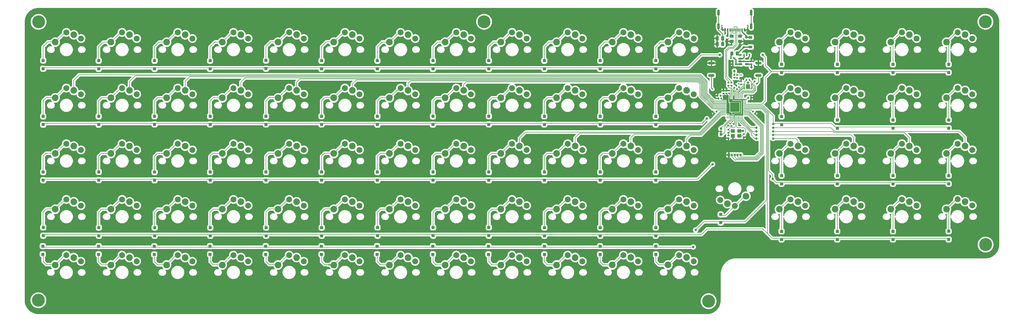
<source format=gbr>
%TF.GenerationSoftware,KiCad,Pcbnew,8.0.2*%
%TF.CreationDate,2024-05-15T22:22:56+01:00*%
%TF.ProjectId,Phoenixia,50686f65-6e69-4786-9961-2e6b69636164,1*%
%TF.SameCoordinates,Original*%
%TF.FileFunction,Copper,L2,Bot*%
%TF.FilePolarity,Positive*%
%FSLAX46Y46*%
G04 Gerber Fmt 4.6, Leading zero omitted, Abs format (unit mm)*
G04 Created by KiCad (PCBNEW 8.0.2) date 2024-05-15 22:22:56*
%MOMM*%
%LPD*%
G01*
G04 APERTURE LIST*
G04 Aperture macros list*
%AMRoundRect*
0 Rectangle with rounded corners*
0 $1 Rounding radius*
0 $2 $3 $4 $5 $6 $7 $8 $9 X,Y pos of 4 corners*
0 Add a 4 corners polygon primitive as box body*
4,1,4,$2,$3,$4,$5,$6,$7,$8,$9,$2,$3,0*
0 Add four circle primitives for the rounded corners*
1,1,$1+$1,$2,$3*
1,1,$1+$1,$4,$5*
1,1,$1+$1,$6,$7*
1,1,$1+$1,$8,$9*
0 Add four rect primitives between the rounded corners*
20,1,$1+$1,$2,$3,$4,$5,0*
20,1,$1+$1,$4,$5,$6,$7,0*
20,1,$1+$1,$6,$7,$8,$9,0*
20,1,$1+$1,$8,$9,$2,$3,0*%
G04 Aperture macros list end*
%TA.AperFunction,ComponentPad*%
%ADD10C,4.400000*%
%TD*%
%TA.AperFunction,ComponentPad*%
%ADD11C,2.250000*%
%TD*%
%TA.AperFunction,ComponentPad*%
%ADD12C,2.000000*%
%TD*%
%TA.AperFunction,ComponentPad*%
%ADD13O,2.250000X2.250000*%
%TD*%
%TA.AperFunction,ComponentPad*%
%ADD14R,0.850000X0.850000*%
%TD*%
%TA.AperFunction,ComponentPad*%
%ADD15O,0.850000X0.850000*%
%TD*%
%TA.AperFunction,SMDPad,CuDef*%
%ADD16RoundRect,0.250000X0.450000X-0.262500X0.450000X0.262500X-0.450000X0.262500X-0.450000X-0.262500X0*%
%TD*%
%TA.AperFunction,SMDPad,CuDef*%
%ADD17R,0.600000X1.100000*%
%TD*%
%TA.AperFunction,SMDPad,CuDef*%
%ADD18R,0.300000X1.100000*%
%TD*%
%TA.AperFunction,ComponentPad*%
%ADD19O,0.900000X2.100000*%
%TD*%
%TA.AperFunction,SMDPad,CuDef*%
%ADD20RoundRect,0.250000X0.300000X-0.300000X0.300000X0.300000X-0.300000X0.300000X-0.300000X-0.300000X0*%
%TD*%
%TA.AperFunction,SMDPad,CuDef*%
%ADD21RoundRect,0.250000X0.262500X0.450000X-0.262500X0.450000X-0.262500X-0.450000X0.262500X-0.450000X0*%
%TD*%
%TA.AperFunction,SMDPad,CuDef*%
%ADD22RoundRect,0.250000X-0.300000X0.300000X-0.300000X-0.300000X0.300000X-0.300000X0.300000X0.300000X0*%
%TD*%
%TA.AperFunction,SMDPad,CuDef*%
%ADD23RoundRect,0.140000X0.021213X-0.219203X0.219203X-0.021213X-0.021213X0.219203X-0.219203X0.021213X0*%
%TD*%
%TA.AperFunction,SMDPad,CuDef*%
%ADD24RoundRect,0.140000X0.170000X-0.140000X0.170000X0.140000X-0.170000X0.140000X-0.170000X-0.140000X0*%
%TD*%
%TA.AperFunction,SMDPad,CuDef*%
%ADD25RoundRect,0.140000X-0.021213X0.219203X-0.219203X0.021213X0.021213X-0.219203X0.219203X-0.021213X0*%
%TD*%
%TA.AperFunction,SMDPad,CuDef*%
%ADD26R,1.200000X0.900000*%
%TD*%
%TA.AperFunction,SMDPad,CuDef*%
%ADD27RoundRect,0.140000X0.140000X0.170000X-0.140000X0.170000X-0.140000X-0.170000X0.140000X-0.170000X0*%
%TD*%
%TA.AperFunction,SMDPad,CuDef*%
%ADD28R,1.400000X1.200000*%
%TD*%
%TA.AperFunction,SMDPad,CuDef*%
%ADD29RoundRect,0.140000X-0.140000X-0.170000X0.140000X-0.170000X0.140000X0.170000X-0.140000X0.170000X0*%
%TD*%
%TA.AperFunction,SMDPad,CuDef*%
%ADD30RoundRect,0.135000X0.135000X0.185000X-0.135000X0.185000X-0.135000X-0.185000X0.135000X-0.185000X0*%
%TD*%
%TA.AperFunction,SMDPad,CuDef*%
%ADD31RoundRect,0.135000X-0.185000X0.135000X-0.185000X-0.135000X0.185000X-0.135000X0.185000X0.135000X0*%
%TD*%
%TA.AperFunction,SMDPad,CuDef*%
%ADD32RoundRect,0.087500X0.175000X0.087500X-0.175000X0.087500X-0.175000X-0.087500X0.175000X-0.087500X0*%
%TD*%
%TA.AperFunction,SMDPad,CuDef*%
%ADD33R,1.400000X1.600000*%
%TD*%
%TA.AperFunction,SMDPad,CuDef*%
%ADD34RoundRect,0.135000X-0.135000X-0.185000X0.135000X-0.185000X0.135000X0.185000X-0.135000X0.185000X0*%
%TD*%
%TA.AperFunction,SMDPad,CuDef*%
%ADD35RoundRect,0.147500X0.172500X-0.147500X0.172500X0.147500X-0.172500X0.147500X-0.172500X-0.147500X0*%
%TD*%
%TA.AperFunction,SMDPad,CuDef*%
%ADD36RoundRect,0.150000X-0.512500X-0.150000X0.512500X-0.150000X0.512500X0.150000X-0.512500X0.150000X0*%
%TD*%
%TA.AperFunction,SMDPad,CuDef*%
%ADD37RoundRect,0.135000X-0.226274X-0.035355X-0.035355X-0.226274X0.226274X0.035355X0.035355X0.226274X0*%
%TD*%
%TA.AperFunction,SMDPad,CuDef*%
%ADD38RoundRect,0.200000X0.800000X-0.200000X0.800000X0.200000X-0.800000X0.200000X-0.800000X-0.200000X0*%
%TD*%
%TA.AperFunction,SMDPad,CuDef*%
%ADD39RoundRect,0.050000X0.387500X0.050000X-0.387500X0.050000X-0.387500X-0.050000X0.387500X-0.050000X0*%
%TD*%
%TA.AperFunction,SMDPad,CuDef*%
%ADD40RoundRect,0.050000X0.050000X0.387500X-0.050000X0.387500X-0.050000X-0.387500X0.050000X-0.387500X0*%
%TD*%
%TA.AperFunction,ComponentPad*%
%ADD41C,0.600000*%
%TD*%
%TA.AperFunction,SMDPad,CuDef*%
%ADD42RoundRect,0.144000X1.456000X1.456000X-1.456000X1.456000X-1.456000X-1.456000X1.456000X-1.456000X0*%
%TD*%
%TA.AperFunction,SMDPad,CuDef*%
%ADD43RoundRect,0.243750X-0.243750X-0.456250X0.243750X-0.456250X0.243750X0.456250X-0.243750X0.456250X0*%
%TD*%
%TA.AperFunction,SMDPad,CuDef*%
%ADD44RoundRect,0.250000X0.250000X0.475000X-0.250000X0.475000X-0.250000X-0.475000X0.250000X-0.475000X0*%
%TD*%
%TA.AperFunction,SMDPad,CuDef*%
%ADD45RoundRect,0.140000X-0.219203X-0.021213X-0.021213X-0.219203X0.219203X0.021213X0.021213X0.219203X0*%
%TD*%
%TA.AperFunction,SMDPad,CuDef*%
%ADD46RoundRect,0.200000X-0.800000X0.200000X-0.800000X-0.200000X0.800000X-0.200000X0.800000X0.200000X0*%
%TD*%
%TA.AperFunction,ViaPad*%
%ADD47C,0.400000*%
%TD*%
%TA.AperFunction,ViaPad*%
%ADD48C,0.800000*%
%TD*%
%TA.AperFunction,ViaPad*%
%ADD49C,0.600000*%
%TD*%
%TA.AperFunction,Conductor*%
%ADD50C,0.200000*%
%TD*%
%TA.AperFunction,Conductor*%
%ADD51C,0.400000*%
%TD*%
%TA.AperFunction,Conductor*%
%ADD52C,0.150000*%
%TD*%
%TA.AperFunction,Conductor*%
%ADD53C,0.250000*%
%TD*%
G04 APERTURE END LIST*
D10*
%TO.P,H3,1*%
%TO.N,N/C*%
X127250000Y-126450000D03*
%TD*%
D11*
%TO.P,K49,1,1*%
%TO.N,Col_1*%
X158400000Y-92760000D03*
D12*
X160860000Y-94040000D03*
D13*
%TO.P,K49,2,2*%
%TO.N,Net-(D49-A)*%
X152050000Y-95300000D03*
D12*
X155860000Y-91940000D03*
%TD*%
D11*
%TO.P,K58,1,1*%
%TO.N,Col_10*%
X329850000Y-92760000D03*
D12*
X332310000Y-94040000D03*
D13*
%TO.P,K58,2,2*%
%TO.N,Net-(D58-A)*%
X323500000Y-95300000D03*
D12*
X327310000Y-91940000D03*
%TD*%
D11*
%TO.P,K22,1,1*%
%TO.N,Col_6*%
X253650000Y-54660000D03*
D12*
X256110000Y-55940000D03*
D13*
%TO.P,K22,2,2*%
%TO.N,Net-(D22-A)*%
X247300000Y-57200000D03*
D12*
X251110000Y-53840000D03*
%TD*%
D10*
%TO.P,H3,1*%
%TO.N,N/C*%
X451100000Y-31150000D03*
%TD*%
D11*
%TO.P,K26,1,1*%
%TO.N,Col_10*%
X329850000Y-54660000D03*
D12*
X332310000Y-55940000D03*
D13*
%TO.P,K26,2,2*%
%TO.N,Net-(D26-A)*%
X323500000Y-57200000D03*
D12*
X327310000Y-53840000D03*
%TD*%
D10*
%TO.P,H3,1*%
%TO.N,N/C*%
X451150000Y-107400000D03*
%TD*%
D11*
%TO.P,K74,1,1*%
%TO.N,Col_10*%
X329850000Y-111810000D03*
D12*
X332310000Y-113090000D03*
D13*
%TO.P,K74,2,2*%
%TO.N,Net-(D74-A)*%
X323500000Y-114350000D03*
D12*
X327310000Y-110990000D03*
%TD*%
D11*
%TO.P,K33,1,1*%
%TO.N,Col_1*%
X158400000Y-73710000D03*
D12*
X160860000Y-74990000D03*
D13*
%TO.P,K33,2,2*%
%TO.N,Net-(D33-A)*%
X152050000Y-76250000D03*
D12*
X155860000Y-72890000D03*
%TD*%
D11*
%TO.P,K16,1,1*%
%TO.N,Col_0*%
X139350000Y-54660000D03*
D12*
X141810000Y-55940000D03*
D13*
%TO.P,K16,2,2*%
%TO.N,Net-(D16-A)*%
X133000000Y-57200000D03*
D12*
X136810000Y-53840000D03*
%TD*%
D10*
%TO.P,H3,1*%
%TO.N,N/C*%
X127300000Y-31200000D03*
%TD*%
D11*
%TO.P,K34,1,1*%
%TO.N,Col_2*%
X177450000Y-73710000D03*
D12*
X179910000Y-74990000D03*
D13*
%TO.P,K34,2,2*%
%TO.N,Net-(D34-A)*%
X171100000Y-76250000D03*
D12*
X174910000Y-72890000D03*
%TD*%
D11*
%TO.P,K14,1,1*%
%TO.N,Col_14*%
X425100000Y-35610000D03*
D12*
X427560000Y-36890000D03*
D13*
%TO.P,K14,2,2*%
%TO.N,Net-(D14-A)*%
X418750000Y-38150000D03*
D12*
X422560000Y-34790000D03*
%TD*%
D11*
%TO.P,K0,1,1*%
%TO.N,Col_0*%
X139350000Y-35610000D03*
D12*
X141810000Y-36890000D03*
D13*
%TO.P,K0,2,2*%
%TO.N,Net-(D0-A)*%
X133000000Y-38150000D03*
D12*
X136810000Y-34790000D03*
%TD*%
D11*
%TO.P,K11,1,1*%
%TO.N,Col_11*%
X348900000Y-35610000D03*
D12*
X351360000Y-36890000D03*
D13*
%TO.P,K11,2,2*%
%TO.N,Net-(D11-A)*%
X342550000Y-38150000D03*
D12*
X346360000Y-34790000D03*
%TD*%
D11*
%TO.P,K30,1,1*%
%TO.N,Col_14*%
X425100000Y-54660000D03*
D12*
X427560000Y-55940000D03*
D13*
%TO.P,K30,2,2*%
%TO.N,Net-(D30-A)*%
X418750000Y-57200000D03*
D12*
X422560000Y-53840000D03*
%TD*%
D11*
%TO.P,K13,1,1*%
%TO.N,Col_13*%
X406050000Y-35610000D03*
D12*
X408510000Y-36890000D03*
D13*
%TO.P,K13,2,2*%
%TO.N,Net-(D13-A)*%
X399700000Y-38150000D03*
D12*
X403510000Y-34790000D03*
%TD*%
D11*
%TO.P,K46,1,1*%
%TO.N,Col_14*%
X425100000Y-73710000D03*
D12*
X427560000Y-74990000D03*
D13*
%TO.P,K46,2,2*%
%TO.N,Net-(D46-A)*%
X418750000Y-76250000D03*
D12*
X422560000Y-72890000D03*
%TD*%
D11*
%TO.P,K66,1,1*%
%TO.N,Col_2*%
X177425000Y-111820000D03*
D12*
X179885000Y-113100000D03*
D13*
%TO.P,K66,2,2*%
%TO.N,Net-(D66-A)*%
X171075000Y-114360000D03*
D12*
X174885000Y-111000000D03*
%TD*%
D11*
%TO.P,K36,1,1*%
%TO.N,Col_4*%
X215550000Y-73710000D03*
D12*
X218010000Y-74990000D03*
D13*
%TO.P,K36,2,2*%
%TO.N,Net-(D36-A)*%
X209200000Y-76250000D03*
D12*
X213010000Y-72890000D03*
%TD*%
D11*
%TO.P,K6,1,1*%
%TO.N,Col_6*%
X253650000Y-35610000D03*
D12*
X256110000Y-36890000D03*
D13*
%TO.P,K6,2,2*%
%TO.N,Net-(D6-A)*%
X247300000Y-38150000D03*
D12*
X251110000Y-34790000D03*
%TD*%
D11*
%TO.P,K10,1,1*%
%TO.N,Col_10*%
X329850000Y-35610000D03*
D12*
X332310000Y-36890000D03*
D13*
%TO.P,K10,2,2*%
%TO.N,Net-(D10-A)*%
X323500000Y-38150000D03*
D12*
X327310000Y-34790000D03*
%TD*%
D11*
%TO.P,K27,1,1*%
%TO.N,Col_11*%
X348900000Y-54660000D03*
D12*
X351360000Y-55940000D03*
D13*
%TO.P,K27,2,2*%
%TO.N,Net-(D27-A)*%
X342550000Y-57200000D03*
D12*
X346360000Y-53840000D03*
%TD*%
D11*
%TO.P,K52,1,1*%
%TO.N,Col_4*%
X215550000Y-92760000D03*
D12*
X218010000Y-94040000D03*
D13*
%TO.P,K52,2,2*%
%TO.N,Net-(D52-A)*%
X209200000Y-95300000D03*
D12*
X213010000Y-91940000D03*
%TD*%
D11*
%TO.P,K29,1,1*%
%TO.N,Col_13*%
X406050000Y-54660000D03*
D12*
X408510000Y-55940000D03*
D13*
%TO.P,K29,2,2*%
%TO.N,Net-(D29-A)*%
X399700000Y-57200000D03*
D12*
X403510000Y-53840000D03*
%TD*%
D11*
%TO.P,K72,1,1*%
%TO.N,Col_8*%
X291725000Y-111820000D03*
D12*
X294185000Y-113100000D03*
D13*
%TO.P,K72,2,2*%
%TO.N,Net-(D72-A)*%
X285375000Y-114360000D03*
D12*
X289185000Y-111000000D03*
%TD*%
D11*
%TO.P,K44,1,1*%
%TO.N,Col_12*%
X387000000Y-73710000D03*
D12*
X389460000Y-74990000D03*
D13*
%TO.P,K44,2,2*%
%TO.N,Net-(D44-A)*%
X380650000Y-76250000D03*
D12*
X384460000Y-72890000D03*
%TD*%
D10*
%TO.P,H3,1*%
%TO.N,N/C*%
X279675000Y-31175000D03*
%TD*%
D11*
%TO.P,K37,1,1*%
%TO.N,Col_5*%
X234600000Y-73710000D03*
D12*
X237060000Y-74990000D03*
D13*
%TO.P,K37,2,2*%
%TO.N,Net-(D37-A)*%
X228250000Y-76250000D03*
D12*
X232060000Y-72890000D03*
%TD*%
D11*
%TO.P,K23,1,1*%
%TO.N,Col_7*%
X272700000Y-54660000D03*
D12*
X275160000Y-55940000D03*
D13*
%TO.P,K23,2,2*%
%TO.N,Net-(D23-A)*%
X266350000Y-57200000D03*
D12*
X270160000Y-53840000D03*
%TD*%
D11*
%TO.P,K55,1,1*%
%TO.N,Col_7*%
X272700000Y-92760000D03*
D12*
X275160000Y-94040000D03*
D13*
%TO.P,K55,2,2*%
%TO.N,Net-(D55-A)*%
X266350000Y-95300000D03*
D12*
X270160000Y-91940000D03*
%TD*%
D11*
%TO.P,K38,1,1*%
%TO.N,Col_6*%
X253650000Y-73710000D03*
D12*
X256110000Y-74990000D03*
D13*
%TO.P,K38,2,2*%
%TO.N,Net-(D38-A)*%
X247300000Y-76250000D03*
D12*
X251110000Y-72890000D03*
%TD*%
D11*
%TO.P,K20,1,1*%
%TO.N,Col_4*%
X215550000Y-54660000D03*
D12*
X218010000Y-55940000D03*
D13*
%TO.P,K20,2,2*%
%TO.N,Net-(D20-A)*%
X209200000Y-57200000D03*
D12*
X213010000Y-53840000D03*
%TD*%
D11*
%TO.P,K21,1,1*%
%TO.N,Col_5*%
X234600000Y-54660000D03*
D12*
X237060000Y-55940000D03*
D13*
%TO.P,K21,2,2*%
%TO.N,Net-(D21-A)*%
X228250000Y-57200000D03*
D12*
X232060000Y-53840000D03*
%TD*%
D14*
%TO.P,REF\u002A\u002A,1*%
%TO.N,GND*%
X363375000Y-76700000D03*
D15*
%TO.P,REF\u002A\u002A,2*%
%TO.N,SPARE1*%
X364375000Y-76700000D03*
%TO.P,REF\u002A\u002A,3*%
%TO.N,SPARE2*%
X365375000Y-76700000D03*
%TO.P,REF\u002A\u002A,4*%
%TO.N,SPARE3*%
X366375000Y-76700000D03*
%TO.P,REF\u002A\u002A,5*%
%TO.N,SPARE4*%
X367375000Y-76700000D03*
%TD*%
D11*
%TO.P,K56,1,1*%
%TO.N,Col_8*%
X291750000Y-92760000D03*
D12*
X294210000Y-94040000D03*
D13*
%TO.P,K56,2,2*%
%TO.N,Net-(D56-A)*%
X285400000Y-95300000D03*
D12*
X289210000Y-91940000D03*
%TD*%
D11*
%TO.P,K73,1,1*%
%TO.N,Col_9*%
X310775000Y-111820000D03*
D12*
X313235000Y-113100000D03*
D13*
%TO.P,K73,2,2*%
%TO.N,Net-(D73-A)*%
X304425000Y-114360000D03*
D12*
X308235000Y-111000000D03*
%TD*%
D11*
%TO.P,K28,1,1*%
%TO.N,Col_12*%
X387000000Y-54660000D03*
D12*
X389460000Y-55940000D03*
D13*
%TO.P,K28,2,2*%
%TO.N,Net-(D28-A)*%
X380650000Y-57200000D03*
D12*
X384460000Y-53840000D03*
%TD*%
D11*
%TO.P,K69,1,1*%
%TO.N,Col_5*%
X234575000Y-111820000D03*
D12*
X237035000Y-113100000D03*
D13*
%TO.P,K69,2,2*%
%TO.N,Net-(D69-A)*%
X228225000Y-114360000D03*
D12*
X232035000Y-111000000D03*
%TD*%
D11*
%TO.P,K62,1,1*%
%TO.N,Col_14*%
X425100000Y-92760000D03*
D12*
X427560000Y-94040000D03*
D13*
%TO.P,K62,2,2*%
%TO.N,Net-(D62-A)*%
X418750000Y-95300000D03*
D12*
X422560000Y-91940000D03*
%TD*%
D11*
%TO.P,K54,1,1*%
%TO.N,Col_6*%
X253650000Y-92760000D03*
D12*
X256110000Y-94040000D03*
D13*
%TO.P,K54,2,2*%
%TO.N,Net-(D54-A)*%
X247300000Y-95300000D03*
D12*
X251110000Y-91940000D03*
%TD*%
D11*
%TO.P,K68,1,1*%
%TO.N,Col_4*%
X215525000Y-111820000D03*
D12*
X217985000Y-113100000D03*
D13*
%TO.P,K68,2,2*%
%TO.N,Net-(D68-A)*%
X209175000Y-114360000D03*
D12*
X212985000Y-111000000D03*
%TD*%
D11*
%TO.P,K24,1,1*%
%TO.N,Col_8*%
X291750000Y-54660000D03*
D12*
X294210000Y-55940000D03*
D13*
%TO.P,K24,2,2*%
%TO.N,Net-(D24-A)*%
X285400000Y-57200000D03*
D12*
X289210000Y-53840000D03*
%TD*%
D11*
%TO.P,K18,1,1*%
%TO.N,Col_2*%
X177450000Y-54660000D03*
D12*
X179910000Y-55940000D03*
D13*
%TO.P,K18,2,2*%
%TO.N,Net-(D18-A)*%
X171100000Y-57200000D03*
D12*
X174910000Y-53840000D03*
%TD*%
D11*
%TO.P,K4,1,1*%
%TO.N,Col_4*%
X215550000Y-35610000D03*
D12*
X218010000Y-36890000D03*
D13*
%TO.P,K4,2,2*%
%TO.N,Net-(D4-A)*%
X209200000Y-38150000D03*
D12*
X213010000Y-34790000D03*
%TD*%
D11*
%TO.P,K64,1,1*%
%TO.N,Col_0*%
X139325000Y-111820000D03*
D12*
X141785000Y-113100000D03*
D13*
%TO.P,K64,2,2*%
%TO.N,Net-(D64-A)*%
X132975000Y-114360000D03*
D12*
X136785000Y-111000000D03*
%TD*%
D11*
%TO.P,K12,1,1*%
%TO.N,Col_12*%
X387000000Y-35610000D03*
D12*
X389460000Y-36890000D03*
D13*
%TO.P,K12,2,2*%
%TO.N,Net-(D12-A)*%
X380650000Y-38150000D03*
D12*
X384460000Y-34790000D03*
%TD*%
D11*
%TO.P,K59,1,1*%
%TO.N,Col_11*%
X348900000Y-92760000D03*
D12*
X351360000Y-94040000D03*
D13*
%TO.P,K59,2,2*%
%TO.N,Net-(D59-A)*%
X342550000Y-95300000D03*
D12*
X346360000Y-91940000D03*
%TD*%
D11*
%TO.P,K42,1,1*%
%TO.N,Col_10*%
X329850000Y-73710000D03*
D12*
X332310000Y-74990000D03*
D13*
%TO.P,K42,2,2*%
%TO.N,Net-(D42-A)*%
X323500000Y-76250000D03*
D12*
X327310000Y-72890000D03*
%TD*%
D11*
%TO.P,K51,1,1*%
%TO.N,Col_3*%
X196500000Y-92760000D03*
D12*
X198960000Y-94040000D03*
D13*
%TO.P,K51,2,2*%
%TO.N,Net-(D51-A)*%
X190150000Y-95300000D03*
D12*
X193960000Y-91940000D03*
%TD*%
D11*
%TO.P,K2,1,1*%
%TO.N,Col_2*%
X177450000Y-35610000D03*
D12*
X179910000Y-36890000D03*
D13*
%TO.P,K2,2,2*%
%TO.N,Net-(D2-A)*%
X171100000Y-38150000D03*
D12*
X174910000Y-34790000D03*
%TD*%
D11*
%TO.P,K43,1,1*%
%TO.N,Col_11*%
X348900000Y-73710000D03*
D12*
X351360000Y-74990000D03*
D13*
%TO.P,K43,2,2*%
%TO.N,Net-(D43-A)*%
X342550000Y-76250000D03*
D12*
X346360000Y-72890000D03*
%TD*%
D11*
%TO.P,K67,1,1*%
%TO.N,Col_3*%
X196475000Y-111820000D03*
D12*
X198935000Y-113100000D03*
D13*
%TO.P,K67,2,2*%
%TO.N,Net-(D67-A)*%
X190125000Y-114360000D03*
D12*
X193935000Y-111000000D03*
%TD*%
D11*
%TO.P,K7,1,1*%
%TO.N,Col_7*%
X272700000Y-35610000D03*
D12*
X275160000Y-36890000D03*
D13*
%TO.P,K7,2,2*%
%TO.N,Net-(D7-A)*%
X266350000Y-38150000D03*
D12*
X270160000Y-34790000D03*
%TD*%
D11*
%TO.P,K75,1,1*%
%TO.N,Col_11*%
X348900000Y-111810000D03*
D12*
X351360000Y-113090000D03*
D13*
%TO.P,K75,2,2*%
%TO.N,Net-(D75-A)*%
X342550000Y-114350000D03*
D12*
X346360000Y-110990000D03*
%TD*%
D11*
%TO.P,K76,1,1*%
%TO.N,Col_12*%
X362866350Y-93380000D03*
D12*
X360406350Y-92100000D03*
D13*
%TO.P,K76,2,2*%
%TO.N,Net-(D76-A)*%
X369216350Y-90840000D03*
D12*
X365406350Y-94200000D03*
%TD*%
D11*
%TO.P,K19,1,1*%
%TO.N,Col_3*%
X196500000Y-54660000D03*
D12*
X198960000Y-55940000D03*
D13*
%TO.P,K19,2,2*%
%TO.N,Net-(D19-A)*%
X190150000Y-57200000D03*
D12*
X193960000Y-53840000D03*
%TD*%
D11*
%TO.P,K61,1,1*%
%TO.N,Col_13*%
X406050000Y-92760000D03*
D12*
X408510000Y-94040000D03*
D13*
%TO.P,K61,2,2*%
%TO.N,Net-(D61-A)*%
X399700000Y-95300000D03*
D12*
X403510000Y-91940000D03*
%TD*%
D11*
%TO.P,K31,1,1*%
%TO.N,Col_15*%
X444150000Y-54660000D03*
D12*
X446610000Y-55940000D03*
D13*
%TO.P,K31,2,2*%
%TO.N,Net-(D31-A)*%
X437800000Y-57200000D03*
D12*
X441610000Y-53840000D03*
%TD*%
D11*
%TO.P,K9,1,1*%
%TO.N,Col_9*%
X310800000Y-35610000D03*
D12*
X313260000Y-36890000D03*
D13*
%TO.P,K9,2,2*%
%TO.N,Net-(D9-A)*%
X304450000Y-38150000D03*
D12*
X308260000Y-34790000D03*
%TD*%
D11*
%TO.P,K65,1,1*%
%TO.N,Col_1*%
X158375000Y-111820000D03*
D12*
X160835000Y-113100000D03*
D13*
%TO.P,K65,2,2*%
%TO.N,Net-(D65-A)*%
X152025000Y-114360000D03*
D12*
X155835000Y-111000000D03*
%TD*%
D11*
%TO.P,K41,1,1*%
%TO.N,Col_9*%
X310800000Y-73710000D03*
D12*
X313260000Y-74990000D03*
D13*
%TO.P,K41,2,2*%
%TO.N,Net-(D41-A)*%
X304450000Y-76250000D03*
D12*
X308260000Y-72890000D03*
%TD*%
D11*
%TO.P,K35,1,1*%
%TO.N,Col_3*%
X196500000Y-73710000D03*
D12*
X198960000Y-74990000D03*
D13*
%TO.P,K35,2,2*%
%TO.N,Net-(D35-A)*%
X190150000Y-76250000D03*
D12*
X193960000Y-72890000D03*
%TD*%
D11*
%TO.P,K60,1,1*%
%TO.N,Col_12*%
X387000000Y-92760000D03*
D12*
X389460000Y-94040000D03*
D13*
%TO.P,K60,2,2*%
%TO.N,Net-(D60-A)*%
X380650000Y-95300000D03*
D12*
X384460000Y-91940000D03*
%TD*%
D11*
%TO.P,K45,1,1*%
%TO.N,Col_13*%
X406050000Y-73710000D03*
D12*
X408510000Y-74990000D03*
D13*
%TO.P,K45,2,2*%
%TO.N,Net-(D45-A)*%
X399700000Y-76250000D03*
D12*
X403510000Y-72890000D03*
%TD*%
D11*
%TO.P,K32,1,1*%
%TO.N,Col_0*%
X139350000Y-73710000D03*
D12*
X141810000Y-74990000D03*
D13*
%TO.P,K32,2,2*%
%TO.N,Net-(D32-A)*%
X133000000Y-76250000D03*
D12*
X136810000Y-72890000D03*
%TD*%
D11*
%TO.P,K48,1,1*%
%TO.N,Col_0*%
X139350000Y-92760000D03*
D12*
X141810000Y-94040000D03*
D13*
%TO.P,K48,2,2*%
%TO.N,Net-(D48-A)*%
X133000000Y-95300000D03*
D12*
X136810000Y-91940000D03*
%TD*%
D11*
%TO.P,K15,1,1*%
%TO.N,Col_15*%
X444150000Y-35610000D03*
D12*
X446610000Y-36890000D03*
D13*
%TO.P,K15,2,2*%
%TO.N,Net-(D15-A)*%
X437800000Y-38150000D03*
D12*
X441610000Y-34790000D03*
%TD*%
D11*
%TO.P,K71,1,1*%
%TO.N,Col_7*%
X272675000Y-111820000D03*
D12*
X275135000Y-113100000D03*
D13*
%TO.P,K71,2,2*%
%TO.N,Net-(D71-A)*%
X266325000Y-114360000D03*
D12*
X270135000Y-111000000D03*
%TD*%
D11*
%TO.P,K50,1,1*%
%TO.N,Col_2*%
X177450000Y-92760000D03*
D12*
X179910000Y-94040000D03*
D13*
%TO.P,K50,2,2*%
%TO.N,Net-(D50-A)*%
X171100000Y-95300000D03*
D12*
X174910000Y-91940000D03*
%TD*%
D11*
%TO.P,K53,1,1*%
%TO.N,Col_5*%
X234600000Y-92760000D03*
D12*
X237060000Y-94040000D03*
D13*
%TO.P,K53,2,2*%
%TO.N,Net-(D53-A)*%
X228250000Y-95300000D03*
D12*
X232060000Y-91940000D03*
%TD*%
D11*
%TO.P,K57,1,1*%
%TO.N,Col_9*%
X310800000Y-92760000D03*
D12*
X313260000Y-94040000D03*
D13*
%TO.P,K57,2,2*%
%TO.N,Net-(D57-A)*%
X304450000Y-95300000D03*
D12*
X308260000Y-91940000D03*
%TD*%
D11*
%TO.P,K39,1,1*%
%TO.N,Col_7*%
X272700000Y-73710000D03*
D12*
X275160000Y-74990000D03*
D13*
%TO.P,K39,2,2*%
%TO.N,Net-(D39-A)*%
X266350000Y-76250000D03*
D12*
X270160000Y-72890000D03*
%TD*%
D11*
%TO.P,K25,1,1*%
%TO.N,Col_9*%
X310800000Y-54660000D03*
D12*
X313260000Y-55940000D03*
D13*
%TO.P,K25,2,2*%
%TO.N,Net-(D25-A)*%
X304450000Y-57200000D03*
D12*
X308260000Y-53840000D03*
%TD*%
D11*
%TO.P,K17,1,1*%
%TO.N,Col_1*%
X158400000Y-54660000D03*
D12*
X160860000Y-55940000D03*
D13*
%TO.P,K17,2,2*%
%TO.N,Net-(D17-A)*%
X152050000Y-57200000D03*
D12*
X155860000Y-53840000D03*
%TD*%
D11*
%TO.P,K5,1,1*%
%TO.N,Col_5*%
X234600000Y-35610000D03*
D12*
X237060000Y-36890000D03*
D13*
%TO.P,K5,2,2*%
%TO.N,Net-(D5-A)*%
X228250000Y-38150000D03*
D12*
X232060000Y-34790000D03*
%TD*%
D11*
%TO.P,K1,1,1*%
%TO.N,Col_1*%
X158400000Y-35610000D03*
D12*
X160860000Y-36890000D03*
D13*
%TO.P,K1,2,2*%
%TO.N,Net-(D1-A)*%
X152050000Y-38150000D03*
D12*
X155860000Y-34790000D03*
%TD*%
D11*
%TO.P,K63,1,1*%
%TO.N,Col_15*%
X444133650Y-92732700D03*
D12*
X446593650Y-94012700D03*
D13*
%TO.P,K63,2,2*%
%TO.N,Net-(D63-A)*%
X437783650Y-95272700D03*
D12*
X441593650Y-91912700D03*
%TD*%
D11*
%TO.P,K8,1,1*%
%TO.N,Col_8*%
X291750000Y-35610000D03*
D12*
X294210000Y-36890000D03*
D13*
%TO.P,K8,2,2*%
%TO.N,Net-(D8-A)*%
X285400000Y-38150000D03*
D12*
X289210000Y-34790000D03*
%TD*%
D11*
%TO.P,K47,1,1*%
%TO.N,Col_15*%
X444150000Y-73710000D03*
D12*
X446610000Y-74990000D03*
D13*
%TO.P,K47,2,2*%
%TO.N,Net-(D47-A)*%
X437800000Y-76250000D03*
D12*
X441610000Y-72890000D03*
%TD*%
D11*
%TO.P,K40,1,1*%
%TO.N,Col_8*%
X291750000Y-73710000D03*
D12*
X294210000Y-74990000D03*
D13*
%TO.P,K40,2,2*%
%TO.N,Net-(D40-A)*%
X285400000Y-76250000D03*
D12*
X289210000Y-72890000D03*
%TD*%
D10*
%TO.P,H3,1*%
%TO.N,N/C*%
X356450000Y-126750000D03*
%TD*%
D11*
%TO.P,K70,1,1*%
%TO.N,Col_6*%
X253625000Y-111820000D03*
D12*
X256085000Y-113100000D03*
D13*
%TO.P,K70,2,2*%
%TO.N,Net-(D70-A)*%
X247275000Y-114360000D03*
D12*
X251085000Y-111000000D03*
%TD*%
D11*
%TO.P,K3,1,1*%
%TO.N,Col_3*%
X196500000Y-35610000D03*
D12*
X198960000Y-36890000D03*
D13*
%TO.P,K3,2,2*%
%TO.N,Net-(D3-A)*%
X190150000Y-38150000D03*
D12*
X193960000Y-34790000D03*
%TD*%
D16*
%TO.P,R5,1*%
%TO.N,GND*%
X364285000Y-37892500D03*
%TO.P,R5,2*%
%TO.N,Net-(USB1-CC1)*%
X364285000Y-36067500D03*
%TD*%
%TO.P,R6,1*%
%TO.N,GND*%
X367205000Y-37882500D03*
%TO.P,R6,2*%
%TO.N,Net-(USB1-CC2)*%
X367205000Y-36057500D03*
%TD*%
D17*
%TO.P,USB1,A1,GND*%
%TO.N,GND*%
X362125000Y-33950000D03*
%TO.P,USB1,A4,VBUS*%
%TO.N,VBUS*%
X362975000Y-33950000D03*
D18*
%TO.P,USB1,A5,CC1*%
%TO.N,Net-(USB1-CC1)*%
X364175000Y-33950000D03*
%TO.P,USB1,A6,D+*%
%TO.N,USB_D+*%
X365175000Y-33950000D03*
%TO.P,USB1,A7,D-*%
%TO.N,USB_D-*%
X365675000Y-33950000D03*
%TO.P,USB1,A8,SBU1*%
%TO.N,unconnected-(USB1-SBU1-PadA8)*%
X366675000Y-33950000D03*
D17*
%TO.P,USB1,A9,VBUS*%
%TO.N,VBUS*%
X367875000Y-33950000D03*
%TO.P,USB1,A12,GND*%
%TO.N,GND*%
X368725000Y-33950000D03*
%TO.P,USB1,B1,GND*%
X368725000Y-33950000D03*
%TO.P,USB1,B4,VBUS*%
%TO.N,VBUS*%
X367875000Y-33950000D03*
D18*
%TO.P,USB1,B5,CC2*%
%TO.N,Net-(USB1-CC2)*%
X367175000Y-33950000D03*
%TO.P,USB1,B6,D+*%
%TO.N,USB_D+*%
X366175000Y-33950000D03*
%TO.P,USB1,B7,D-*%
%TO.N,USB_D-*%
X364675000Y-33950000D03*
%TO.P,USB1,B8,SBU2*%
%TO.N,unconnected-(USB1-SBU2-PadB8)*%
X363675000Y-33950000D03*
D17*
%TO.P,USB1,B9,VBUS*%
%TO.N,VBUS*%
X362975000Y-33950000D03*
%TO.P,USB1,B12,GND*%
%TO.N,GND*%
X362125000Y-33950000D03*
D19*
%TO.P,USB1,S1,SHIELD*%
%TO.N,Net-(USB1-SHIELD)*%
X359850000Y-28070000D03*
X359850000Y-32670000D03*
X371000000Y-28070000D03*
X371000000Y-32670000D03*
%TD*%
D20*
%TO.P,D33,1,K*%
%TO.N,Row_2*%
X147875000Y-85325000D03*
%TO.P,D33,2,A*%
%TO.N,Net-(D33-A)*%
X147875000Y-82525000D03*
%TD*%
%TO.P,D54,1,K*%
%TO.N,Row_3*%
X243225000Y-104325000D03*
%TO.P,D54,2,A*%
%TO.N,Net-(D54-A)*%
X243225000Y-101525000D03*
%TD*%
%TO.P,D17,1,K*%
%TO.N,Row_1*%
X147875000Y-66325000D03*
%TO.P,D17,2,A*%
%TO.N,Net-(D17-A)*%
X147875000Y-63525000D03*
%TD*%
D21*
%TO.P,R8,1*%
%TO.N,Net-(USB1-SHIELD)*%
X361212500Y-38825000D03*
%TO.P,R8,2*%
%TO.N,GND*%
X359387500Y-38825000D03*
%TD*%
D20*
%TO.P,D63,1,K*%
%TO.N,Row_3*%
X438525000Y-105625000D03*
%TO.P,D63,2,A*%
%TO.N,Net-(D63-A)*%
X438525000Y-102825000D03*
%TD*%
D22*
%TO.P,D70,1,K*%
%TO.N,Row_4*%
X243050000Y-107925000D03*
%TO.P,D70,2,A*%
%TO.N,Net-(D70-A)*%
X243050000Y-110725000D03*
%TD*%
D23*
%TO.P,C11,1*%
%TO.N,+3V3*%
X365260589Y-53669411D03*
%TO.P,C11,2*%
%TO.N,GND*%
X365939411Y-52990589D03*
%TD*%
D20*
%TO.P,D1,1,K*%
%TO.N,Row_0*%
X147875000Y-47275000D03*
%TO.P,D1,2,A*%
%TO.N,Net-(D1-A)*%
X147875000Y-44475000D03*
%TD*%
%TO.P,D14,1,K*%
%TO.N,Row_0*%
X419475000Y-48525000D03*
%TO.P,D14,2,A*%
%TO.N,Net-(D14-A)*%
X419475000Y-45725000D03*
%TD*%
D22*
%TO.P,D73,1,K*%
%TO.N,Row_4*%
X300275000Y-107950000D03*
%TO.P,D73,2,A*%
%TO.N,Net-(D73-A)*%
X300275000Y-110750000D03*
%TD*%
D20*
%TO.P,D15,1,K*%
%TO.N,Row_0*%
X438525000Y-48525000D03*
%TO.P,D15,2,A*%
%TO.N,Net-(D15-A)*%
X438525000Y-45725000D03*
%TD*%
D24*
%TO.P,C19,1*%
%TO.N,GND*%
X363170000Y-70970000D03*
%TO.P,C19,2*%
%TO.N,Net-(C19-Pad2)*%
X363170000Y-70010000D03*
%TD*%
D20*
%TO.P,D28,1,K*%
%TO.N,Row_1*%
X381375000Y-66375000D03*
%TO.P,D28,2,A*%
%TO.N,Net-(D28-A)*%
X381375000Y-63575000D03*
%TD*%
%TO.P,D41,1,K*%
%TO.N,Row_2*%
X300275000Y-85375000D03*
%TO.P,D41,2,A*%
%TO.N,Net-(D41-A)*%
X300275000Y-82575000D03*
%TD*%
D25*
%TO.P,C6,1*%
%TO.N,+1V1*%
X363764411Y-65960589D03*
%TO.P,C6,2*%
%TO.N,GND*%
X363085589Y-66639411D03*
%TD*%
D26*
%TO.P,D100,1,K*%
%TO.N,VSYS*%
X370775000Y-39807500D03*
%TO.P,D100,2,A*%
%TO.N,VBUS*%
X370775000Y-36507500D03*
%TD*%
D20*
%TO.P,D52,1,K*%
%TO.N,Row_3*%
X205125000Y-104375000D03*
%TO.P,D52,2,A*%
%TO.N,Net-(D52-A)*%
X205125000Y-101575000D03*
%TD*%
%TO.P,D24,1,K*%
%TO.N,Row_1*%
X281275000Y-66275000D03*
%TO.P,D24,2,A*%
%TO.N,Net-(D24-A)*%
X281275000Y-63475000D03*
%TD*%
D27*
%TO.P,C16,1*%
%TO.N,+3V3*%
X360780000Y-57450000D03*
%TO.P,C16,2*%
%TO.N,GND*%
X359820000Y-57450000D03*
%TD*%
D20*
%TO.P,D47,1,K*%
%TO.N,Row_2*%
X438525000Y-86600000D03*
%TO.P,D47,2,A*%
%TO.N,Net-(D47-A)*%
X438525000Y-83800000D03*
%TD*%
%TO.P,D42,1,K*%
%TO.N,Row_2*%
X319375000Y-85375000D03*
%TO.P,D42,2,A*%
%TO.N,Net-(D42-A)*%
X319375000Y-82575000D03*
%TD*%
D22*
%TO.P,D68,1,K*%
%TO.N,Row_4*%
X204950000Y-107925000D03*
%TO.P,D68,2,A*%
%TO.N,Net-(D68-A)*%
X204950000Y-110725000D03*
%TD*%
D20*
%TO.P,D35,1,K*%
%TO.N,Row_2*%
X185975000Y-85375000D03*
%TO.P,D35,2,A*%
%TO.N,Net-(D35-A)*%
X185975000Y-82575000D03*
%TD*%
%TO.P,D6,1,K*%
%TO.N,Row_0*%
X243175000Y-47275000D03*
%TO.P,D6,2,A*%
%TO.N,Net-(D6-A)*%
X243175000Y-44475000D03*
%TD*%
%TO.P,D10,1,K*%
%TO.N,Row_0*%
X319375000Y-47275000D03*
%TO.P,D10,2,A*%
%TO.N,Net-(D10-A)*%
X319375000Y-44475000D03*
%TD*%
D14*
%TO.P,J5,1,Pin_1*%
%TO.N,/SWCLK*%
X360675000Y-69725000D03*
D15*
%TO.P,J5,2,Pin_2*%
%TO.N,GND*%
X360675000Y-68725000D03*
%TO.P,J5,3,Pin_3*%
%TO.N,/SWD*%
X360675000Y-67725000D03*
%TD*%
D20*
%TO.P,D9,1,K*%
%TO.N,Row_0*%
X300275000Y-47275000D03*
%TO.P,D9,2,A*%
%TO.N,Net-(D9-A)*%
X300275000Y-44475000D03*
%TD*%
D22*
%TO.P,D74,1,K*%
%TO.N,Row_4*%
X319325000Y-107950000D03*
%TO.P,D74,2,A*%
%TO.N,Net-(D74-A)*%
X319325000Y-110750000D03*
%TD*%
D20*
%TO.P,D58,1,K*%
%TO.N,Row_3*%
X319375000Y-104375000D03*
%TO.P,D58,2,A*%
%TO.N,Net-(D58-A)*%
X319375000Y-101575000D03*
%TD*%
%TO.P,D21,1,K*%
%TO.N,Row_1*%
X224075000Y-66275000D03*
%TO.P,D21,2,A*%
%TO.N,Net-(D21-A)*%
X224075000Y-63475000D03*
%TD*%
%TO.P,D29,1,K*%
%TO.N,Row_1*%
X400425000Y-67550000D03*
%TO.P,D29,2,A*%
%TO.N,Net-(D29-A)*%
X400425000Y-64750000D03*
%TD*%
D28*
%TO.P,Y1,1,1*%
%TO.N,XIN*%
X366900000Y-70200000D03*
%TO.P,Y1,2,2*%
%TO.N,GND*%
X364700000Y-70200000D03*
%TO.P,Y1,3,3*%
%TO.N,Net-(C19-Pad2)*%
X364700000Y-68500000D03*
%TO.P,Y1,4,4*%
%TO.N,GND*%
X366900000Y-68500000D03*
%TD*%
D20*
%TO.P,D76,1,K*%
%TO.N,Row_4*%
X360575000Y-99875000D03*
%TO.P,D76,2,A*%
%TO.N,Net-(D76-A)*%
X360575000Y-97075000D03*
%TD*%
%TO.P,D5,1,K*%
%TO.N,Row_0*%
X224075000Y-47275000D03*
%TO.P,D5,2,A*%
%TO.N,Net-(D5-A)*%
X224075000Y-44475000D03*
%TD*%
%TO.P,D38,1,K*%
%TO.N,Row_2*%
X243175000Y-85375000D03*
%TO.P,D38,2,A*%
%TO.N,Net-(D38-A)*%
X243175000Y-82575000D03*
%TD*%
%TO.P,D61,1,K*%
%TO.N,Row_3*%
X400425000Y-105650000D03*
%TO.P,D61,2,A*%
%TO.N,Net-(D61-A)*%
X400425000Y-102850000D03*
%TD*%
%TO.P,D11,1,K*%
%TO.N,Row_0*%
X338375000Y-47275000D03*
%TO.P,D11,2,A*%
%TO.N,Net-(D11-A)*%
X338375000Y-44475000D03*
%TD*%
D22*
%TO.P,D64,1,K*%
%TO.N,Row_4*%
X128750000Y-107925000D03*
%TO.P,D64,2,A*%
%TO.N,Net-(D64-A)*%
X128750000Y-110725000D03*
%TD*%
D29*
%TO.P,C15,1*%
%TO.N,+3V3*%
X369970000Y-57175000D03*
%TO.P,C15,2*%
%TO.N,GND*%
X370930000Y-57175000D03*
%TD*%
D20*
%TO.P,D60,1,K*%
%TO.N,Row_3*%
X381375000Y-105650000D03*
%TO.P,D60,2,A*%
%TO.N,Net-(D60-A)*%
X381375000Y-102850000D03*
%TD*%
D27*
%TO.P,CBP1,1*%
%TO.N,Net-(U1-BP)*%
X370390000Y-42476250D03*
%TO.P,CBP1,2*%
%TO.N,GND*%
X369430000Y-42476250D03*
%TD*%
D24*
%TO.P,C102,1*%
%TO.N,+3V3*%
X361525000Y-55730000D03*
%TO.P,C102,2*%
%TO.N,GND*%
X361525000Y-54770000D03*
%TD*%
D30*
%TO.P,R7,1*%
%TO.N,3V3_EN*%
X368494999Y-42476250D03*
%TO.P,R7,2*%
%TO.N,VSYS*%
X367474999Y-42476250D03*
%TD*%
D25*
%TO.P,C8,1*%
%TO.N,+3V3*%
X365014411Y-66135589D03*
%TO.P,C8,2*%
%TO.N,GND*%
X364335589Y-66814411D03*
%TD*%
D31*
%TO.P,R11,1*%
%TO.N,XOUT*%
X363160000Y-68070000D03*
%TO.P,R11,2*%
%TO.N,Net-(C19-Pad2)*%
X363160000Y-69090000D03*
%TD*%
D32*
%TO.P,FLASH1,1,~{CS}*%
%TO.N,/QSPI_SS*%
X371187500Y-52570000D03*
%TO.P,FLASH1,2,DO(IO1)*%
%TO.N,/QSPI_SD1*%
X371187500Y-53070000D03*
%TO.P,FLASH1,3,IO2*%
%TO.N,/QSPI_SD2*%
X371187500Y-53570000D03*
%TO.P,FLASH1,4,GND*%
%TO.N,GND*%
X371187500Y-54070000D03*
%TO.P,FLASH1,5,DI(IO0)*%
%TO.N,/QSPI_SD0*%
X368612500Y-54070000D03*
%TO.P,FLASH1,6,CLK*%
%TO.N,/QSPI_SCLK*%
X368612500Y-53570000D03*
%TO.P,FLASH1,7,IO3*%
%TO.N,/QSPI_SD3*%
X368612500Y-53070000D03*
%TO.P,FLASH1,8,VCC*%
%TO.N,+3V3*%
X368612500Y-52570000D03*
D33*
%TO.P,FLASH1,9,EP*%
%TO.N,GND*%
X369900000Y-53320000D03*
%TD*%
D31*
%TO.P,R3,1*%
%TO.N,USB_D+*%
X364180000Y-52030000D03*
%TO.P,R3,2*%
%TO.N,Net-(U3-USB_DP)*%
X364180000Y-53050000D03*
%TD*%
D20*
%TO.P,D8,1,K*%
%TO.N,Row_0*%
X281275000Y-47275000D03*
%TO.P,D8,2,A*%
%TO.N,Net-(D8-A)*%
X281275000Y-44475000D03*
%TD*%
D22*
%TO.P,D72,1,K*%
%TO.N,Row_4*%
X281150000Y-107925000D03*
%TO.P,D72,2,A*%
%TO.N,Net-(D72-A)*%
X281150000Y-110725000D03*
%TD*%
D34*
%TO.P,FB1,1*%
%TO.N,Net-(F1-Pad1)*%
X364050000Y-43501250D03*
%TO.P,FB1,2*%
%TO.N,Net-(U1-IN)*%
X365070000Y-43501250D03*
%TD*%
D22*
%TO.P,D69,1,K*%
%TO.N,Row_4*%
X224050000Y-107925000D03*
%TO.P,D69,2,A*%
%TO.N,Net-(D69-A)*%
X224050000Y-110725000D03*
%TD*%
D35*
%TO.P,DLED1,1,K*%
%TO.N,unconnected-(DLED1-K-Pad1)*%
X365225000Y-50345000D03*
%TO.P,DLED1,2,A*%
%TO.N,+3V3*%
X365225000Y-49375000D03*
%TD*%
D36*
%TO.P,U1,1,IN*%
%TO.N,Net-(U1-IN)*%
X367297500Y-45651250D03*
%TO.P,U1,2,GND*%
%TO.N,GND*%
X367297500Y-44701250D03*
%TO.P,U1,3,EN*%
%TO.N,3V3_EN*%
X367297500Y-43751250D03*
%TO.P,U1,4,BP*%
%TO.N,Net-(U1-BP)*%
X369572500Y-43751250D03*
%TO.P,U1,5,OUT*%
%TO.N,+3V3*%
X369572500Y-45651250D03*
%TD*%
D20*
%TO.P,D0,1,K*%
%TO.N,Row_0*%
X128875000Y-47225000D03*
%TO.P,D0,2,A*%
%TO.N,Net-(D0-A)*%
X128875000Y-44425000D03*
%TD*%
%TO.P,D22,1,K*%
%TO.N,Row_1*%
X243175000Y-66325000D03*
%TO.P,D22,2,A*%
%TO.N,Net-(D22-A)*%
X243175000Y-63525000D03*
%TD*%
%TO.P,D50,1,K*%
%TO.N,Row_3*%
X167025000Y-104375000D03*
%TO.P,D50,2,A*%
%TO.N,Net-(D50-A)*%
X167025000Y-101575000D03*
%TD*%
%TO.P,D27,1,K*%
%TO.N,Row_1*%
X338375000Y-66325000D03*
%TO.P,D27,2,A*%
%TO.N,Net-(D27-A)*%
X338375000Y-63525000D03*
%TD*%
%TO.P,D48,1,K*%
%TO.N,Row_3*%
X128925000Y-104325000D03*
%TO.P,D48,2,A*%
%TO.N,Net-(D48-A)*%
X128925000Y-101525000D03*
%TD*%
%TO.P,D46,1,K*%
%TO.N,Row_2*%
X419475000Y-86600000D03*
%TO.P,D46,2,A*%
%TO.N,Net-(D46-A)*%
X419475000Y-83800000D03*
%TD*%
%TO.P,D18,1,K*%
%TO.N,Row_1*%
X166975000Y-66275000D03*
%TO.P,D18,2,A*%
%TO.N,Net-(D18-A)*%
X166975000Y-63475000D03*
%TD*%
D25*
%TO.P,C13,1*%
%TO.N,+3V3*%
X359128822Y-61883678D03*
%TO.P,C13,2*%
%TO.N,GND*%
X358450000Y-62562500D03*
%TD*%
D37*
%TO.P,R1,1*%
%TO.N,/QSPI_SS*%
X372189376Y-51589376D03*
%TO.P,R1,2*%
%TO.N,/~{USB_BOOT}*%
X372910624Y-52310624D03*
%TD*%
D20*
%TO.P,D53,1,K*%
%TO.N,Row_3*%
X224125000Y-104375000D03*
%TO.P,D53,2,A*%
%TO.N,Net-(D53-A)*%
X224125000Y-101575000D03*
%TD*%
D38*
%TO.P,J2,1,1*%
%TO.N,/~{USB_BOOT}*%
X373450000Y-49512500D03*
%TO.P,J2,2,2*%
%TO.N,GND*%
X373450000Y-45312500D03*
%TD*%
D22*
%TO.P,D71,1,K*%
%TO.N,Row_4*%
X262150000Y-107925000D03*
%TO.P,D71,2,A*%
%TO.N,Net-(D71-A)*%
X262150000Y-110725000D03*
%TD*%
D20*
%TO.P,D31,1,K*%
%TO.N,Row_1*%
X438525000Y-67550000D03*
%TO.P,D31,2,A*%
%TO.N,Net-(D31-A)*%
X438525000Y-64750000D03*
%TD*%
%TO.P,D51,1,K*%
%TO.N,Row_3*%
X186025000Y-104375000D03*
%TO.P,D51,2,A*%
%TO.N,Net-(D51-A)*%
X186025000Y-101575000D03*
%TD*%
D24*
%TO.P,C5,1*%
%TO.N,+3V3*%
X367560000Y-52570000D03*
%TO.P,C5,2*%
%TO.N,GND*%
X367560000Y-51610000D03*
%TD*%
D20*
%TO.P,D59,1,K*%
%TO.N,Row_3*%
X338375000Y-104375000D03*
%TO.P,D59,2,A*%
%TO.N,Net-(D59-A)*%
X338375000Y-101575000D03*
%TD*%
%TO.P,D43,1,K*%
%TO.N,Row_2*%
X338375000Y-85375000D03*
%TO.P,D43,2,A*%
%TO.N,Net-(D43-A)*%
X338375000Y-82575000D03*
%TD*%
%TO.P,D26,1,K*%
%TO.N,Row_1*%
X319375000Y-66275000D03*
%TO.P,D26,2,A*%
%TO.N,Net-(D26-A)*%
X319375000Y-63475000D03*
%TD*%
%TO.P,D20,1,K*%
%TO.N,Row_1*%
X205075000Y-66275000D03*
%TO.P,D20,2,A*%
%TO.N,Net-(D20-A)*%
X205075000Y-63475000D03*
%TD*%
%TO.P,D7,1,K*%
%TO.N,Row_0*%
X262175000Y-47275000D03*
%TO.P,D7,2,A*%
%TO.N,Net-(D7-A)*%
X262175000Y-44475000D03*
%TD*%
%TO.P,D39,1,K*%
%TO.N,Row_2*%
X262175000Y-85375000D03*
%TO.P,D39,2,A*%
%TO.N,Net-(D39-A)*%
X262175000Y-82575000D03*
%TD*%
%TO.P,D62,1,K*%
%TO.N,Row_3*%
X419475000Y-105650000D03*
%TO.P,D62,2,A*%
%TO.N,Net-(D62-A)*%
X419475000Y-102850000D03*
%TD*%
D22*
%TO.P,D66,1,K*%
%TO.N,Row_4*%
X166850000Y-107975000D03*
%TO.P,D66,2,A*%
%TO.N,Net-(D66-A)*%
X166850000Y-110775000D03*
%TD*%
D20*
%TO.P,D37,1,K*%
%TO.N,Row_2*%
X224075000Y-85375000D03*
%TO.P,D37,2,A*%
%TO.N,Net-(D37-A)*%
X224075000Y-82575000D03*
%TD*%
D24*
%TO.P,C3,1*%
%TO.N,+1V1*%
X363475000Y-55630000D03*
%TO.P,C3,2*%
%TO.N,GND*%
X363475000Y-54670000D03*
%TD*%
D31*
%TO.P,R9,1*%
%TO.N,unconnected-(R9-Pad1)*%
X366165000Y-49350000D03*
%TO.P,R9,2*%
%TO.N,unconnected-(R9-Pad2)*%
X366165000Y-50370000D03*
%TD*%
D20*
%TO.P,D57,1,K*%
%TO.N,Row_3*%
X300275000Y-104375000D03*
%TO.P,D57,2,A*%
%TO.N,Net-(D57-A)*%
X300275000Y-101575000D03*
%TD*%
%TO.P,D30,1,K*%
%TO.N,Row_1*%
X419475000Y-67550000D03*
%TO.P,D30,2,A*%
%TO.N,Net-(D30-A)*%
X419475000Y-64750000D03*
%TD*%
%TO.P,D44,1,K*%
%TO.N,Row_2*%
X381375000Y-86600000D03*
%TO.P,D44,2,A*%
%TO.N,Net-(D44-A)*%
X381375000Y-83800000D03*
%TD*%
D34*
%TO.P,R2,1*%
%TO.N,+3V3*%
X369390000Y-51070000D03*
%TO.P,R2,2*%
%TO.N,/QSPI_SS*%
X370410000Y-51070000D03*
%TD*%
D20*
%TO.P,D45,1,K*%
%TO.N,Row_2*%
X400425000Y-86600000D03*
%TO.P,D45,2,A*%
%TO.N,Net-(D45-A)*%
X400425000Y-83800000D03*
%TD*%
D27*
%TO.P,C18,1*%
%TO.N,+3V3*%
X360530000Y-56450000D03*
%TO.P,C18,2*%
%TO.N,GND*%
X359570000Y-56450000D03*
%TD*%
D20*
%TO.P,D56,1,K*%
%TO.N,Row_3*%
X281275000Y-104325000D03*
%TO.P,D56,2,A*%
%TO.N,Net-(D56-A)*%
X281275000Y-101525000D03*
%TD*%
%TO.P,D36,1,K*%
%TO.N,Row_2*%
X205075000Y-85375000D03*
%TO.P,D36,2,A*%
%TO.N,Net-(D36-A)*%
X205075000Y-82575000D03*
%TD*%
%TO.P,D19,1,K*%
%TO.N,Row_1*%
X185975000Y-66275000D03*
%TO.P,D19,2,A*%
%TO.N,Net-(D19-A)*%
X185975000Y-63475000D03*
%TD*%
D39*
%TO.P,U3,1,IOVDD*%
%TO.N,+3V3*%
X368837500Y-57800000D03*
%TO.P,U3,2,GPIO0*%
%TO.N,/GPIO0*%
X368837500Y-58200000D03*
%TO.P,U3,3,GPIO1*%
%TO.N,/GPIO1*%
X368837500Y-58600000D03*
%TO.P,U3,4,GPIO2*%
%TO.N,SPARE7*%
X368837500Y-59000000D03*
%TO.P,U3,5,GPIO3*%
%TO.N,Row_0*%
X368837500Y-59400000D03*
%TO.P,U3,6,GPIO4*%
%TO.N,Row_1*%
X368837500Y-59800000D03*
%TO.P,U3,7,GPIO5*%
%TO.N,Row_2*%
X368837500Y-60200000D03*
%TO.P,U3,8,GPIO6*%
%TO.N,Row_3*%
X368837500Y-60600000D03*
%TO.P,U3,9,GPIO7*%
%TO.N,Row_4*%
X368837500Y-61000000D03*
%TO.P,U3,10,IOVDD*%
%TO.N,+3V3*%
X368837500Y-61400000D03*
%TO.P,U3,11,GPIO8*%
%TO.N,SPARE1*%
X368837500Y-61800000D03*
%TO.P,U3,12,GPIO9*%
%TO.N,SPARE2*%
X368837500Y-62200000D03*
%TO.P,U3,13,GPIO10*%
%TO.N,SPARE3*%
X368837500Y-62600000D03*
%TO.P,U3,14,GPIO11*%
%TO.N,SPARE4*%
X368837500Y-63000000D03*
D40*
%TO.P,U3,15,GPIO12*%
%TO.N,Col_15*%
X368000000Y-63837500D03*
%TO.P,U3,16,GPIO13*%
%TO.N,Col_14*%
X367600000Y-63837500D03*
%TO.P,U3,17,GPIO14*%
%TO.N,Col_13*%
X367200000Y-63837500D03*
%TO.P,U3,18,GPIO15*%
%TO.N,Col_12*%
X366800000Y-63837500D03*
%TO.P,U3,19,TESTEN*%
%TO.N,GND*%
X366400000Y-63837500D03*
%TO.P,U3,20,XIN*%
%TO.N,XIN*%
X366000000Y-63837500D03*
%TO.P,U3,21,XOUT*%
%TO.N,XOUT*%
X365600000Y-63837500D03*
%TO.P,U3,22,IOVDD*%
%TO.N,+3V3*%
X365200000Y-63837500D03*
%TO.P,U3,23,DVDD*%
%TO.N,+1V1*%
X364800000Y-63837500D03*
%TO.P,U3,24,SWCLK*%
%TO.N,/SWCLK*%
X364400000Y-63837500D03*
%TO.P,U3,25,SWD*%
%TO.N,/SWD*%
X364000000Y-63837500D03*
%TO.P,U3,26,RUN*%
%TO.N,/RUN*%
X363600000Y-63837500D03*
%TO.P,U3,27,GPIO16*%
%TO.N,SPARE5*%
X363200000Y-63837500D03*
%TO.P,U3,28,GPIO17*%
%TO.N,SPARE6*%
X362800000Y-63837500D03*
D39*
%TO.P,U3,29,GPIO18*%
%TO.N,Col_11*%
X361962500Y-63000000D03*
%TO.P,U3,30,GPIO19*%
%TO.N,Col_10*%
X361962500Y-62600000D03*
%TO.P,U3,31,GPIO20*%
%TO.N,Col_9*%
X361962500Y-62200000D03*
%TO.P,U3,32,GPIO21*%
%TO.N,Col_8*%
X361962500Y-61800000D03*
%TO.P,U3,33,IOVDD*%
%TO.N,+3V3*%
X361962500Y-61400000D03*
%TO.P,U3,34,GPIO22*%
%TO.N,Col_7*%
X361962500Y-61000000D03*
%TO.P,U3,35,GPIO23*%
%TO.N,Col_6*%
X361962500Y-60600000D03*
%TO.P,U3,36,GPIO24*%
%TO.N,Col_5*%
X361962500Y-60200000D03*
%TO.P,U3,37,GPIO25*%
%TO.N,Col_4*%
X361962500Y-59800000D03*
%TO.P,U3,38,GPIO26_ADC0*%
%TO.N,Col_3*%
X361962500Y-59400000D03*
%TO.P,U3,39,GPIO27_ADC1*%
%TO.N,Col_2*%
X361962500Y-59000000D03*
%TO.P,U3,40,GPIO28_ADC2*%
%TO.N,Col_1*%
X361962500Y-58600000D03*
%TO.P,U3,41,GPIO29_ADC3*%
%TO.N,Col_0*%
X361962500Y-58200000D03*
%TO.P,U3,42,IOVDD*%
%TO.N,+3V3*%
X361962500Y-57800000D03*
D40*
%TO.P,U3,43,ADC_AVDD*%
X362800000Y-56962500D03*
%TO.P,U3,44,VREG_IN*%
X363200000Y-56962500D03*
%TO.P,U3,45,VREG_VOUT*%
%TO.N,+1V1*%
X363600000Y-56962500D03*
%TO.P,U3,46,USB_DM*%
%TO.N,Net-(U3-USB_DM)*%
X364000000Y-56962500D03*
%TO.P,U3,47,USB_DP*%
%TO.N,Net-(U3-USB_DP)*%
X364400000Y-56962500D03*
%TO.P,U3,48,USB_VDD*%
%TO.N,+3V3*%
X364800000Y-56962500D03*
%TO.P,U3,49,IOVDD*%
X365200000Y-56962500D03*
%TO.P,U3,50,DVDD*%
%TO.N,+1V1*%
X365600000Y-56962500D03*
%TO.P,U3,51,QSPI_SD3*%
%TO.N,/QSPI_SD3*%
X366000000Y-56962500D03*
%TO.P,U3,52,QSPI_SCLK*%
%TO.N,/QSPI_SCLK*%
X366400000Y-56962500D03*
%TO.P,U3,53,QSPI_SD0*%
%TO.N,/QSPI_SD0*%
X366800000Y-56962500D03*
%TO.P,U3,54,QSPI_SD2*%
%TO.N,/QSPI_SD2*%
X367200000Y-56962500D03*
%TO.P,U3,55,QSPI_SD1*%
%TO.N,/QSPI_SD1*%
X367600000Y-56962500D03*
%TO.P,U3,56,QSPI_SS*%
%TO.N,/QSPI_SS*%
X368000000Y-56962500D03*
D41*
%TO.P,U3,57,GND*%
%TO.N,GND*%
X366675000Y-61675000D03*
X366675000Y-60400000D03*
X366675000Y-59125000D03*
X365400000Y-61675000D03*
X365400000Y-60400000D03*
D42*
X365400000Y-60400000D03*
D41*
X365400000Y-59125000D03*
X364125000Y-61675000D03*
X364125000Y-60400000D03*
X364125000Y-59125000D03*
%TD*%
D20*
%TO.P,D13,1,K*%
%TO.N,Row_0*%
X400425000Y-48525000D03*
%TO.P,D13,2,A*%
%TO.N,Net-(D13-A)*%
X400425000Y-45725000D03*
%TD*%
D22*
%TO.P,D75,1,K*%
%TO.N,Row_4*%
X338400000Y-107950000D03*
%TO.P,D75,2,A*%
%TO.N,Net-(D75-A)*%
X338400000Y-110750000D03*
%TD*%
D43*
%TO.P,F1,1*%
%TO.N,Net-(F1-Pad1)*%
X364372500Y-42001250D03*
%TO.P,F1,2*%
%TO.N,VSYS*%
X366247500Y-42001250D03*
%TD*%
D20*
%TO.P,D4,1,K*%
%TO.N,Row_0*%
X205075000Y-47200000D03*
%TO.P,D4,2,A*%
%TO.N,Net-(D4-A)*%
X205075000Y-44400000D03*
%TD*%
%TO.P,D23,1,K*%
%TO.N,Row_1*%
X262175000Y-66325000D03*
%TO.P,D23,2,A*%
%TO.N,Net-(D23-A)*%
X262175000Y-63525000D03*
%TD*%
%TO.P,D55,1,K*%
%TO.N,Row_3*%
X262225000Y-104325000D03*
%TO.P,D55,2,A*%
%TO.N,Net-(D55-A)*%
X262225000Y-101525000D03*
%TD*%
%TO.P,D25,1,K*%
%TO.N,Row_1*%
X300275000Y-66275000D03*
%TO.P,D25,2,A*%
%TO.N,Net-(D25-A)*%
X300275000Y-63475000D03*
%TD*%
D24*
%TO.P,C2,1*%
%TO.N,GND*%
X368430000Y-70610000D03*
%TO.P,C2,2*%
%TO.N,XIN*%
X368430000Y-69650000D03*
%TD*%
D44*
%TO.P,C9,1*%
%TO.N,Net-(USB1-SHIELD)*%
X361250000Y-36825000D03*
%TO.P,C9,2*%
%TO.N,GND*%
X359350000Y-36825000D03*
%TD*%
D22*
%TO.P,D65,1,K*%
%TO.N,Row_4*%
X147850000Y-107925000D03*
%TO.P,D65,2,A*%
%TO.N,Net-(D65-A)*%
X147850000Y-110725000D03*
%TD*%
D24*
%TO.P,C4,1*%
%TO.N,+3V3*%
X371035000Y-45656250D03*
%TO.P,C4,2*%
%TO.N,GND*%
X371035000Y-44696250D03*
%TD*%
D22*
%TO.P,D67,1,K*%
%TO.N,Row_4*%
X185950000Y-107925000D03*
%TO.P,D67,2,A*%
%TO.N,Net-(D67-A)*%
X185950000Y-110725000D03*
%TD*%
D27*
%TO.P,C1,1*%
%TO.N,Net-(U1-IN)*%
X365715000Y-45651250D03*
%TO.P,C1,2*%
%TO.N,GND*%
X364755000Y-45651250D03*
%TD*%
D31*
%TO.P,R4,1*%
%TO.N,USB_D-*%
X363190000Y-52030000D03*
%TO.P,R4,2*%
%TO.N,Net-(U3-USB_DM)*%
X363190000Y-53050000D03*
%TD*%
D20*
%TO.P,D40,1,K*%
%TO.N,Row_2*%
X281275000Y-85375000D03*
%TO.P,D40,2,A*%
%TO.N,Net-(D40-A)*%
X281275000Y-82575000D03*
%TD*%
D45*
%TO.P,C14,1*%
%TO.N,+3V3*%
X371550000Y-61912500D03*
%TO.P,C14,2*%
%TO.N,GND*%
X372228822Y-62591322D03*
%TD*%
D23*
%TO.P,C7,1*%
%TO.N,+1V1*%
X366160589Y-54219411D03*
%TO.P,C7,2*%
%TO.N,GND*%
X366839411Y-53540589D03*
%TD*%
D46*
%TO.P,RSW1,1,1*%
%TO.N,GND*%
X357400000Y-45312500D03*
%TO.P,RSW1,2,2*%
%TO.N,/RUN*%
X357400000Y-49512500D03*
%TD*%
D20*
%TO.P,D49,1,K*%
%TO.N,Row_3*%
X147925000Y-104375000D03*
%TO.P,D49,2,A*%
%TO.N,Net-(D49-A)*%
X147925000Y-101575000D03*
%TD*%
%TO.P,D3,1,K*%
%TO.N,Row_0*%
X185975000Y-47275000D03*
%TO.P,D3,2,A*%
%TO.N,Net-(D3-A)*%
X185975000Y-44475000D03*
%TD*%
%TO.P,D16,1,K*%
%TO.N,Row_1*%
X128875000Y-66325000D03*
%TO.P,D16,2,A*%
%TO.N,Net-(D16-A)*%
X128875000Y-63525000D03*
%TD*%
D24*
%TO.P,C10,1*%
%TO.N,+3V3*%
X362500000Y-55730000D03*
%TO.P,C10,2*%
%TO.N,GND*%
X362500000Y-54770000D03*
%TD*%
D20*
%TO.P,D32,1,K*%
%TO.N,Row_2*%
X128875000Y-85375000D03*
%TO.P,D32,2,A*%
%TO.N,Net-(D32-A)*%
X128875000Y-82575000D03*
%TD*%
%TO.P,D34,1,K*%
%TO.N,Row_2*%
X166975000Y-85375000D03*
%TO.P,D34,2,A*%
%TO.N,Net-(D34-A)*%
X166975000Y-82575000D03*
%TD*%
%TO.P,D12,1,K*%
%TO.N,Row_0*%
X381375000Y-48525000D03*
%TO.P,D12,2,A*%
%TO.N,Net-(D12-A)*%
X381375000Y-45725000D03*
%TD*%
%TO.P,D2,1,K*%
%TO.N,Row_0*%
X166975000Y-47275000D03*
%TO.P,D2,2,A*%
%TO.N,Net-(D2-A)*%
X166975000Y-44475000D03*
%TD*%
D47*
%TO.N,+1V1*%
X364770000Y-62490000D03*
X365780000Y-54880000D03*
X364000000Y-58100000D03*
X364550000Y-65250000D03*
%TO.N,+3V3*%
X366760000Y-52360000D03*
D48*
X371048750Y-46726250D03*
X365250000Y-48000000D03*
X361900000Y-57080000D03*
D47*
X364980000Y-54910000D03*
%TO.N,GND*%
X331625000Y-64000000D03*
D48*
X369900000Y-51980000D03*
X369450000Y-41200000D03*
X371035001Y-43801250D03*
D47*
X372850000Y-63212500D03*
X279700000Y-57150000D03*
X360050000Y-55050000D03*
X184450000Y-57000000D03*
X362820000Y-53970000D03*
X241650000Y-57500000D03*
X366790000Y-65760000D03*
X368425000Y-68500000D03*
X357700000Y-63300000D03*
X363550000Y-45650000D03*
D48*
X356775000Y-43825000D03*
D47*
X165350000Y-56850000D03*
D48*
X370625000Y-34690000D03*
D47*
X432200000Y-77950000D03*
D48*
X373450000Y-43812500D03*
D47*
X338625000Y-53775000D03*
X203500000Y-57600000D03*
X298650000Y-79050000D03*
X317800000Y-78850000D03*
X317850000Y-57250000D03*
X413150000Y-77850000D03*
X394100000Y-78150000D03*
X222500000Y-57350000D03*
X359075000Y-68700000D03*
X360700000Y-64825000D03*
X362625000Y-67250000D03*
X370300000Y-65125000D03*
X146500000Y-56900000D03*
D48*
X357100000Y-37300000D03*
D47*
X371800000Y-57162500D03*
X379100000Y-73800000D03*
X361075000Y-76675000D03*
X374150000Y-99375000D03*
X336750000Y-78850000D03*
X260650000Y-57600000D03*
X292100000Y-64250000D03*
X359250000Y-82100000D03*
D49*
X362225000Y-34995000D03*
D48*
%TO.N,VBUS*%
X362825000Y-36040000D03*
X369325000Y-36540000D03*
%TO.N,VSYS*%
X368450000Y-39875000D03*
D47*
%TO.N,/RUN*%
X362925000Y-62900000D03*
X357800000Y-54212500D03*
D48*
%TO.N,Row_0*%
X360275000Y-42500000D03*
X374950000Y-42500000D03*
%TO.N,Row_1*%
X378500000Y-66100000D03*
X355875000Y-64300000D03*
D47*
%TO.N,unconnected-(R9-Pad1)*%
X367625000Y-49350000D03*
D48*
%TO.N,Row_2*%
X378350000Y-84950000D03*
X357825000Y-79900000D03*
%TO.N,Row_4*%
X352000000Y-102400000D03*
X351200000Y-108200000D03*
%TO.N,Col_12*%
X372800000Y-71100000D03*
X378500000Y-71100000D03*
%TO.N,Col_13*%
X378500000Y-69900000D03*
X372800000Y-69900000D03*
%TO.N,Col_14*%
X372800000Y-68650000D03*
X378500000Y-68650000D03*
%TO.N,Col_15*%
X372800000Y-67400000D03*
X378500000Y-67400000D03*
%TD*%
D50*
%TO.N,*%
X365225000Y-50345000D02*
X366140000Y-50345000D01*
X366140000Y-50345000D02*
X366165000Y-50370000D01*
%TO.N,Net-(D2-A)*%
X174460000Y-34790000D02*
X174910000Y-34790000D01*
X166950000Y-39725000D02*
X168575000Y-38100000D01*
X171100000Y-38150000D02*
X174460000Y-34790000D01*
X168575000Y-38100000D02*
X171125000Y-38100000D01*
X166950000Y-44800000D02*
X166950000Y-39725000D01*
%TO.N,Net-(D3-A)*%
X187575000Y-38075000D02*
X190125000Y-38075000D01*
X190150000Y-38150000D02*
X193510000Y-34790000D01*
X193510000Y-34790000D02*
X193960000Y-34790000D01*
X185950000Y-39700000D02*
X187575000Y-38075000D01*
X185950000Y-44775000D02*
X185950000Y-39700000D01*
%TO.N,Net-(D4-A)*%
X205075000Y-39650000D02*
X206700000Y-38025000D01*
X209200000Y-38150000D02*
X212560000Y-34790000D01*
X206700000Y-38025000D02*
X209250000Y-38025000D01*
X205075000Y-44725000D02*
X205075000Y-39650000D01*
X212560000Y-34790000D02*
X213010000Y-34790000D01*
%TO.N,Net-(D5-A)*%
X224075000Y-39675000D02*
X225700000Y-38050000D01*
X224075000Y-44750000D02*
X224075000Y-39675000D01*
X231610000Y-34790000D02*
X232060000Y-34790000D01*
X228250000Y-38150000D02*
X231610000Y-34790000D01*
X225700000Y-38050000D02*
X228250000Y-38050000D01*
%TO.N,Net-(D6-A)*%
X247300000Y-38150000D02*
X250660000Y-34790000D01*
X243175000Y-39700000D02*
X244800000Y-38075000D01*
X250660000Y-34790000D02*
X251110000Y-34790000D01*
X244800000Y-38075000D02*
X247350000Y-38075000D01*
X243175000Y-44775000D02*
X243175000Y-39700000D01*
%TO.N,Net-(D7-A)*%
X266350000Y-38150000D02*
X269710000Y-34790000D01*
X262175000Y-39725000D02*
X263800000Y-38100000D01*
X269710000Y-34790000D02*
X270160000Y-34790000D01*
X263800000Y-38100000D02*
X266350000Y-38100000D01*
X262175000Y-44800000D02*
X262175000Y-39725000D01*
%TO.N,Net-(D8-A)*%
X281275000Y-39725000D02*
X282900000Y-38100000D01*
X285400000Y-38150000D02*
X288760000Y-34790000D01*
X282900000Y-38100000D02*
X285450000Y-38100000D01*
X288760000Y-34790000D02*
X289210000Y-34790000D01*
X281275000Y-44800000D02*
X281275000Y-39725000D01*
%TO.N,Net-(D9-A)*%
X304450000Y-38150000D02*
X307810000Y-34790000D01*
X300275000Y-39725000D02*
X301900000Y-38100000D01*
X307810000Y-34790000D02*
X308260000Y-34790000D01*
X301900000Y-38100000D02*
X304450000Y-38100000D01*
X300275000Y-44800000D02*
X300275000Y-39725000D01*
D51*
%TO.N,Net-(U1-IN)*%
X365715000Y-44146250D02*
X365715000Y-45651250D01*
X365070001Y-43501250D02*
X365715000Y-44146250D01*
X367297500Y-45651251D02*
X365715000Y-45651250D01*
D52*
%TO.N,XIN*%
X368450000Y-69650000D02*
X369025000Y-69075000D01*
X369025000Y-67900000D02*
X368575000Y-67450000D01*
X367880000Y-70200000D02*
X366900000Y-70200000D01*
X366350000Y-67450000D02*
X366250000Y-67350000D01*
X366250000Y-67350000D02*
X366000000Y-67100000D01*
X368430000Y-69650000D02*
X367880000Y-70200000D01*
X366000000Y-67100000D02*
X366000000Y-63837500D01*
X369025000Y-69075000D02*
X369025000Y-67900000D01*
X368430000Y-69650000D02*
X368450000Y-69650000D01*
X368575000Y-67450000D02*
X366350000Y-67450000D01*
%TO.N,+1V1*%
X365780000Y-54880000D02*
X365600000Y-55060000D01*
X363764411Y-65960589D02*
X363839411Y-65960589D01*
X363475000Y-55630000D02*
X363600000Y-55755000D01*
X365780000Y-54880000D02*
X365780000Y-54600000D01*
X365600000Y-55060000D02*
X365600000Y-56962500D01*
X363839411Y-65960589D02*
X364550000Y-65250000D01*
X363600000Y-56962500D02*
X363600000Y-57400000D01*
X363600000Y-55755000D02*
X363600000Y-56962500D01*
D50*
X364800000Y-63837500D02*
X364800000Y-65000000D01*
D52*
X364050000Y-58100000D02*
X364000000Y-58100000D01*
X365780000Y-54600000D02*
X366160589Y-54219411D01*
D50*
X364800000Y-65000000D02*
X364550000Y-65250000D01*
D53*
%TO.N,Net-(USB1-SHIELD)*%
X359850000Y-33925000D02*
X361212500Y-35287500D01*
X361212500Y-35287500D02*
X361212500Y-38825000D01*
X359850000Y-32670000D02*
X359850000Y-33925000D01*
X371000000Y-28070000D02*
X371000000Y-32670000D01*
X359850000Y-32670000D02*
X359850000Y-28070000D01*
D52*
%TO.N,Net-(C19-Pad2)*%
X363170000Y-69100000D02*
X363160000Y-69090000D01*
X363170000Y-70010000D02*
X363170000Y-69100000D01*
X364700000Y-68500000D02*
X363750000Y-68500000D01*
X363750000Y-68500000D02*
X363160000Y-69090000D01*
D51*
%TO.N,Net-(U1-BP)*%
X369572500Y-43751251D02*
X370390000Y-42933750D01*
X370390000Y-42933750D02*
X370390000Y-42476250D01*
D50*
%TO.N,Net-(D10-A)*%
X326860000Y-34790000D02*
X327310000Y-34790000D01*
X319350000Y-44825000D02*
X319350000Y-39750000D01*
X323500000Y-38150000D02*
X326860000Y-34790000D01*
X319350000Y-39750000D02*
X320975000Y-38125000D01*
X320975000Y-38125000D02*
X323525000Y-38125000D01*
%TO.N,Net-(D11-A)*%
X338375000Y-44850000D02*
X338375000Y-39775000D01*
X340000000Y-38150000D02*
X342550000Y-38150000D01*
X345910000Y-34790000D02*
X346360000Y-34790000D01*
X342550000Y-38150000D02*
X345910000Y-34790000D01*
X338375000Y-39775000D02*
X340000000Y-38150000D01*
%TO.N,Net-(D12-A)*%
X381375000Y-46100000D02*
X381375000Y-38875000D01*
X381375000Y-38875000D02*
X380650000Y-38150000D01*
X384010000Y-34790000D02*
X384460000Y-34790000D01*
X380650000Y-38150000D02*
X384010000Y-34790000D01*
%TO.N,Net-(D13-A)*%
X399700000Y-38150000D02*
X403060000Y-34790000D01*
X400425000Y-38875000D02*
X399700000Y-38150000D01*
X403060000Y-34790000D02*
X403510000Y-34790000D01*
X400425000Y-46100000D02*
X400425000Y-38875000D01*
%TO.N,Net-(D14-A)*%
X419475000Y-38875000D02*
X418750000Y-38150000D01*
X419475000Y-46100000D02*
X419475000Y-38875000D01*
X418750000Y-38150000D02*
X422110000Y-34790000D01*
X422110000Y-34790000D02*
X422560000Y-34790000D01*
%TO.N,Net-(D15-A)*%
X438525000Y-38875000D02*
X437800000Y-38150000D01*
X437800000Y-38150000D02*
X441160000Y-34790000D01*
X441160000Y-34790000D02*
X441610000Y-34790000D01*
X438525000Y-46100000D02*
X438525000Y-38875000D01*
%TO.N,Net-(D16-A)*%
X133000000Y-57200000D02*
X136360000Y-53840000D01*
X129975000Y-57100000D02*
X133050000Y-57100000D01*
X136360000Y-53840000D02*
X136810000Y-53840000D01*
X128875000Y-63800000D02*
X128875000Y-58200000D01*
X128875000Y-58200000D02*
X129975000Y-57100000D01*
%TO.N,Net-(D17-A)*%
X147825000Y-63850000D02*
X147825000Y-58250000D01*
X147825000Y-58250000D02*
X148925000Y-57150000D01*
X155410000Y-53840000D02*
X155860000Y-53840000D01*
X152050000Y-57200000D02*
X155410000Y-53840000D01*
X148925000Y-57150000D02*
X152000000Y-57150000D01*
%TO.N,Net-(D18-A)*%
X166950000Y-58250000D02*
X168050000Y-57150000D01*
X171100000Y-57200000D02*
X174460000Y-53840000D01*
X168050000Y-57150000D02*
X171125000Y-57150000D01*
X166950000Y-63850000D02*
X166950000Y-58250000D01*
X174460000Y-53840000D02*
X174910000Y-53840000D01*
%TO.N,Net-(D19-A)*%
X193510000Y-53840000D02*
X193960000Y-53840000D01*
X185950000Y-58225000D02*
X187050000Y-57125000D01*
X187050000Y-57125000D02*
X190125000Y-57125000D01*
X190150000Y-57200000D02*
X193510000Y-53840000D01*
X185950000Y-63825000D02*
X185950000Y-58225000D01*
%TO.N,Net-(D20-A)*%
X205075000Y-58175000D02*
X206175000Y-57075000D01*
X205075000Y-63775000D02*
X205075000Y-58175000D01*
X209200000Y-57200000D02*
X212560000Y-53840000D01*
X206175000Y-57075000D02*
X209250000Y-57075000D01*
X212560000Y-53840000D02*
X213010000Y-53840000D01*
%TO.N,Net-(D21-A)*%
X224075000Y-63800000D02*
X224075000Y-58200000D01*
X228250000Y-57200000D02*
X231610000Y-53840000D01*
X225175000Y-57100000D02*
X228250000Y-57100000D01*
X231610000Y-53840000D02*
X232060000Y-53840000D01*
X224075000Y-58200000D02*
X225175000Y-57100000D01*
%TO.N,Net-(D22-A)*%
X243175000Y-58225000D02*
X244275000Y-57125000D01*
X247300000Y-57200000D02*
X250660000Y-53840000D01*
X243175000Y-63825000D02*
X243175000Y-58225000D01*
X250660000Y-53840000D02*
X251110000Y-53840000D01*
X244275000Y-57125000D02*
X247350000Y-57125000D01*
%TO.N,Net-(D23-A)*%
X266350000Y-57200000D02*
X269710000Y-53840000D01*
X262175000Y-58250000D02*
X263275000Y-57150000D01*
X263275000Y-57150000D02*
X266350000Y-57150000D01*
X269710000Y-53840000D02*
X270160000Y-53840000D01*
X262175000Y-63850000D02*
X262175000Y-58250000D01*
%TO.N,Net-(D24-A)*%
X281275000Y-58250000D02*
X282375000Y-57150000D01*
X281275000Y-63850000D02*
X281275000Y-58250000D01*
X285400000Y-57200000D02*
X288760000Y-53840000D01*
X288760000Y-53840000D02*
X289210000Y-53840000D01*
X282375000Y-57150000D02*
X285450000Y-57150000D01*
%TO.N,Net-(D25-A)*%
X300275000Y-63850000D02*
X300275000Y-58250000D01*
X307810000Y-53840000D02*
X308260000Y-53840000D01*
X300275000Y-58250000D02*
X301375000Y-57150000D01*
X304450000Y-57200000D02*
X307810000Y-53840000D01*
X301375000Y-57150000D02*
X304450000Y-57150000D01*
%TO.N,Net-(D26-A)*%
X319350000Y-58275000D02*
X320450000Y-57175000D01*
X326860000Y-53840000D02*
X327310000Y-53840000D01*
X319350000Y-63875000D02*
X319350000Y-58275000D01*
X323500000Y-57200000D02*
X326860000Y-53840000D01*
X320450000Y-57175000D02*
X323525000Y-57175000D01*
%TO.N,Net-(D27-A)*%
X338375000Y-63900000D02*
X338375000Y-58300000D01*
X342550000Y-57200000D02*
X345910000Y-53840000D01*
X345910000Y-53840000D02*
X346360000Y-53840000D01*
X338375000Y-58300000D02*
X339475000Y-57200000D01*
X339475000Y-57200000D02*
X342550000Y-57200000D01*
%TO.N,Net-(D28-A)*%
X381375000Y-57925000D02*
X380650000Y-57200000D01*
X380650000Y-57200000D02*
X384010000Y-53840000D01*
X384010000Y-53840000D02*
X384460000Y-53840000D01*
X381375000Y-63950000D02*
X381375000Y-57925000D01*
%TO.N,Net-(D29-A)*%
X400425000Y-57925000D02*
X399700000Y-57200000D01*
X400425000Y-65125000D02*
X400425000Y-57925000D01*
X403060000Y-53840000D02*
X403510000Y-53840000D01*
X399700000Y-57200000D02*
X403060000Y-53840000D01*
%TO.N,Net-(D30-A)*%
X418750000Y-57200000D02*
X422110000Y-53840000D01*
X419475000Y-57925000D02*
X418750000Y-57200000D01*
X422110000Y-53840000D02*
X422560000Y-53840000D01*
X419475000Y-65125000D02*
X419475000Y-57925000D01*
%TO.N,Net-(D31-A)*%
X438525000Y-57925000D02*
X437800000Y-57200000D01*
X441160000Y-53840000D02*
X441610000Y-53840000D01*
X437800000Y-57200000D02*
X441160000Y-53840000D01*
X438525000Y-65125000D02*
X438525000Y-57925000D01*
%TO.N,Net-(D32-A)*%
X129825000Y-76150000D02*
X133050000Y-76150000D01*
X133000000Y-76250000D02*
X136360000Y-72890000D01*
X128875000Y-82850000D02*
X128875000Y-77100000D01*
X136360000Y-72890000D02*
X136810000Y-72890000D01*
X128875000Y-77100000D02*
X129825000Y-76150000D01*
%TO.N,Net-(D33-A)*%
X147825000Y-77150000D02*
X148775000Y-76200000D01*
X152050000Y-76250000D02*
X155410000Y-72890000D01*
X155410000Y-72890000D02*
X155860000Y-72890000D01*
X147825000Y-82900000D02*
X147825000Y-77150000D01*
X148775000Y-76200000D02*
X152000000Y-76200000D01*
%TO.N,Net-(D34-A)*%
X167900000Y-76200000D02*
X171125000Y-76200000D01*
X166950000Y-77150000D02*
X167900000Y-76200000D01*
X174460000Y-72890000D02*
X174910000Y-72890000D01*
X171100000Y-76250000D02*
X174460000Y-72890000D01*
X166950000Y-82900000D02*
X166950000Y-77150000D01*
%TO.N,Net-(D35-A)*%
X186900000Y-76175000D02*
X190125000Y-76175000D01*
X185950000Y-77125000D02*
X186900000Y-76175000D01*
X193510000Y-72890000D02*
X193960000Y-72890000D01*
X185950000Y-82875000D02*
X185950000Y-77125000D01*
X190150000Y-76250000D02*
X193510000Y-72890000D01*
%TO.N,Net-(D36-A)*%
X205075000Y-82825000D02*
X205075000Y-77075000D01*
X205075000Y-77075000D02*
X206025000Y-76125000D01*
X206025000Y-76125000D02*
X209250000Y-76125000D01*
X209200000Y-76250000D02*
X212560000Y-72890000D01*
X212560000Y-72890000D02*
X213010000Y-72890000D01*
%TO.N,Net-(D37-A)*%
X224075000Y-82850000D02*
X224075000Y-77100000D01*
X225025000Y-76150000D02*
X228250000Y-76150000D01*
X224075000Y-77100000D02*
X225025000Y-76150000D01*
X228250000Y-76250000D02*
X231610000Y-72890000D01*
X231610000Y-72890000D02*
X232060000Y-72890000D01*
%TO.N,Net-(D38-A)*%
X243175000Y-77125000D02*
X244125000Y-76175000D01*
X243175000Y-82875000D02*
X243175000Y-77125000D01*
X247300000Y-76250000D02*
X250660000Y-72890000D01*
X250660000Y-72890000D02*
X251110000Y-72890000D01*
X244125000Y-76175000D02*
X247350000Y-76175000D01*
%TO.N,Net-(D39-A)*%
X269710000Y-72890000D02*
X270160000Y-72890000D01*
X262175000Y-77150000D02*
X263125000Y-76200000D01*
X266350000Y-76250000D02*
X269710000Y-72890000D01*
X263125000Y-76200000D02*
X266350000Y-76200000D01*
X262175000Y-82900000D02*
X262175000Y-77150000D01*
%TO.N,Net-(D40-A)*%
X285400000Y-76250000D02*
X288760000Y-72890000D01*
X282225000Y-76200000D02*
X285450000Y-76200000D01*
X281275000Y-82900000D02*
X281275000Y-77150000D01*
X288760000Y-72890000D02*
X289210000Y-72890000D01*
X281275000Y-77150000D02*
X282225000Y-76200000D01*
%TO.N,Net-(D41-A)*%
X300275000Y-77150000D02*
X301225000Y-76200000D01*
X300275000Y-82900000D02*
X300275000Y-77150000D01*
X307810000Y-72890000D02*
X308260000Y-72890000D01*
X304450000Y-76250000D02*
X307810000Y-72890000D01*
X301225000Y-76200000D02*
X304450000Y-76200000D01*
%TO.N,Net-(D42-A)*%
X323500000Y-76250000D02*
X326860000Y-72890000D01*
X320300000Y-76225000D02*
X323525000Y-76225000D01*
X319350000Y-82925000D02*
X319350000Y-77175000D01*
X326860000Y-72890000D02*
X327310000Y-72890000D01*
X319350000Y-77175000D02*
X320300000Y-76225000D01*
%TO.N,Net-(D43-A)*%
X338375000Y-82950000D02*
X338375000Y-77200000D01*
X338375000Y-77200000D02*
X339325000Y-76250000D01*
X342550000Y-76250000D02*
X345910000Y-72890000D01*
X345910000Y-72890000D02*
X346360000Y-72890000D01*
X339325000Y-76250000D02*
X342550000Y-76250000D01*
%TO.N,Net-(D44-A)*%
X380650000Y-76250000D02*
X384010000Y-72890000D01*
X384010000Y-72890000D02*
X384460000Y-72890000D01*
X381375000Y-76975000D02*
X380650000Y-76250000D01*
X381375000Y-84175000D02*
X381375000Y-76975000D01*
%TO.N,Net-(D45-A)*%
X403060000Y-72890000D02*
X403510000Y-72890000D01*
X400425000Y-76975000D02*
X399700000Y-76250000D01*
X400425000Y-84175000D02*
X400425000Y-76975000D01*
X399700000Y-76250000D02*
X403060000Y-72890000D01*
%TO.N,Net-(D46-A)*%
X418750000Y-76250000D02*
X422110000Y-72890000D01*
X419475000Y-84175000D02*
X419475000Y-76975000D01*
X422110000Y-72890000D02*
X422560000Y-72890000D01*
X419475000Y-76975000D02*
X418750000Y-76250000D01*
%TO.N,Net-(D47-A)*%
X438525000Y-76975000D02*
X437800000Y-76250000D01*
X437800000Y-76250000D02*
X441160000Y-72890000D01*
X441160000Y-72890000D02*
X441610000Y-72890000D01*
X438525000Y-84175000D02*
X438525000Y-76975000D01*
%TO.N,Net-(D48-A)*%
X136360000Y-91940000D02*
X136810000Y-91940000D01*
X128875000Y-96300000D02*
X129975000Y-95200000D01*
X129975000Y-95200000D02*
X133050000Y-95200000D01*
X128875000Y-101850000D02*
X128875000Y-96300000D01*
X133000000Y-95300000D02*
X136360000Y-91940000D01*
%TO.N,Net-(D49-A)*%
X147825000Y-101900000D02*
X147825000Y-96350000D01*
X148925000Y-95250000D02*
X152000000Y-95250000D01*
X155410000Y-91940000D02*
X155860000Y-91940000D01*
X152050000Y-95300000D02*
X155410000Y-91940000D01*
X147825000Y-96350000D02*
X148925000Y-95250000D01*
%TO.N,Net-(D50-A)*%
X166950000Y-101900000D02*
X166950000Y-96350000D01*
X166950000Y-96350000D02*
X168050000Y-95250000D01*
X168050000Y-95250000D02*
X171125000Y-95250000D01*
X174460000Y-91940000D02*
X174910000Y-91940000D01*
X171100000Y-95300000D02*
X174460000Y-91940000D01*
%TO.N,Net-(D51-A)*%
X193510000Y-91940000D02*
X193960000Y-91940000D01*
X185950000Y-101875000D02*
X185950000Y-96325000D01*
X190150000Y-95300000D02*
X193510000Y-91940000D01*
X185950000Y-96325000D02*
X187050000Y-95225000D01*
X187050000Y-95225000D02*
X190125000Y-95225000D01*
%TO.N,Net-(D52-A)*%
X206175000Y-95175000D02*
X209250000Y-95175000D01*
X209200000Y-95300000D02*
X212560000Y-91940000D01*
X212560000Y-91940000D02*
X213010000Y-91940000D01*
X205075000Y-101825000D02*
X205075000Y-96275000D01*
X205075000Y-96275000D02*
X206175000Y-95175000D01*
%TO.N,Net-(D53-A)*%
X228250000Y-95300000D02*
X231610000Y-91940000D01*
X225175000Y-95200000D02*
X228250000Y-95200000D01*
X231610000Y-91940000D02*
X232060000Y-91940000D01*
X224075000Y-101850000D02*
X224075000Y-96300000D01*
X224075000Y-96300000D02*
X225175000Y-95200000D01*
%TO.N,Net-(D54-A)*%
X243175000Y-101875000D02*
X243175000Y-96325000D01*
X247300000Y-95300000D02*
X250660000Y-91940000D01*
X243175000Y-96325000D02*
X244275000Y-95225000D01*
X250660000Y-91940000D02*
X251110000Y-91940000D01*
X244275000Y-95225000D02*
X247350000Y-95225000D01*
%TO.N,Net-(D55-A)*%
X262175000Y-101900000D02*
X262175000Y-96350000D01*
X266350000Y-95300000D02*
X269710000Y-91940000D01*
X262175000Y-96350000D02*
X263275000Y-95250000D01*
X263275000Y-95250000D02*
X266350000Y-95250000D01*
X269710000Y-91940000D02*
X270160000Y-91940000D01*
%TO.N,Net-(D56-A)*%
X285400000Y-95300000D02*
X288760000Y-91940000D01*
X281275000Y-96350000D02*
X282375000Y-95250000D01*
X288760000Y-91940000D02*
X289210000Y-91940000D01*
X281275000Y-101900000D02*
X281275000Y-96350000D01*
X282375000Y-95250000D02*
X285450000Y-95250000D01*
%TO.N,Net-(D57-A)*%
X304450000Y-95300000D02*
X307810000Y-91940000D01*
X300275000Y-96350000D02*
X301375000Y-95250000D01*
X301375000Y-95250000D02*
X304450000Y-95250000D01*
X300275000Y-101900000D02*
X300275000Y-96350000D01*
X307810000Y-91940000D02*
X308260000Y-91940000D01*
%TO.N,Net-(D58-A)*%
X326860000Y-91940000D02*
X327310000Y-91940000D01*
X323500000Y-95300000D02*
X326860000Y-91940000D01*
X319350000Y-101925000D02*
X319350000Y-96375000D01*
X320450000Y-95275000D02*
X323525000Y-95275000D01*
X319350000Y-96375000D02*
X320450000Y-95275000D01*
%TO.N,Net-(D59-A)*%
X338375000Y-96400000D02*
X339475000Y-95300000D01*
X338375000Y-101950000D02*
X338375000Y-96400000D01*
X345910000Y-91940000D02*
X346360000Y-91940000D01*
X339475000Y-95300000D02*
X342550000Y-95300000D01*
X342550000Y-95300000D02*
X345910000Y-91940000D01*
%TO.N,Net-(D60-A)*%
X381375000Y-96025000D02*
X380650000Y-95300000D01*
X384010000Y-91940000D02*
X384460000Y-91940000D01*
X380650000Y-95300000D02*
X384010000Y-91940000D01*
X381375000Y-103225000D02*
X381375000Y-96025000D01*
%TO.N,Net-(D61-A)*%
X400425000Y-103225000D02*
X400425000Y-96025000D01*
X403060000Y-91940000D02*
X403510000Y-91940000D01*
X399700000Y-95300000D02*
X403060000Y-91940000D01*
X400425000Y-96025000D02*
X399700000Y-95300000D01*
%TO.N,Net-(D62-A)*%
X422110000Y-91940000D02*
X422560000Y-91940000D01*
X419475000Y-96025000D02*
X418750000Y-95300000D01*
X419475000Y-103225000D02*
X419475000Y-96025000D01*
X418750000Y-95300000D02*
X422110000Y-91940000D01*
%TO.N,Net-(D63-A)*%
X441143650Y-91912700D02*
X441593650Y-91912700D01*
X438525000Y-103200000D02*
X438525000Y-96014050D01*
X437783650Y-95272700D02*
X441143650Y-91912700D01*
X438525000Y-96014050D02*
X437783650Y-95272700D01*
%TO.N,Net-(D64-A)*%
X128900000Y-113200000D02*
X129950000Y-114250000D01*
X128900000Y-110275000D02*
X128900000Y-113200000D01*
X132975000Y-114360000D02*
X136335000Y-111000000D01*
X136335000Y-111000000D02*
X136785000Y-111000000D01*
X129950000Y-114250000D02*
X133050000Y-114250000D01*
%TO.N,Net-(D65-A)*%
X155385000Y-111000000D02*
X155835000Y-111000000D01*
X147850000Y-110325000D02*
X147850000Y-113250000D01*
X152025000Y-114360000D02*
X155385000Y-111000000D01*
X148900000Y-114300000D02*
X152000000Y-114300000D01*
X147850000Y-113250000D02*
X148900000Y-114300000D01*
%TO.N,Net-(D66-A)*%
X174435000Y-111000000D02*
X174885000Y-111000000D01*
X171075000Y-114360000D02*
X174435000Y-111000000D01*
X166975000Y-113250000D02*
X168025000Y-114300000D01*
X168025000Y-114300000D02*
X171125000Y-114300000D01*
X166975000Y-110325000D02*
X166975000Y-113250000D01*
X174885000Y-111000000D02*
X175440000Y-110445000D01*
%TO.N,Net-(D67-A)*%
X193485000Y-111000000D02*
X193935000Y-111000000D01*
X190125000Y-114360000D02*
X193485000Y-111000000D01*
X185975000Y-110300000D02*
X185975000Y-113225000D01*
X187025000Y-114275000D02*
X190125000Y-114275000D01*
X185975000Y-113225000D02*
X187025000Y-114275000D01*
%TO.N,Net-(D68-A)*%
X206150000Y-114225000D02*
X209250000Y-114225000D01*
X209175000Y-114360000D02*
X212535000Y-111000000D01*
X212535000Y-111000000D02*
X212985000Y-111000000D01*
X205100000Y-110250000D02*
X205100000Y-113175000D01*
X205100000Y-113175000D02*
X206150000Y-114225000D01*
%TO.N,Net-(D69-A)*%
X226335000Y-114360000D02*
X228225000Y-114360000D01*
X224100000Y-113200000D02*
X225150000Y-114250000D01*
X225150000Y-114250000D02*
X226225000Y-114250000D01*
X226225000Y-114250000D02*
X228250000Y-114250000D01*
X226225000Y-114250000D02*
X226335000Y-114360000D01*
X231585000Y-111000000D02*
X232035000Y-111000000D01*
X228225000Y-114360000D02*
X231585000Y-111000000D01*
X224100000Y-110275000D02*
X224100000Y-113200000D01*
%TO.N,Net-(D70-A)*%
X243200000Y-113225000D02*
X244250000Y-114275000D01*
X244250000Y-114275000D02*
X247350000Y-114275000D01*
X243200000Y-110300000D02*
X243200000Y-113225000D01*
X247275000Y-114360000D02*
X250635000Y-111000000D01*
X250635000Y-111000000D02*
X251085000Y-111000000D01*
%TO.N,Net-(D71-A)*%
X266325000Y-114360000D02*
X269685000Y-111000000D01*
X263250000Y-114300000D02*
X266350000Y-114300000D01*
X262200000Y-110325000D02*
X262200000Y-113250000D01*
X262200000Y-113250000D02*
X263250000Y-114300000D01*
X269685000Y-111000000D02*
X270135000Y-111000000D01*
%TO.N,Net-(D72-A)*%
X288735000Y-111000000D02*
X289185000Y-111000000D01*
X282350000Y-114300000D02*
X285450000Y-114300000D01*
X281300000Y-113250000D02*
X282350000Y-114300000D01*
X281300000Y-110325000D02*
X281300000Y-113250000D01*
X285375000Y-114360000D02*
X288735000Y-111000000D01*
%TO.N,Net-(D73-A)*%
X307785000Y-111000000D02*
X308235000Y-111000000D01*
X304425000Y-114360000D02*
X307785000Y-111000000D01*
X301350000Y-114300000D02*
X304450000Y-114300000D01*
X300300000Y-110325000D02*
X300300000Y-113250000D01*
X300300000Y-113250000D02*
X301350000Y-114300000D01*
%TO.N,Net-(D74-A)*%
X319375000Y-113275000D02*
X320425000Y-114325000D01*
X326860000Y-110990000D02*
X327310000Y-110990000D01*
X323500000Y-114350000D02*
X326860000Y-110990000D01*
X320425000Y-114325000D02*
X323525000Y-114325000D01*
X319375000Y-110350000D02*
X319375000Y-113275000D01*
%TO.N,Net-(D75-A)*%
X345910000Y-110990000D02*
X346360000Y-110990000D01*
X339450000Y-114350000D02*
X342550000Y-114350000D01*
X338400000Y-113300000D02*
X339450000Y-114350000D01*
X338400000Y-110375000D02*
X338400000Y-113300000D01*
X342550000Y-114350000D02*
X345910000Y-110990000D01*
%TO.N,SPARE1*%
X370350000Y-61800000D02*
X375175000Y-66625000D01*
X375175000Y-76225000D02*
X373180026Y-78219975D01*
X373180026Y-78219975D02*
X372975001Y-78425000D01*
X368837500Y-61800000D02*
X370350000Y-61800000D01*
X372975001Y-78425000D02*
X365480025Y-78425000D01*
X375175000Y-66625000D02*
X375175000Y-76225000D01*
X365480025Y-78425000D02*
X364375000Y-77319975D01*
X364375000Y-77319975D02*
X364375000Y-76700000D01*
%TO.N,SPARE2*%
X372830026Y-78075000D02*
X366050000Y-78075000D01*
X368837500Y-62200000D02*
X370255026Y-62200000D01*
X374825000Y-76080026D02*
X372830026Y-78075000D01*
X365375000Y-77400000D02*
X365375000Y-76700000D01*
X370255026Y-62200000D02*
X374825000Y-66769974D01*
X366050000Y-78075000D02*
X365375000Y-77400000D01*
X374825000Y-66769974D02*
X374825000Y-76080026D01*
%TO.N,SPARE4*%
X367500000Y-77375000D02*
X367375000Y-77250000D01*
X368837500Y-63000000D02*
X370065078Y-63000000D01*
X367375000Y-77250000D02*
X367375000Y-76700000D01*
X374125000Y-67059922D02*
X374125000Y-75725000D01*
X372475000Y-77375000D02*
X367500000Y-77375000D01*
X370065078Y-63000000D02*
X374125000Y-67059922D01*
X374125000Y-75725000D02*
X372475000Y-77375000D01*
%TO.N,SPARE3*%
X366750000Y-77725000D02*
X366375000Y-77350000D01*
X370160052Y-62600000D02*
X374475000Y-66914948D01*
X368837500Y-62600000D02*
X370160052Y-62600000D01*
X372685052Y-77725000D02*
X366750000Y-77725000D01*
X374475000Y-75935052D02*
X372685052Y-77725000D01*
X366375000Y-77350000D02*
X366375000Y-76700000D01*
X374475000Y-66914948D02*
X374475000Y-75935052D01*
D51*
%TO.N,+3V3*%
X371035001Y-46712501D02*
X371035001Y-45656250D01*
D52*
X362800000Y-56925000D02*
X362800000Y-56962500D01*
X365260589Y-53669411D02*
X364800000Y-54130000D01*
X369345000Y-57800000D02*
X369970000Y-57175000D01*
X367560000Y-52570000D02*
X368612500Y-52570000D01*
X365200000Y-55240000D02*
X365200000Y-54590000D01*
X361962500Y-61400000D02*
X361950000Y-61412500D01*
X362600000Y-61400000D02*
X362950000Y-61050000D01*
X368150000Y-57812500D02*
X368825000Y-57812500D01*
X365200000Y-65950000D02*
X365200000Y-63837500D01*
D51*
X369577500Y-45656250D02*
X369572500Y-45651250D01*
D52*
X368612500Y-52570000D02*
X368612500Y-51847500D01*
X361270000Y-56450000D02*
X360530000Y-56450000D01*
X365200000Y-53730000D02*
X365260589Y-53669411D01*
X368825000Y-57812500D02*
X368837500Y-57800000D01*
D51*
X371035000Y-45656250D02*
X369577500Y-45656250D01*
D52*
X366970000Y-52570000D02*
X366760000Y-52360000D01*
X365200000Y-56962500D02*
X365200000Y-55240000D01*
X362800000Y-57800000D02*
X361962500Y-57800000D01*
X365200000Y-55130000D02*
X364980000Y-54910000D01*
X367950000Y-58012500D02*
X368150000Y-57812500D01*
X364980000Y-54910000D02*
X365200000Y-54690000D01*
X368612500Y-51847500D02*
X369390000Y-51070000D01*
X359600000Y-61412500D02*
X359128822Y-61883678D01*
X361130000Y-57800000D02*
X361962500Y-57800000D01*
X364800000Y-54130000D02*
X364800000Y-54640000D01*
X361605000Y-55730000D02*
X362800000Y-56925000D01*
X365200000Y-55240000D02*
X365200000Y-55130000D01*
X364800000Y-55090000D02*
X364980000Y-54910000D01*
X364800000Y-55240000D02*
X364800000Y-56962500D01*
X361962500Y-61400000D02*
X362600000Y-61400000D01*
X368150000Y-61400000D02*
X367950000Y-61200000D01*
X362950000Y-61050000D02*
X362950000Y-57950000D01*
X368837500Y-61400000D02*
X371037500Y-61400000D01*
X364800000Y-54730000D02*
X364800000Y-54640000D01*
X364980000Y-54910000D02*
X364800000Y-54730000D01*
X365014411Y-66135589D02*
X365200000Y-65950000D01*
X365200000Y-54690000D02*
X365200000Y-54590000D01*
X363200000Y-56390000D02*
X362540000Y-55730000D01*
X363200000Y-56962500D02*
X363200000Y-56390000D01*
D51*
X371048750Y-46726250D02*
X371035001Y-46712501D01*
D52*
X368837500Y-61400000D02*
X368150000Y-61400000D01*
D50*
X365250000Y-49350000D02*
X365225000Y-49375000D01*
D52*
X361950000Y-61412500D02*
X359600000Y-61412500D01*
X367560000Y-52570000D02*
X366970000Y-52570000D01*
X364800000Y-54640000D02*
X364800000Y-55240000D01*
X362540000Y-55730000D02*
X362500000Y-55730000D01*
X362950000Y-57950000D02*
X362800000Y-57800000D01*
X361525000Y-55730000D02*
X361605000Y-55730000D01*
X365200000Y-54590000D02*
X365200000Y-53730000D01*
X367950000Y-61200000D02*
X367950000Y-58012500D01*
X364800000Y-55240000D02*
X364800000Y-55090000D01*
X371037500Y-61400000D02*
X371550000Y-61912500D01*
X368837500Y-57800000D02*
X369345000Y-57800000D01*
D50*
X365250000Y-48000000D02*
X365250000Y-49350000D01*
D52*
X360780000Y-57450000D02*
X361130000Y-57800000D01*
X361900000Y-57080000D02*
X361270000Y-56450000D01*
D51*
%TO.N,GND*%
X371035000Y-44696250D02*
X371035001Y-43801250D01*
D50*
X359075000Y-68700000D02*
X360650000Y-68700000D01*
D52*
X371787500Y-57175000D02*
X371800000Y-57162500D01*
D50*
X368725000Y-33950000D02*
X369475000Y-34700000D01*
D51*
X367302500Y-44696250D02*
X367297500Y-44701250D01*
X371035000Y-44696250D02*
X367302500Y-44696250D01*
D52*
X364335589Y-66814411D02*
X363260589Y-66814411D01*
D50*
X369900000Y-53320000D02*
X369900000Y-51980000D01*
X362125000Y-34895000D02*
X362225000Y-34995000D01*
X370615000Y-34700000D02*
X370625000Y-34690000D01*
D52*
X363475000Y-54670000D02*
X363375000Y-54770000D01*
D50*
X371187500Y-54070000D02*
X370650000Y-54070000D01*
D52*
X370930000Y-57175000D02*
X371787500Y-57175000D01*
D53*
X357400000Y-45312500D02*
X357400000Y-44450000D01*
D50*
X363085589Y-66789411D02*
X362625000Y-67250000D01*
X366400000Y-65370000D02*
X366790000Y-65760000D01*
X369475000Y-34700000D02*
X370615000Y-34700000D01*
X363085589Y-66639411D02*
X363085589Y-66789411D01*
D51*
X369450000Y-41200000D02*
X369450000Y-41436250D01*
X369430000Y-41456250D02*
X369430000Y-42476250D01*
D50*
X370650000Y-54070000D02*
X369900000Y-53320000D01*
D52*
X363260589Y-66814411D02*
X363085589Y-66639411D01*
D50*
X362125000Y-33950000D02*
X362125000Y-34895000D01*
D51*
X369450000Y-41436250D02*
X369430000Y-41456250D01*
D52*
X363375000Y-54770000D02*
X361525000Y-54770000D01*
D50*
X366900000Y-68500000D02*
X366950000Y-68450000D01*
X368425000Y-68500000D02*
X366900000Y-68500000D01*
D53*
X357400000Y-44450000D02*
X356775000Y-43825000D01*
D50*
X366400000Y-63837500D02*
X366400000Y-65370000D01*
D52*
X358437500Y-62562500D02*
X357700000Y-63300000D01*
D50*
X360650000Y-68700000D02*
X360675000Y-68725000D01*
D53*
X358450000Y-62562500D02*
X358437500Y-62562500D01*
X373450000Y-45312500D02*
X373450000Y-43812500D01*
D51*
%TO.N,VBUS*%
X362975000Y-33950000D02*
X362975000Y-35890000D01*
X368720000Y-35445000D02*
X369815000Y-36540000D01*
X369815000Y-36540000D02*
X370375000Y-36540000D01*
X369325000Y-36050000D02*
X369325000Y-36540000D01*
X362975000Y-35890000D02*
X362825000Y-36040000D01*
X370375000Y-36540000D02*
X369325000Y-36540000D01*
X367875000Y-34600000D02*
X368720000Y-35445000D01*
X367875000Y-33950000D02*
X367875000Y-34600000D01*
X368720000Y-35445000D02*
X369325000Y-36050000D01*
D50*
%TO.N,Net-(D0-A)*%
X130500000Y-38050000D02*
X133050000Y-38050000D01*
X128875000Y-44750000D02*
X128875000Y-39675000D01*
X128875000Y-39675000D02*
X130500000Y-38050000D01*
X133000000Y-38150000D02*
X136360000Y-34790000D01*
X136360000Y-34790000D02*
X136810000Y-34790000D01*
D51*
%TO.N,VSYS*%
X366247500Y-42001250D02*
X368373750Y-39875000D01*
X367475000Y-42476250D02*
X366722500Y-42476250D01*
X368450000Y-39798750D02*
X368441250Y-39807500D01*
X368373750Y-39875000D02*
X368450000Y-39875000D01*
X366722500Y-42476250D02*
X366247500Y-42001250D01*
X368450000Y-39875000D02*
X368450000Y-39798750D01*
X368441250Y-39807500D02*
X370775000Y-39807500D01*
D50*
%TO.N,USB_D+*%
X363500000Y-40350000D02*
X364800000Y-40350000D01*
X363144998Y-50519998D02*
X362600000Y-49975000D01*
X364800000Y-40350000D02*
X366050000Y-39100000D01*
X366175000Y-32890000D02*
X365175000Y-32890000D01*
X364180000Y-51549999D02*
X363646251Y-51016249D01*
X366050000Y-34725000D02*
X366175000Y-34600000D01*
X363646251Y-51016249D02*
X363150000Y-50519998D01*
X366050000Y-39100000D02*
X366050000Y-34725000D01*
X365175000Y-32890000D02*
X365175000Y-33950000D01*
X362600000Y-49975000D02*
X362600000Y-41250000D01*
X363150000Y-40700000D02*
X363500000Y-40350000D01*
X364180000Y-52030000D02*
X364180000Y-51549999D01*
X362600000Y-41250000D02*
X363150000Y-40700000D01*
X363646251Y-51016249D02*
X363540000Y-50909999D01*
X366175000Y-34600000D02*
X366175000Y-33950000D01*
X363150000Y-50519998D02*
X363144998Y-50519998D01*
X366175000Y-33950000D02*
X366175000Y-32890000D01*
%TO.N,USB_D-*%
X365675000Y-38925000D02*
X364650000Y-39950000D01*
X365675000Y-34666872D02*
X365675000Y-38925000D01*
X364650000Y-39950000D02*
X363332499Y-39950000D01*
X364675000Y-35040000D02*
X365675000Y-35040000D01*
X365675000Y-35040000D02*
X365675000Y-34740000D01*
X362250000Y-50450000D02*
X363190000Y-51390000D01*
X363332499Y-39950000D02*
X362800000Y-40482499D01*
X363190000Y-51390000D02*
X363190000Y-52030000D01*
X362800000Y-40482499D02*
X362250000Y-41032499D01*
X362250000Y-41032499D02*
X362250000Y-50450000D01*
X365675000Y-34740000D02*
X365675000Y-33950000D01*
X364675000Y-33950000D02*
X364675000Y-35040000D01*
%TO.N,Net-(D1-A)*%
X149450000Y-38100000D02*
X152000000Y-38100000D01*
X147825000Y-39725000D02*
X149450000Y-38100000D01*
X147825000Y-44800000D02*
X147825000Y-39725000D01*
X155410000Y-34790000D02*
X155860000Y-34790000D01*
X152050000Y-38150000D02*
X155410000Y-34790000D01*
D51*
%TO.N,Net-(F1-Pad1)*%
X364050000Y-42650000D02*
X364050000Y-43501250D01*
X364372500Y-42001250D02*
X364372500Y-42327500D01*
X364050000Y-42650000D02*
X364372500Y-42327500D01*
D52*
%TO.N,/QSPI_SS*%
X371187500Y-52570000D02*
X371208752Y-52570000D01*
X372474000Y-53264000D02*
X371780000Y-52570000D01*
X372474000Y-54640896D02*
X372474000Y-53264000D01*
X371780000Y-52570000D02*
X371187500Y-52570000D01*
X371208752Y-52570000D02*
X372189376Y-51589376D01*
X368000000Y-56962500D02*
X368000000Y-55764896D01*
X371630896Y-55484000D02*
X372474000Y-54640896D01*
X368000000Y-55764896D02*
X368280896Y-55484000D01*
X368280896Y-55484000D02*
X371630896Y-55484000D01*
X371187500Y-51847500D02*
X371187500Y-52570000D01*
X370410000Y-51070000D02*
X371187500Y-51847500D01*
%TO.N,/QSPI_SD1*%
X371817552Y-53070000D02*
X372147000Y-53399448D01*
X372147000Y-54505448D02*
X371495448Y-55157000D01*
X368145448Y-55157000D02*
X367600000Y-55702448D01*
X371495448Y-55157000D02*
X368145448Y-55157000D01*
X367600000Y-55702448D02*
X367600000Y-56962500D01*
X372147000Y-53399448D02*
X372147000Y-54505448D01*
X371187500Y-53070000D02*
X371817552Y-53070000D01*
%TO.N,/QSPI_SD2*%
X371820000Y-53850000D02*
X371820000Y-54370000D01*
X368010000Y-54830000D02*
X367200000Y-55640000D01*
X371360000Y-54830000D02*
X368010000Y-54830000D01*
X371540000Y-53570000D02*
X371820000Y-53850000D01*
X371187500Y-53570000D02*
X371540000Y-53570000D01*
X371820000Y-54370000D02*
X371360000Y-54830000D01*
X367200000Y-55640000D02*
X367200000Y-56962500D01*
%TO.N,/QSPI_SD0*%
X368612500Y-54070000D02*
X368152448Y-54070000D01*
X366800000Y-55422448D02*
X366800000Y-56962500D01*
X368152448Y-54070000D02*
X366800000Y-55422448D01*
%TO.N,/QSPI_SCLK*%
X368190000Y-53570000D02*
X368612500Y-53570000D01*
X366400000Y-56962500D02*
X366400000Y-55360000D01*
X366400000Y-55360000D02*
X368190000Y-53570000D01*
%TO.N,/QSPI_SD3*%
X368612500Y-53070000D02*
X368227552Y-53070000D01*
X368227552Y-53070000D02*
X366000000Y-55297552D01*
X366000000Y-55297552D02*
X366000000Y-56962500D01*
D53*
%TO.N,/~{USB_BOOT}*%
X373450000Y-49512500D02*
X373450000Y-51771248D01*
X373450000Y-51771248D02*
X372910624Y-52310624D01*
D52*
%TO.N,/SWCLK*%
X363900000Y-65200000D02*
X364400000Y-64700000D01*
X363600000Y-65200000D02*
X363900000Y-65200000D01*
X362000000Y-68600000D02*
X362000000Y-66800000D01*
X362000000Y-66800000D02*
X363600000Y-65200000D01*
X362000000Y-68600000D02*
X362000000Y-68975000D01*
X364400000Y-64700000D02*
X364400000Y-63837500D01*
X361250000Y-69725000D02*
X360675000Y-69725000D01*
X362000000Y-68975000D02*
X361250000Y-69725000D01*
%TO.N,/SWD*%
X364000000Y-64658262D02*
X363910262Y-64748000D01*
X360675000Y-67325000D02*
X360675000Y-67725000D01*
X361200368Y-67175368D02*
X360824632Y-67175368D01*
X361250368Y-67125368D02*
X363627736Y-64748000D01*
X361250368Y-67125368D02*
X361200368Y-67175368D01*
X360824632Y-67175368D02*
X360675000Y-67325000D01*
X363910262Y-64748000D02*
X363627736Y-64748000D01*
X364000000Y-63837500D02*
X364000000Y-64658262D01*
%TO.N,Net-(U3-USB_DP)*%
X364400000Y-56962500D02*
X364400000Y-53270000D01*
X364400000Y-53270000D02*
X364180000Y-53050000D01*
%TO.N,Net-(U3-USB_DM)*%
X363190000Y-53510000D02*
X363190000Y-53050000D01*
X363930000Y-53750000D02*
X363430000Y-53750000D01*
X364000000Y-56223000D02*
X364073000Y-56150000D01*
X364000000Y-56962500D02*
X364000000Y-56223000D01*
X364073000Y-56150000D02*
X364073000Y-53893000D01*
X364073000Y-53893000D02*
X363930000Y-53750000D01*
X363430000Y-53750000D02*
X363190000Y-53510000D01*
D50*
%TO.N,Net-(USB1-CC1)*%
X364175000Y-35957500D02*
X364285000Y-36067500D01*
X364175000Y-33950000D02*
X364175000Y-35957500D01*
%TO.N,Net-(USB1-CC2)*%
X367175000Y-33950000D02*
X367175000Y-36027500D01*
X367175000Y-36027500D02*
X367205000Y-36057500D01*
D51*
%TO.N,3V3_EN*%
X367297500Y-43751251D02*
X367985000Y-43751251D01*
X367985000Y-43751251D02*
X368495000Y-43241250D01*
X368495000Y-43241250D02*
X368495000Y-42476250D01*
D52*
%TO.N,XOUT*%
X365600000Y-67100000D02*
X365600000Y-63837500D01*
X365250000Y-67450000D02*
X365600000Y-67100000D01*
X363780000Y-67450000D02*
X365250000Y-67450000D01*
X363160000Y-68070000D02*
X363780000Y-67450000D01*
%TO.N,/RUN*%
X363600000Y-63837500D02*
X363600000Y-63100000D01*
X363400000Y-62900000D02*
X362925000Y-62900000D01*
D53*
X357400000Y-53812500D02*
X357400000Y-49512500D01*
X357800000Y-54212500D02*
X357400000Y-53812500D01*
D52*
X363400000Y-62900000D02*
X363600000Y-63100000D01*
D50*
%TO.N,Net-(D76-A)*%
X362156350Y-97450000D02*
X365406350Y-94200000D01*
X360575000Y-97450000D02*
X362156350Y-97450000D01*
X365406350Y-94200000D02*
X368766350Y-90840000D01*
X368766350Y-90840000D02*
X369216350Y-90840000D01*
%TO.N,Row_0*%
X349600000Y-46900000D02*
X354000000Y-42500000D01*
X374600000Y-59400000D02*
X375800000Y-58200000D01*
X375800000Y-50300000D02*
X377900000Y-48200000D01*
X378275000Y-48150000D02*
X377850000Y-48150000D01*
X128925000Y-46900000D02*
X128875000Y-46850000D01*
X378275000Y-48150000D02*
X377950000Y-48150000D01*
X375800000Y-43350000D02*
X375800000Y-46100000D01*
X438525000Y-48150000D02*
X378275000Y-48150000D01*
X375800000Y-46100000D02*
X377900000Y-48200000D01*
X374950000Y-42500000D02*
X375800000Y-43350000D01*
X375800000Y-58200000D02*
X375800000Y-50300000D01*
X368837500Y-59400000D02*
X374600000Y-59400000D01*
X377850000Y-48150000D02*
X375800000Y-46100000D01*
X338375000Y-46900000D02*
X128925000Y-46900000D01*
X360275000Y-42500000D02*
X354000000Y-42500000D01*
X377950000Y-48150000D02*
X377900000Y-48200000D01*
X338375000Y-46900000D02*
X349600000Y-46900000D01*
%TO.N,Row_1*%
X378600000Y-66000000D02*
X378500000Y-66100000D01*
X438525000Y-67175000D02*
X400425000Y-67175000D01*
X378500000Y-66100000D02*
X378550000Y-66050000D01*
X378500000Y-63349999D02*
X378500000Y-66100000D01*
X374950001Y-59800000D02*
X378500000Y-63349999D01*
X355875000Y-64300000D02*
X354175000Y-66000000D01*
X381375000Y-66000000D02*
X378600000Y-66000000D01*
X399725000Y-67175000D02*
X398550000Y-66000000D01*
X398550000Y-66000000D02*
X381375000Y-66000000D01*
X400425000Y-67175000D02*
X399725000Y-67175000D01*
X368837500Y-59800000D02*
X374950001Y-59800000D01*
X128875000Y-65950000D02*
X354225000Y-65950000D01*
X354225000Y-65950000D02*
X355875000Y-64300000D01*
%TO.N,unconnected-(R9-Pad1)*%
X366165000Y-49350000D02*
X367625000Y-49350000D01*
%TO.N,Row_2*%
X357775000Y-79900000D02*
X357825000Y-79900000D01*
X368837500Y-60200000D02*
X374855026Y-60200000D01*
X438525000Y-86225000D02*
X381375000Y-86225000D01*
X352200000Y-85000000D02*
X352350000Y-85000000D01*
X374855026Y-60200000D02*
X376900000Y-62244974D01*
X381375000Y-86225000D02*
X379625000Y-86225000D01*
X376900000Y-82025000D02*
X378350000Y-83475000D01*
X352675000Y-85000000D02*
X357775000Y-79900000D01*
X379625000Y-86225000D02*
X378350000Y-84950000D01*
X338375000Y-85000000D02*
X352200000Y-85000000D01*
X338375000Y-85000000D02*
X128875000Y-85000000D01*
X357825000Y-79850000D02*
X357800000Y-79875000D01*
X357825000Y-79900000D02*
X357825000Y-79850000D01*
X376900000Y-62244974D02*
X376900000Y-82025000D01*
X378350000Y-83475000D02*
X378350000Y-84950000D01*
X352200000Y-85000000D02*
X352675000Y-85000000D01*
%TO.N,Row_4*%
X351075000Y-108325000D02*
X351200000Y-108200000D01*
X241800000Y-108300000D02*
X128750000Y-108300000D01*
X354850000Y-99550000D02*
X352000000Y-102400000D01*
X338400000Y-108325000D02*
X351075000Y-108325000D01*
X374600000Y-61000000D02*
X376200000Y-62600000D01*
X376200000Y-62600000D02*
X376200000Y-92200000D01*
X354850000Y-99550000D02*
X360300000Y-99550000D01*
X241825000Y-108325000D02*
X241800000Y-108300000D01*
X368837500Y-61000000D02*
X374600000Y-61000000D01*
X360300000Y-99550000D02*
X368850000Y-99550000D01*
X368850000Y-99550000D02*
X376200000Y-92200000D01*
X338400000Y-108325000D02*
X241825000Y-108325000D01*
%TO.N,Row_3*%
X376550000Y-103600000D02*
X377175000Y-104225000D01*
X374760052Y-60600000D02*
X376550000Y-62389948D01*
X438525000Y-105250000D02*
X381400000Y-105250000D01*
X355637500Y-102312500D02*
X355900000Y-102050000D01*
X378225000Y-105275000D02*
X377175000Y-104225000D01*
X376550000Y-62389948D02*
X376550000Y-103600000D01*
X354000000Y-103950000D02*
X355637500Y-102312500D01*
X128925000Y-103950000D02*
X354000000Y-103950000D01*
X375000000Y-102050000D02*
X376550000Y-103600000D01*
X381400000Y-105250000D02*
X381375000Y-105275000D01*
X355900000Y-102050000D02*
X375000000Y-102050000D01*
X381375000Y-105275000D02*
X378225000Y-105275000D01*
X368837500Y-60600000D02*
X374760052Y-60600000D01*
%TO.N,Col_0*%
X358450000Y-58200000D02*
X355950000Y-55700000D01*
X355950000Y-55700000D02*
X355950000Y-51450000D01*
X139350000Y-51125000D02*
X139350000Y-54660000D01*
X355950000Y-51450000D02*
X353800000Y-49300000D01*
X361962500Y-58200000D02*
X358450000Y-58200000D01*
X141175000Y-49300000D02*
X139350000Y-51125000D01*
X353800000Y-49300000D02*
X141175000Y-49300000D01*
%TO.N,Col_1*%
X355600000Y-55844975D02*
X355600000Y-51594974D01*
X160350000Y-49650000D02*
X158400000Y-51600000D01*
X353827513Y-49822487D02*
X353655026Y-49650000D01*
X361962500Y-58600000D02*
X358355025Y-58600000D01*
X355600000Y-51594974D02*
X353827513Y-49822487D01*
X158400000Y-51600000D02*
X158400000Y-54660000D01*
X358355025Y-58600000D02*
X355600000Y-55844975D01*
X353655026Y-49650000D02*
X160350000Y-49650000D01*
%TO.N,Col_2*%
X358260051Y-59000000D02*
X361962500Y-59000000D01*
X353580026Y-50069974D02*
X355250000Y-51739948D01*
X178925000Y-50000000D02*
X177450000Y-51475000D01*
X355250000Y-55989949D02*
X358260051Y-59000000D01*
X355250000Y-51739948D02*
X355250000Y-55989949D01*
X353510052Y-50000000D02*
X353580026Y-50069974D01*
X353510052Y-50000000D02*
X178925000Y-50000000D01*
X177450000Y-51475000D02*
X177450000Y-54660000D01*
%TO.N,Col_3*%
X197900000Y-50350000D02*
X353365078Y-50350000D01*
X354900000Y-51884922D02*
X353365078Y-50350000D01*
X196500000Y-51750000D02*
X197900000Y-50350000D01*
X354900000Y-56134924D02*
X354900000Y-51884922D01*
X361962500Y-59400000D02*
X358165076Y-59400000D01*
X358165076Y-59400000D02*
X354900000Y-56134924D01*
X196500000Y-54660000D02*
X196500000Y-51750000D01*
%TO.N,Col_4*%
X353220104Y-50700000D02*
X354550000Y-52029896D01*
X216650000Y-50700000D02*
X215550000Y-51800000D01*
X215550000Y-51800000D02*
X215550000Y-54660000D01*
X353220104Y-50700000D02*
X216650000Y-50700000D01*
X354550000Y-56279899D02*
X358070101Y-59800000D01*
X354550000Y-52029896D02*
X354550000Y-56279899D01*
X358070101Y-59800000D02*
X361962500Y-59800000D01*
%TO.N,Col_5*%
X234600000Y-52450000D02*
X236000000Y-51050000D01*
X238450000Y-51050000D02*
X353075130Y-51050000D01*
X357975126Y-60200000D02*
X354200000Y-56424874D01*
X361962500Y-60200000D02*
X357975126Y-60200000D01*
X236000000Y-51050000D02*
X238450000Y-51050000D01*
X234600000Y-54660000D02*
X234600000Y-52450000D01*
X353075130Y-51050000D02*
X353200065Y-51174935D01*
X354200000Y-56424874D02*
X354200000Y-52174870D01*
X354200000Y-52174870D02*
X353200065Y-51174935D01*
%TO.N,Col_6*%
X357880151Y-60600000D02*
X361962500Y-60600000D01*
X353850000Y-56569849D02*
X357880151Y-60600000D01*
X352930156Y-51400000D02*
X254525000Y-51400000D01*
X253650000Y-52275000D02*
X253650000Y-54660000D01*
X353850000Y-52319844D02*
X352930156Y-51400000D01*
X254525000Y-51400000D02*
X253650000Y-52275000D01*
X353850000Y-52475000D02*
X353850000Y-56569849D01*
X353850000Y-52319844D02*
X353850000Y-52475000D01*
%TO.N,Col_7*%
X272700000Y-54660000D02*
X272700000Y-52625000D01*
X273575000Y-51750000D02*
X352785182Y-51750000D01*
X357785177Y-61000000D02*
X353500000Y-56714823D01*
X352785182Y-51750000D02*
X353500000Y-52464818D01*
X361962500Y-61000000D02*
X357785177Y-61000000D01*
X353500000Y-56714823D02*
X353500000Y-52464818D01*
X272700000Y-52625000D02*
X273575000Y-51750000D01*
%TO.N,Col_8*%
X291750000Y-70975000D02*
X291750000Y-73710000D01*
X293825000Y-68900000D02*
X294325000Y-68900000D01*
X353450000Y-68900000D02*
X294325000Y-68900000D01*
X361962500Y-61800000D02*
X360550000Y-61800000D01*
X360550000Y-61800000D02*
X353450000Y-68900000D01*
X291750000Y-70975000D02*
X293825000Y-68900000D01*
%TO.N,Col_9*%
X353659987Y-69184987D02*
X360644974Y-62200000D01*
X312350000Y-69250000D02*
X353594974Y-69250000D01*
X353594974Y-69250000D02*
X353659987Y-69184987D01*
X310800000Y-70800000D02*
X312350000Y-69250000D01*
X310800000Y-73710000D02*
X310800000Y-70800000D01*
X360644974Y-62200000D02*
X361962500Y-62200000D01*
%TO.N,Col_10*%
X360739948Y-62600000D02*
X353739948Y-69600000D01*
X353739948Y-69600000D02*
X331050000Y-69600000D01*
X331050000Y-69600000D02*
X329850000Y-70800000D01*
X361962500Y-62600000D02*
X360739948Y-62600000D01*
X329850000Y-70800000D02*
X329850000Y-73710000D01*
%TO.N,Col_11*%
X350150000Y-69950000D02*
X353125000Y-69950000D01*
X354089948Y-69744975D02*
X354089948Y-69744974D01*
X353125000Y-69950000D02*
X353884923Y-69950000D01*
X353000000Y-69950000D02*
X353125000Y-69950000D01*
X348900000Y-73710000D02*
X348900000Y-71200000D01*
X348900000Y-71200000D02*
X350150000Y-69950000D01*
X354089948Y-69744974D02*
X360834922Y-63000000D01*
X360834922Y-63000000D02*
X361962500Y-63000000D01*
X353884923Y-69950000D02*
X354089948Y-69744975D01*
%TO.N,Col_12*%
X371050000Y-69900000D02*
X372250000Y-71100000D01*
X366800000Y-64750000D02*
X366800000Y-64950000D01*
X366800000Y-64857474D02*
X366800000Y-64750000D01*
X360300000Y-92206350D02*
X360406350Y-92100000D01*
X366800000Y-64950000D02*
X371050000Y-69200000D01*
X371050000Y-69200000D02*
X371050000Y-69900000D01*
X372250000Y-71100000D02*
X372800000Y-71100000D01*
X387000000Y-73710000D02*
X387000000Y-71850000D01*
X387000000Y-71850000D02*
X386462500Y-71312500D01*
X386250000Y-71100000D02*
X386462500Y-71312500D01*
X366800000Y-64750000D02*
X366800000Y-63837500D01*
X378500000Y-71100000D02*
X386250000Y-71100000D01*
%TO.N,Col_13*%
X405175000Y-69900000D02*
X404475000Y-69900000D01*
X372292526Y-69900000D02*
X372800000Y-69900000D01*
X406050000Y-70775000D02*
X406050000Y-73710000D01*
X378500000Y-69900000D02*
X404475000Y-69900000D01*
X406050000Y-70775000D02*
X405175000Y-69900000D01*
X367200000Y-63837500D02*
X367200000Y-64807474D01*
X367200000Y-64807474D02*
X372292526Y-69900000D01*
%TO.N,Col_14*%
X423350000Y-69025000D02*
X425100000Y-70775000D01*
X371537500Y-68650000D02*
X372800000Y-68650000D01*
X367600000Y-64712500D02*
X371537500Y-68650000D01*
X378500000Y-68650000D02*
X393025000Y-68650000D01*
X399380025Y-69025000D02*
X423350000Y-69025000D01*
X393025000Y-68650000D02*
X399005025Y-68650000D01*
X391350000Y-68650000D02*
X393025000Y-68650000D01*
X399005025Y-68650000D02*
X399380025Y-69025000D01*
X367600000Y-63837500D02*
X367600000Y-64712500D01*
X425100000Y-70775000D02*
X425100000Y-73710000D01*
%TO.N,Col_15*%
X444150000Y-70700000D02*
X444150000Y-73710000D01*
X368000000Y-63837500D02*
X368000000Y-64550000D01*
X398250000Y-67400000D02*
X399525000Y-68675000D01*
X442125000Y-68675000D02*
X444150000Y-70700000D01*
X399525000Y-68675000D02*
X442125000Y-68675000D01*
X378500000Y-67400000D02*
X398250000Y-67400000D01*
X368000000Y-64550000D02*
X370850000Y-67400000D01*
X370850000Y-67400000D02*
X372800000Y-67400000D01*
%TD*%
%TA.AperFunction,Conductor*%
%TO.N,+1V1*%
G36*
X363728084Y-56496674D02*
G01*
X363749758Y-56549000D01*
X363749500Y-56554246D01*
X363749500Y-57369746D01*
X363757428Y-57409603D01*
X363758850Y-57424040D01*
X363758850Y-57550000D01*
X363921536Y-57550000D01*
X363928783Y-57550356D01*
X363930246Y-57550500D01*
X363930252Y-57550500D01*
X364069754Y-57550500D01*
X364071217Y-57550356D01*
X364078464Y-57550000D01*
X364321536Y-57550000D01*
X364328783Y-57550356D01*
X364330246Y-57550500D01*
X364330252Y-57550500D01*
X364469754Y-57550500D01*
X364471217Y-57550356D01*
X364478464Y-57550000D01*
X364534850Y-57550000D01*
X364587176Y-57571674D01*
X364608850Y-57624000D01*
X364608850Y-58175000D01*
X367534850Y-58175000D01*
X367587176Y-58196674D01*
X367608850Y-58249000D01*
X367608850Y-62476000D01*
X367587176Y-62528326D01*
X367534850Y-62550000D01*
X365108850Y-62550000D01*
X365108850Y-62751000D01*
X365087176Y-62803326D01*
X365034850Y-62825000D01*
X364507850Y-62825000D01*
X364455524Y-62803326D01*
X364433850Y-62751000D01*
X364433850Y-62224500D01*
X364455524Y-62172174D01*
X364507850Y-62150500D01*
X366899967Y-62150500D01*
X366899968Y-62150500D01*
X366900029Y-62150492D01*
X366908554Y-62150000D01*
X367158850Y-62150000D01*
X367158850Y-58650000D01*
X366908554Y-58650000D01*
X366900029Y-58649507D01*
X366899968Y-58649500D01*
X363900032Y-58649500D01*
X363899970Y-58649507D01*
X363891446Y-58650000D01*
X363532850Y-58650000D01*
X363480524Y-58628326D01*
X363458850Y-58576000D01*
X363458850Y-56549000D01*
X363480524Y-56496674D01*
X363532850Y-56475000D01*
X363675758Y-56475000D01*
X363728084Y-56496674D01*
G37*
%TD.AperFunction*%
%TD*%
%TA.AperFunction,Conductor*%
%TO.N,+3V3*%
G36*
X363286570Y-56271337D02*
G01*
X363308253Y-56323659D01*
X363308253Y-56323669D01*
X363308262Y-56517011D01*
X363306841Y-56531447D01*
X363304736Y-56542028D01*
X363303350Y-56549000D01*
X363303350Y-58576000D01*
X363306746Y-58593073D01*
X363306944Y-58594068D01*
X363308365Y-58608498D01*
X363308383Y-58955970D01*
X363575430Y-58955710D01*
X363627775Y-58977333D01*
X363649500Y-59029638D01*
X363649500Y-61899967D01*
X363652356Y-61924593D01*
X363652356Y-61924595D01*
X363652538Y-61925006D01*
X363652777Y-61926140D01*
X363653817Y-61929961D01*
X363653595Y-61930021D01*
X363658841Y-61954887D01*
X363658849Y-62149999D01*
X363658850Y-62150000D01*
X363891446Y-62150000D01*
X363899970Y-62150492D01*
X363900032Y-62150500D01*
X364204350Y-62150500D01*
X364256676Y-62172174D01*
X364278350Y-62224500D01*
X364278350Y-62750998D01*
X364290185Y-62810501D01*
X364290188Y-62810511D01*
X364311858Y-62862826D01*
X364311866Y-62862843D01*
X364332155Y-62897986D01*
X364332157Y-62897988D01*
X364332158Y-62897989D01*
X364359949Y-62919313D01*
X364374204Y-62930252D01*
X364396017Y-62946989D01*
X364448343Y-62968663D01*
X364507850Y-62980500D01*
X364507852Y-62980500D01*
X365034848Y-62980500D01*
X365034850Y-62980500D01*
X365094357Y-62968663D01*
X365146683Y-62946989D01*
X365181839Y-62926692D01*
X365230839Y-62862833D01*
X365252513Y-62810507D01*
X365261552Y-62765063D01*
X365293017Y-62717972D01*
X365334130Y-62705500D01*
X367534848Y-62705500D01*
X367534850Y-62705500D01*
X367594357Y-62693663D01*
X367646683Y-62671989D01*
X367681839Y-62651692D01*
X367730839Y-62587833D01*
X367752513Y-62535507D01*
X367764350Y-62476000D01*
X367764350Y-58249000D01*
X367752513Y-58189493D01*
X367730839Y-58137167D01*
X367726847Y-58130252D01*
X367710544Y-58102013D01*
X367710542Y-58102011D01*
X367646685Y-58053012D01*
X367646681Y-58053010D01*
X367594361Y-58031338D01*
X367594351Y-58031335D01*
X367554504Y-58023409D01*
X367534850Y-58019500D01*
X367534848Y-58019500D01*
X364838350Y-58019500D01*
X364786024Y-57997826D01*
X364764350Y-57945500D01*
X364764350Y-57624001D01*
X364752514Y-57564498D01*
X364752513Y-57564497D01*
X364752513Y-57564493D01*
X364730839Y-57512167D01*
X364710542Y-57477011D01*
X364710541Y-57477010D01*
X364708764Y-57473932D01*
X364698850Y-57436932D01*
X364698850Y-56524000D01*
X364720524Y-56471674D01*
X364772850Y-56450000D01*
X365224850Y-56450000D01*
X365277176Y-56471674D01*
X365298850Y-56524000D01*
X365298850Y-57600000D01*
X369279450Y-57600000D01*
X369331776Y-57621674D01*
X369353450Y-57674000D01*
X369353450Y-57877462D01*
X369331776Y-57929788D01*
X369279522Y-57951462D01*
X369262062Y-57951479D01*
X369247561Y-57950059D01*
X369244749Y-57949500D01*
X369244748Y-57949500D01*
X368430252Y-57949500D01*
X368430249Y-57949500D01*
X368423123Y-57950917D01*
X368408766Y-57952338D01*
X368248550Y-57952499D01*
X368249500Y-58246911D01*
X368249500Y-58272273D01*
X368249586Y-58273994D01*
X368250375Y-58518326D01*
X368249574Y-58526606D01*
X368249856Y-58526634D01*
X368249500Y-58530253D01*
X368249500Y-58669747D01*
X368249846Y-58673264D01*
X368250909Y-58683881D01*
X368251645Y-58911939D01*
X368250224Y-58926609D01*
X368249500Y-58930249D01*
X368249500Y-59069747D01*
X368250800Y-59076284D01*
X368252221Y-59090479D01*
X368252915Y-59305551D01*
X368251494Y-59320221D01*
X368249500Y-59330249D01*
X368249500Y-59469749D01*
X368252112Y-59482884D01*
X368253533Y-59497078D01*
X368254186Y-59699166D01*
X368252764Y-59713840D01*
X368249500Y-59730251D01*
X368249500Y-59869750D01*
X368253423Y-59889472D01*
X368254845Y-59903670D01*
X368255456Y-60092781D01*
X368254034Y-60107455D01*
X368249500Y-60130251D01*
X368249500Y-60269747D01*
X368254735Y-60296069D01*
X368256157Y-60310265D01*
X368256726Y-60486396D01*
X368255304Y-60501070D01*
X368249500Y-60530251D01*
X368249500Y-60669747D01*
X368256047Y-60702665D01*
X368257469Y-60716861D01*
X368257996Y-60880011D01*
X368256574Y-60894686D01*
X368249500Y-60930252D01*
X368249500Y-61069747D01*
X368257359Y-61109262D01*
X368258781Y-61123458D01*
X368260536Y-61667240D01*
X368259114Y-61681914D01*
X368249500Y-61730252D01*
X368249500Y-61869748D01*
X368259982Y-61922451D01*
X368261404Y-61936647D01*
X368261806Y-62060856D01*
X368260384Y-62075531D01*
X368249500Y-62130252D01*
X368249500Y-62269747D01*
X368261295Y-62329047D01*
X368262717Y-62343244D01*
X368263076Y-62454468D01*
X368261654Y-62469142D01*
X368249500Y-62530251D01*
X368249500Y-62530252D01*
X368249500Y-62669748D01*
X368261133Y-62728231D01*
X368262555Y-62735378D01*
X368261226Y-62735642D01*
X368264028Y-62749700D01*
X368264349Y-62849045D01*
X368261329Y-62864378D01*
X368262554Y-62864622D01*
X368249500Y-62930252D01*
X368249500Y-63069746D01*
X368262555Y-63135378D01*
X368261854Y-63135517D01*
X368265329Y-63152842D01*
X368265402Y-63175500D01*
X368243896Y-63227895D01*
X368191640Y-63249738D01*
X368191403Y-63249738D01*
X368075830Y-63249740D01*
X368070918Y-63249500D01*
X368069748Y-63249500D01*
X367930252Y-63249500D01*
X367929114Y-63249500D01*
X367924141Y-63249744D01*
X367675908Y-63249748D01*
X367670831Y-63249500D01*
X367669748Y-63249500D01*
X367530252Y-63249500D01*
X367529214Y-63249500D01*
X367524061Y-63249752D01*
X367275999Y-63249757D01*
X367270739Y-63249500D01*
X367269748Y-63249500D01*
X367130252Y-63249500D01*
X367129301Y-63249500D01*
X367123970Y-63249761D01*
X366876093Y-63249766D01*
X366870660Y-63249500D01*
X366869748Y-63249500D01*
X366730252Y-63249500D01*
X366729382Y-63249500D01*
X366723876Y-63249770D01*
X366476173Y-63249774D01*
X366470562Y-63249500D01*
X366469748Y-63249500D01*
X366330252Y-63249500D01*
X366329479Y-63249500D01*
X366323795Y-63249778D01*
X366076267Y-63249783D01*
X366070480Y-63249500D01*
X366069748Y-63249500D01*
X365930252Y-63249500D01*
X365929567Y-63249500D01*
X365923705Y-63249787D01*
X365676356Y-63249792D01*
X365670391Y-63249500D01*
X365669748Y-63249500D01*
X365530252Y-63249500D01*
X365529647Y-63249500D01*
X365523612Y-63249796D01*
X365359790Y-63249800D01*
X365359499Y-63372867D01*
X365358077Y-63387127D01*
X365349500Y-63430252D01*
X365349500Y-64244746D01*
X365349575Y-64245508D01*
X365349500Y-64245755D01*
X365349500Y-64248383D01*
X365348703Y-64248383D01*
X365333133Y-64299706D01*
X365283183Y-64326404D01*
X365275931Y-64326760D01*
X365132781Y-64326760D01*
X365080455Y-64305086D01*
X365058781Y-64252829D01*
X365058777Y-64248383D01*
X365057851Y-63252340D01*
X365057850Y-63252340D01*
X364891313Y-63252340D01*
X364876877Y-63250918D01*
X364869748Y-63249500D01*
X364730252Y-63249500D01*
X364723123Y-63250918D01*
X364708687Y-63252340D01*
X364491313Y-63252340D01*
X364476877Y-63250918D01*
X364469748Y-63249500D01*
X364330252Y-63249500D01*
X364323123Y-63250918D01*
X364308687Y-63252340D01*
X364091313Y-63252340D01*
X364076877Y-63250918D01*
X364069748Y-63249500D01*
X363930252Y-63249500D01*
X363923123Y-63250918D01*
X363908687Y-63252340D01*
X363899500Y-63252340D01*
X363847174Y-63230666D01*
X363825500Y-63178340D01*
X363825500Y-63153475D01*
X363825501Y-63153466D01*
X363825501Y-63055146D01*
X363791170Y-62972265D01*
X363791169Y-62972263D01*
X363723521Y-62904615D01*
X363723514Y-62904609D01*
X363601578Y-62782673D01*
X363601578Y-62782672D01*
X363527737Y-62708831D01*
X363527733Y-62708828D01*
X363503007Y-62698587D01*
X363444855Y-62674499D01*
X363355145Y-62674499D01*
X363346533Y-62674499D01*
X363346525Y-62674500D01*
X363225834Y-62674500D01*
X363173508Y-62652826D01*
X363133587Y-62612905D01*
X363034660Y-62562499D01*
X362925000Y-62545131D01*
X362815339Y-62562499D01*
X362716412Y-62612905D01*
X362684136Y-62645181D01*
X362631810Y-62666854D01*
X362579484Y-62645179D01*
X362557811Y-62592858D01*
X362557811Y-62587831D01*
X362557553Y-57939800D01*
X362557552Y-57939800D01*
X362428432Y-57939931D01*
X361451963Y-57940924D01*
X361399616Y-57919304D01*
X361377890Y-57867286D01*
X361376413Y-57564488D01*
X361370362Y-56324345D01*
X361391780Y-56271916D01*
X361444000Y-56249987D01*
X361444007Y-56249986D01*
X363234240Y-56249672D01*
X363286570Y-56271337D01*
G37*
%TD.AperFunction*%
%TD*%
%TA.AperFunction,Conductor*%
%TO.N,GND*%
G36*
X451102948Y-26450620D02*
G01*
X451511305Y-26468562D01*
X451522125Y-26469514D01*
X451924679Y-26522846D01*
X451935356Y-26524741D01*
X452331663Y-26613166D01*
X452342166Y-26615999D01*
X452729178Y-26738835D01*
X452739398Y-26742580D01*
X453114140Y-26898879D01*
X453123991Y-26903505D01*
X453449663Y-27074279D01*
X453483593Y-27092071D01*
X453493001Y-27097544D01*
X453834674Y-27316917D01*
X453843552Y-27323184D01*
X454164682Y-27571682D01*
X454172974Y-27578702D01*
X454359718Y-27751417D01*
X454471067Y-27854400D01*
X454478726Y-27862134D01*
X454751490Y-28162908D01*
X454758441Y-28171284D01*
X455003776Y-28494817D01*
X455009966Y-28503771D01*
X455225980Y-28847570D01*
X455231361Y-28857032D01*
X455416395Y-29218455D01*
X455420925Y-29228352D01*
X455573549Y-29604606D01*
X455577194Y-29614863D01*
X455696232Y-30003044D01*
X455698964Y-30013581D01*
X455783506Y-30410733D01*
X455785302Y-30421468D01*
X455834685Y-30824469D01*
X455835534Y-30835321D01*
X455847243Y-31178339D01*
X455846436Y-31188284D01*
X455846436Y-31199197D01*
X455846436Y-31199199D01*
X455847374Y-54500895D01*
X455849499Y-107347522D01*
X455849379Y-107352971D01*
X455831436Y-107761308D01*
X455830482Y-107772150D01*
X455777152Y-108174670D01*
X455775250Y-108185388D01*
X455686827Y-108581672D01*
X455683992Y-108592182D01*
X455561158Y-108979178D01*
X455557413Y-108989398D01*
X455401111Y-109364138D01*
X455396484Y-109373991D01*
X455207927Y-109733568D01*
X455202454Y-109742977D01*
X454983073Y-110084656D01*
X454976795Y-110093548D01*
X454728313Y-110414650D01*
X454721280Y-110422958D01*
X454445589Y-110721036D01*
X454437855Y-110728695D01*
X454137077Y-111001456D01*
X454128700Y-111008407D01*
X453805177Y-111253726D01*
X453796223Y-111259916D01*
X453452415Y-111475929D01*
X453442953Y-111481310D01*
X453081537Y-111666334D01*
X453071640Y-111670864D01*
X452695388Y-111823480D01*
X452685132Y-111827125D01*
X452296942Y-111946159D01*
X452286405Y-111948890D01*
X451889278Y-112033420D01*
X451878541Y-112035217D01*
X451475522Y-112084594D01*
X451464671Y-112085442D01*
X451054744Y-112099427D01*
X451049302Y-112099493D01*
X451002308Y-112099032D01*
X450996643Y-112099500D01*
X365900754Y-112099738D01*
X365899571Y-112099732D01*
X365682974Y-112097665D01*
X365682957Y-112097666D01*
X365247126Y-112129708D01*
X365247097Y-112129711D01*
X364815438Y-112197855D01*
X364815423Y-112197858D01*
X364390884Y-112301644D01*
X364390871Y-112301648D01*
X363976457Y-112440341D01*
X363574971Y-112613001D01*
X363189217Y-112818427D01*
X363189213Y-112818430D01*
X362821880Y-113055189D01*
X362821875Y-113055192D01*
X362475485Y-113321655D01*
X362152430Y-113615982D01*
X362152424Y-113615987D01*
X361854937Y-113936148D01*
X361854934Y-113936152D01*
X361585090Y-114279910D01*
X361585074Y-114279932D01*
X361344729Y-114644921D01*
X361344728Y-114644923D01*
X361135534Y-115028636D01*
X360958949Y-115428403D01*
X360958949Y-115428404D01*
X360816187Y-115841476D01*
X360708248Y-116264963D01*
X360635870Y-116695963D01*
X360635869Y-116695970D01*
X360599557Y-117131463D01*
X360599556Y-117131487D01*
X360599515Y-117288642D01*
X360599500Y-117288805D01*
X360599500Y-126394445D01*
X360599381Y-126399887D01*
X360581440Y-126808265D01*
X360580485Y-126819108D01*
X360527162Y-127221618D01*
X360525260Y-127232336D01*
X360436842Y-127628616D01*
X360434008Y-127639126D01*
X360311173Y-128026136D01*
X360307428Y-128036356D01*
X360151130Y-128411095D01*
X360146503Y-128420948D01*
X359957938Y-128780548D01*
X359952464Y-128789956D01*
X359733098Y-129131620D01*
X359726823Y-129140510D01*
X359644285Y-129247171D01*
X359478333Y-129461626D01*
X359471300Y-129469933D01*
X359195604Y-129768021D01*
X359187869Y-129775680D01*
X358887108Y-130048430D01*
X358878732Y-130055382D01*
X358555191Y-130300717D01*
X358546237Y-130306907D01*
X358202437Y-130522917D01*
X358192975Y-130528298D01*
X357831547Y-130713329D01*
X357821649Y-130717859D01*
X357445400Y-130870476D01*
X357435144Y-130874121D01*
X357046952Y-130993156D01*
X357036415Y-130995887D01*
X356639285Y-131080418D01*
X356628549Y-131082215D01*
X356225526Y-131131593D01*
X356214674Y-131132441D01*
X355806657Y-131146361D01*
X355801217Y-131146427D01*
X355752426Y-131145950D01*
X355746510Y-131146438D01*
X127324778Y-131149500D01*
X127302733Y-131149500D01*
X127297290Y-131149380D01*
X126888915Y-131131438D01*
X126878072Y-131130484D01*
X126475561Y-131077158D01*
X126464844Y-131075256D01*
X126068568Y-130986837D01*
X126058058Y-130984003D01*
X125671038Y-130861165D01*
X125660818Y-130857419D01*
X125286090Y-130701125D01*
X125276237Y-130696498D01*
X124916648Y-130507936D01*
X124907239Y-130502463D01*
X124565574Y-130283094D01*
X124556681Y-130276817D01*
X124235559Y-130028321D01*
X124227251Y-130021287D01*
X123929170Y-129745596D01*
X123921525Y-129737876D01*
X123648757Y-129437094D01*
X123641812Y-129428725D01*
X123396477Y-129105184D01*
X123390287Y-129096230D01*
X123237241Y-128852642D01*
X123174273Y-128752422D01*
X123168903Y-128742980D01*
X122983863Y-128381536D01*
X122979337Y-128371645D01*
X122946794Y-128291416D01*
X122826721Y-127995394D01*
X122823078Y-127985142D01*
X122704042Y-127596945D01*
X122701311Y-127586409D01*
X122664230Y-127412203D01*
X122616777Y-127189266D01*
X122614985Y-127178564D01*
X122565604Y-126775522D01*
X122564757Y-126764673D01*
X122554021Y-126450000D01*
X124536549Y-126450000D01*
X124556332Y-126777064D01*
X124556332Y-126777069D01*
X124556333Y-126777070D01*
X124615397Y-127099371D01*
X124615398Y-127099375D01*
X124615399Y-127099379D01*
X124712872Y-127412184D01*
X124712876Y-127412196D01*
X124712879Y-127412203D01*
X124847358Y-127711004D01*
X125016873Y-127991415D01*
X125218955Y-128249354D01*
X125450645Y-128481044D01*
X125698253Y-128675032D01*
X125708584Y-128683126D01*
X125988996Y-128852642D01*
X126287797Y-128987121D01*
X126287810Y-128987125D01*
X126287815Y-128987127D01*
X126496351Y-129052109D01*
X126600629Y-129084603D01*
X126922930Y-129143667D01*
X127250000Y-129163451D01*
X127577070Y-129143667D01*
X127899371Y-129084603D01*
X128212203Y-128987121D01*
X128511004Y-128852642D01*
X128791416Y-128683126D01*
X129049351Y-128481047D01*
X129281047Y-128249351D01*
X129483126Y-127991416D01*
X129652642Y-127711004D01*
X129787121Y-127412203D01*
X129884603Y-127099371D01*
X129943667Y-126777070D01*
X129945304Y-126750000D01*
X353736549Y-126750000D01*
X353756332Y-127077064D01*
X353756332Y-127077069D01*
X353756333Y-127077070D01*
X353815397Y-127399371D01*
X353815398Y-127399375D01*
X353815399Y-127399379D01*
X353912872Y-127712184D01*
X353912876Y-127712196D01*
X353912879Y-127712203D01*
X354038061Y-127990347D01*
X354047358Y-128011004D01*
X354216873Y-128291415D01*
X354418955Y-128549354D01*
X354650645Y-128781044D01*
X354742032Y-128852641D01*
X354908584Y-128983126D01*
X355188996Y-129152642D01*
X355487797Y-129287121D01*
X355487810Y-129287125D01*
X355487815Y-129287127D01*
X355696351Y-129352109D01*
X355800629Y-129384603D01*
X356122930Y-129443667D01*
X356450000Y-129463451D01*
X356777070Y-129443667D01*
X357099371Y-129384603D01*
X357412203Y-129287121D01*
X357711004Y-129152642D01*
X357991416Y-128983126D01*
X358249351Y-128781047D01*
X358481047Y-128549351D01*
X358683126Y-128291416D01*
X358852642Y-128011004D01*
X358987121Y-127712203D01*
X359084603Y-127399371D01*
X359143667Y-127077070D01*
X359163451Y-126750000D01*
X359143667Y-126422930D01*
X359084603Y-126100629D01*
X358987121Y-125787797D01*
X358852642Y-125488996D01*
X358683126Y-125208584D01*
X358481047Y-124950649D01*
X358481044Y-124950645D01*
X358249354Y-124718955D01*
X357991415Y-124516873D01*
X357711004Y-124347358D01*
X357412203Y-124212879D01*
X357412196Y-124212876D01*
X357412184Y-124212872D01*
X357099379Y-124115399D01*
X357099375Y-124115398D01*
X357099371Y-124115397D01*
X356777070Y-124056333D01*
X356777069Y-124056332D01*
X356777064Y-124056332D01*
X356450000Y-124036549D01*
X356122935Y-124056332D01*
X356122930Y-124056333D01*
X355800629Y-124115397D01*
X355800626Y-124115397D01*
X355800620Y-124115399D01*
X355487815Y-124212872D01*
X355487799Y-124212878D01*
X355487797Y-124212879D01*
X355357043Y-124271726D01*
X355188995Y-124347358D01*
X354908584Y-124516873D01*
X354650645Y-124718955D01*
X354418955Y-124950645D01*
X354216873Y-125208584D01*
X354047358Y-125488995D01*
X353912878Y-125787800D01*
X353912872Y-125787815D01*
X353815399Y-126100620D01*
X353815397Y-126100626D01*
X353815397Y-126100629D01*
X353779505Y-126296484D01*
X353756332Y-126422935D01*
X353736549Y-126750000D01*
X129945304Y-126750000D01*
X129963451Y-126450000D01*
X129943667Y-126122930D01*
X129884603Y-125800629D01*
X129787495Y-125488996D01*
X129787127Y-125487815D01*
X129787125Y-125487810D01*
X129787121Y-125487797D01*
X129652642Y-125188996D01*
X129483126Y-124908584D01*
X129281047Y-124650649D01*
X129281044Y-124650645D01*
X129049354Y-124418955D01*
X128791415Y-124216873D01*
X128511004Y-124047358D01*
X128486987Y-124036549D01*
X128212203Y-123912879D01*
X128212196Y-123912876D01*
X128212184Y-123912872D01*
X127899379Y-123815399D01*
X127899375Y-123815398D01*
X127899371Y-123815397D01*
X127577070Y-123756333D01*
X127577069Y-123756332D01*
X127577064Y-123756332D01*
X127250000Y-123736549D01*
X126922935Y-123756332D01*
X126922930Y-123756333D01*
X126600629Y-123815397D01*
X126600626Y-123815397D01*
X126600620Y-123815399D01*
X126287815Y-123912872D01*
X126287799Y-123912878D01*
X126287797Y-123912879D01*
X126157043Y-123971726D01*
X125988995Y-124047358D01*
X125708584Y-124216873D01*
X125450645Y-124418955D01*
X125218955Y-124650645D01*
X125016873Y-124908584D01*
X124847358Y-125188995D01*
X124712878Y-125487800D01*
X124712872Y-125487815D01*
X124615399Y-125800620D01*
X124556332Y-126122935D01*
X124536549Y-126450000D01*
X122554021Y-126450000D01*
X122550818Y-126356117D01*
X122550753Y-126350750D01*
X122551161Y-126309271D01*
X122551160Y-126309269D01*
X122551228Y-126302408D01*
X122550738Y-126296495D01*
X122550698Y-110374447D01*
X127691500Y-110374447D01*
X127691500Y-111075537D01*
X127691501Y-111075553D01*
X127702113Y-111179427D01*
X127746593Y-111313660D01*
X127757885Y-111347738D01*
X127850970Y-111498652D01*
X127976348Y-111624030D01*
X128127262Y-111717115D01*
X128206504Y-111743372D01*
X128263947Y-111783143D01*
X128290772Y-111847658D01*
X128291500Y-111861078D01*
X128291500Y-113280111D01*
X128306666Y-113336711D01*
X128332968Y-113434873D01*
X128413078Y-113573627D01*
X129576372Y-114736921D01*
X129671826Y-114792032D01*
X129706274Y-114811921D01*
X129715127Y-114817032D01*
X129789355Y-114836921D01*
X129869889Y-114858500D01*
X129869890Y-114858500D01*
X130030110Y-114858500D01*
X131330543Y-114858500D01*
X131397582Y-114878185D01*
X131443337Y-114930989D01*
X131445104Y-114935047D01*
X131515039Y-115103887D01*
X131649382Y-115323113D01*
X131649385Y-115323118D01*
X131767637Y-115461573D01*
X131807827Y-115508630D01*
X131816371Y-115518633D01*
X131860368Y-115556210D01*
X131898562Y-115614716D01*
X131899061Y-115684584D01*
X131861707Y-115743631D01*
X131798360Y-115773109D01*
X131779837Y-115774500D01*
X131616421Y-115774500D01*
X131469156Y-115797825D01*
X131436634Y-115802976D01*
X131436448Y-115801804D01*
X131396136Y-115803384D01*
X131371615Y-115799500D01*
X131371611Y-115799500D01*
X131198389Y-115799500D01*
X131158728Y-115805781D01*
X131027302Y-115826597D01*
X130862552Y-115880128D01*
X130708211Y-115958768D01*
X130628256Y-116016859D01*
X130568072Y-116060586D01*
X130568070Y-116060588D01*
X130568069Y-116060588D01*
X130445588Y-116183069D01*
X130445588Y-116183070D01*
X130445586Y-116183072D01*
X130401859Y-116243256D01*
X130343768Y-116323211D01*
X130265128Y-116477552D01*
X130211597Y-116642302D01*
X130184500Y-116813389D01*
X130184500Y-116986610D01*
X130210013Y-117147697D01*
X130211598Y-117157701D01*
X130265127Y-117322445D01*
X130343768Y-117476788D01*
X130445586Y-117616928D01*
X130568072Y-117739414D01*
X130708212Y-117841232D01*
X130862555Y-117919873D01*
X131027299Y-117973402D01*
X131198389Y-118000500D01*
X131198390Y-118000500D01*
X131371606Y-118000500D01*
X131371611Y-118000500D01*
X131396135Y-117996615D01*
X131436445Y-117998202D01*
X131436632Y-117997024D01*
X131553285Y-118015500D01*
X131616421Y-118025500D01*
X131616422Y-118025500D01*
X131793578Y-118025500D01*
X131793579Y-118025500D01*
X131968555Y-117997786D01*
X132137042Y-117943042D01*
X132294890Y-117862614D01*
X132438214Y-117758483D01*
X132563483Y-117633214D01*
X132667614Y-117489890D01*
X132748042Y-117332042D01*
X132802786Y-117163555D01*
X132830500Y-116988579D01*
X132830500Y-116811421D01*
X132821165Y-116752486D01*
X134534500Y-116752486D01*
X134534500Y-117047513D01*
X134549778Y-117163555D01*
X134573007Y-117339993D01*
X134648896Y-117623215D01*
X134649361Y-117624951D01*
X134649364Y-117624961D01*
X134762254Y-117897500D01*
X134762258Y-117897510D01*
X134909761Y-118152993D01*
X135089352Y-118387040D01*
X135089358Y-118387047D01*
X135297952Y-118595641D01*
X135297959Y-118595647D01*
X135532006Y-118775238D01*
X135787489Y-118922741D01*
X135787490Y-118922741D01*
X135787493Y-118922743D01*
X136060048Y-119035639D01*
X136345007Y-119111993D01*
X136637494Y-119150500D01*
X136637501Y-119150500D01*
X136932499Y-119150500D01*
X136932506Y-119150500D01*
X137224993Y-119111993D01*
X137509952Y-119035639D01*
X137782507Y-118922743D01*
X138037994Y-118775238D01*
X138272042Y-118595646D01*
X138480646Y-118387042D01*
X138660238Y-118152994D01*
X138807743Y-117897507D01*
X138920639Y-117624952D01*
X138996993Y-117339993D01*
X139035500Y-117047506D01*
X139035500Y-116811421D01*
X140739500Y-116811421D01*
X140739500Y-116988578D01*
X140767214Y-117163556D01*
X140821956Y-117332039D01*
X140821957Y-117332042D01*
X140890615Y-117466788D01*
X140902386Y-117489890D01*
X141006517Y-117633214D01*
X141131786Y-117758483D01*
X141275110Y-117862614D01*
X141323965Y-117887507D01*
X141432957Y-117943042D01*
X141432960Y-117943043D01*
X141495620Y-117963402D01*
X141601445Y-117997786D01*
X141776421Y-118025500D01*
X141776422Y-118025500D01*
X141953578Y-118025500D01*
X141953579Y-118025500D01*
X142016715Y-118015500D01*
X142133368Y-117997024D01*
X142133555Y-117998205D01*
X142173863Y-117996615D01*
X142198389Y-118000500D01*
X142198393Y-118000500D01*
X142371610Y-118000500D01*
X142371611Y-118000500D01*
X142542701Y-117973402D01*
X142707445Y-117919873D01*
X142861788Y-117841232D01*
X143001928Y-117739414D01*
X143124414Y-117616928D01*
X143226232Y-117476788D01*
X143304873Y-117322445D01*
X143358402Y-117157701D01*
X143385500Y-116986611D01*
X143385500Y-116813389D01*
X143358402Y-116642299D01*
X143304873Y-116477555D01*
X143226232Y-116323212D01*
X143124414Y-116183072D01*
X143001928Y-116060586D01*
X142861788Y-115958768D01*
X142707445Y-115880127D01*
X142542701Y-115826598D01*
X142542699Y-115826597D01*
X142542698Y-115826597D01*
X142411271Y-115805781D01*
X142371611Y-115799500D01*
X142198389Y-115799500D01*
X142198386Y-115799500D01*
X142173864Y-115803384D01*
X142133552Y-115801801D01*
X142133367Y-115802976D01*
X142042921Y-115788650D01*
X141953579Y-115774500D01*
X141776421Y-115774500D01*
X141718095Y-115783738D01*
X141601443Y-115802214D01*
X141432960Y-115856956D01*
X141432957Y-115856957D01*
X141275109Y-115937386D01*
X141204689Y-115988550D01*
X141131786Y-116041517D01*
X141131784Y-116041519D01*
X141131783Y-116041519D01*
X141006519Y-116166783D01*
X141006519Y-116166784D01*
X141006517Y-116166786D01*
X140994687Y-116183069D01*
X140902386Y-116310109D01*
X140821957Y-116467957D01*
X140821956Y-116467960D01*
X140767214Y-116636443D01*
X140739500Y-116811421D01*
X139035500Y-116811421D01*
X139035500Y-116752494D01*
X138996993Y-116460007D01*
X138920639Y-116175048D01*
X138807743Y-115902493D01*
X138801967Y-115892489D01*
X138660238Y-115647006D01*
X138480647Y-115412959D01*
X138480641Y-115412952D01*
X138272047Y-115204358D01*
X138272040Y-115204352D01*
X138037993Y-115024761D01*
X137782510Y-114877258D01*
X137782500Y-114877254D01*
X137509961Y-114764364D01*
X137509954Y-114764362D01*
X137509952Y-114764361D01*
X137224993Y-114688007D01*
X137176113Y-114681571D01*
X136932513Y-114649500D01*
X136932506Y-114649500D01*
X136637494Y-114649500D01*
X136637486Y-114649500D01*
X136359085Y-114686153D01*
X136345007Y-114688007D01*
X136162460Y-114736920D01*
X136060048Y-114764361D01*
X136060038Y-114764364D01*
X135787499Y-114877254D01*
X135787489Y-114877258D01*
X135532006Y-115024761D01*
X135297959Y-115204352D01*
X135297952Y-115204358D01*
X135089358Y-115412952D01*
X135089352Y-115412959D01*
X134909761Y-115647006D01*
X134762258Y-115902489D01*
X134762254Y-115902499D01*
X134649364Y-116175038D01*
X134649361Y-116175048D01*
X134573556Y-116457960D01*
X134573008Y-116460004D01*
X134573006Y-116460015D01*
X134534500Y-116752486D01*
X132821165Y-116752486D01*
X132802786Y-116636445D01*
X132765005Y-116520164D01*
X132748043Y-116467960D01*
X132748042Y-116467957D01*
X132707061Y-116387529D01*
X132667614Y-116310110D01*
X132563483Y-116166786D01*
X132563480Y-116166783D01*
X132562450Y-116165365D01*
X132538970Y-116099558D01*
X132554795Y-116031504D01*
X132604901Y-115982809D01*
X132673379Y-115968934D01*
X132691714Y-115971905D01*
X132718674Y-115978378D01*
X132975000Y-115998551D01*
X133231326Y-115978378D01*
X133481340Y-115918355D01*
X133718887Y-115819960D01*
X133938116Y-115685616D01*
X134133631Y-115518631D01*
X134300616Y-115323116D01*
X134434960Y-115103887D01*
X134533355Y-114866340D01*
X134593378Y-114616326D01*
X134613551Y-114360000D01*
X134593378Y-114103674D01*
X134533355Y-113853660D01*
X134508982Y-113794819D01*
X134501513Y-113725349D01*
X134532788Y-113662870D01*
X134535834Y-113659713D01*
X135873455Y-112322092D01*
X135934776Y-112288609D01*
X136004468Y-112293593D01*
X136025925Y-112304049D01*
X136098034Y-112348239D01*
X136098040Y-112348242D01*
X136317403Y-112439104D01*
X136317404Y-112439104D01*
X136317406Y-112439105D01*
X136548289Y-112494535D01*
X136785000Y-112513165D01*
X137021711Y-112494535D01*
X137252594Y-112439105D01*
X137252596Y-112439104D01*
X137252597Y-112439104D01*
X137350481Y-112398559D01*
X137471963Y-112348240D01*
X137590434Y-112275639D01*
X137657877Y-112257396D01*
X137724479Y-112278512D01*
X137769093Y-112332283D01*
X137769783Y-112333916D01*
X137865037Y-112563883D01*
X137865039Y-112563886D01*
X137999382Y-112783113D01*
X137999385Y-112783118D01*
X138067858Y-112863289D01*
X138166369Y-112978631D01*
X138290057Y-113084270D01*
X138361881Y-113145614D01*
X138361886Y-113145617D01*
X138581112Y-113279960D01*
X138818659Y-113378355D01*
X138881163Y-113393360D01*
X139068674Y-113438378D01*
X139325000Y-113458551D01*
X139581326Y-113438378D01*
X139831340Y-113378355D01*
X140068887Y-113279960D01*
X140104648Y-113258045D01*
X140172091Y-113239800D01*
X140238694Y-113260915D01*
X140283309Y-113314686D01*
X140290012Y-113334825D01*
X140345894Y-113567595D01*
X140345895Y-113567597D01*
X140436757Y-113786959D01*
X140436759Y-113786962D01*
X140560820Y-113989410D01*
X140560821Y-113989413D01*
X140560824Y-113989416D01*
X140715031Y-114169969D01*
X140843755Y-114279910D01*
X140895586Y-114324178D01*
X140895589Y-114324179D01*
X141098037Y-114448240D01*
X141098040Y-114448242D01*
X141317403Y-114539104D01*
X141317404Y-114539104D01*
X141317406Y-114539105D01*
X141548289Y-114594535D01*
X141785000Y-114613165D01*
X142021711Y-114594535D01*
X142252594Y-114539105D01*
X142252596Y-114539104D01*
X142252597Y-114539104D01*
X142471959Y-114448242D01*
X142471960Y-114448241D01*
X142471963Y-114448240D01*
X142674416Y-114324176D01*
X142854969Y-114169969D01*
X143009176Y-113989416D01*
X143133240Y-113786963D01*
X143152072Y-113741500D01*
X143224104Y-113567597D01*
X143224104Y-113567596D01*
X143224105Y-113567594D01*
X143279535Y-113336711D01*
X143298165Y-113100000D01*
X143279535Y-112863289D01*
X143224105Y-112632406D01*
X143224104Y-112632403D01*
X143224104Y-112632402D01*
X143133242Y-112413040D01*
X143133240Y-112413037D01*
X143049043Y-112275641D01*
X143009178Y-112210588D01*
X143009178Y-112210586D01*
X142914277Y-112099472D01*
X142854969Y-112030031D01*
X142681392Y-111881782D01*
X142674413Y-111875821D01*
X142674410Y-111875820D01*
X142471962Y-111751759D01*
X142471959Y-111751757D01*
X142252596Y-111660895D01*
X142021714Y-111605465D01*
X141785000Y-111586835D01*
X141548285Y-111605465D01*
X141317404Y-111660895D01*
X141317402Y-111660895D01*
X141120275Y-111742547D01*
X141050806Y-111750016D01*
X140988327Y-111718740D01*
X140952675Y-111658651D01*
X140949205Y-111637714D01*
X140943378Y-111563677D01*
X140943378Y-111563674D01*
X140891537Y-111347740D01*
X140883355Y-111313659D01*
X140784960Y-111076112D01*
X140650617Y-110856886D01*
X140650614Y-110856881D01*
X140571344Y-110764068D01*
X140483631Y-110661369D01*
X140376742Y-110570078D01*
X140288118Y-110494385D01*
X140288113Y-110494382D01*
X140092399Y-110374447D01*
X146791500Y-110374447D01*
X146791500Y-111075537D01*
X146791501Y-111075553D01*
X146802113Y-111179427D01*
X146846593Y-111313660D01*
X146857885Y-111347738D01*
X146940273Y-111481310D01*
X146950971Y-111498653D01*
X147076347Y-111624029D01*
X147076351Y-111624032D01*
X147182597Y-111689566D01*
X147229322Y-111741514D01*
X147241500Y-111795104D01*
X147241500Y-113330112D01*
X147256711Y-113386883D01*
X147256712Y-113386883D01*
X147256712Y-113386884D01*
X147282968Y-113484873D01*
X147363078Y-113623627D01*
X148526372Y-114786921D01*
X148665127Y-114867032D01*
X148742508Y-114887766D01*
X148819889Y-114908500D01*
X148819890Y-114908500D01*
X148980110Y-114908500D01*
X150401254Y-114908500D01*
X150468293Y-114928185D01*
X150514048Y-114980989D01*
X150515815Y-114985048D01*
X150565037Y-115103883D01*
X150565039Y-115103886D01*
X150699382Y-115323113D01*
X150699385Y-115323118D01*
X150817637Y-115461573D01*
X150857827Y-115508630D01*
X150866371Y-115518633D01*
X150910368Y-115556210D01*
X150948562Y-115614716D01*
X150949061Y-115684584D01*
X150911707Y-115743631D01*
X150848360Y-115773109D01*
X150829837Y-115774500D01*
X150666421Y-115774500D01*
X150519156Y-115797825D01*
X150486634Y-115802976D01*
X150486448Y-115801804D01*
X150446136Y-115803384D01*
X150421615Y-115799500D01*
X150421611Y-115799500D01*
X150248389Y-115799500D01*
X150208728Y-115805781D01*
X150077302Y-115826597D01*
X149912552Y-115880128D01*
X149758211Y-115958768D01*
X149678256Y-116016859D01*
X149618072Y-116060586D01*
X149618070Y-116060588D01*
X149618069Y-116060588D01*
X149495588Y-116183069D01*
X149495588Y-116183070D01*
X149495586Y-116183072D01*
X149451859Y-116243256D01*
X149393768Y-116323211D01*
X149315128Y-116477552D01*
X149261597Y-116642302D01*
X149234500Y-116813389D01*
X149234500Y-116986610D01*
X149260013Y-117147697D01*
X149261598Y-117157701D01*
X149315127Y-117322445D01*
X149393768Y-117476788D01*
X149495586Y-117616928D01*
X149618072Y-117739414D01*
X149758212Y-117841232D01*
X149912555Y-117919873D01*
X150077299Y-117973402D01*
X150248389Y-118000500D01*
X150248390Y-118000500D01*
X150421606Y-118000500D01*
X150421611Y-118000500D01*
X150446135Y-117996615D01*
X150486445Y-117998202D01*
X150486632Y-117997024D01*
X150603285Y-118015500D01*
X150666421Y-118025500D01*
X150666422Y-118025500D01*
X150843578Y-118025500D01*
X150843579Y-118025500D01*
X151018555Y-117997786D01*
X151187042Y-117943042D01*
X151344890Y-117862614D01*
X151488214Y-117758483D01*
X151613483Y-117633214D01*
X151717614Y-117489890D01*
X151798042Y-117332042D01*
X151852786Y-117163555D01*
X151880500Y-116988579D01*
X151880500Y-116811421D01*
X151871165Y-116752486D01*
X153584500Y-116752486D01*
X153584500Y-117047513D01*
X153599778Y-117163555D01*
X153623007Y-117339993D01*
X153698896Y-117623215D01*
X153699361Y-117624951D01*
X153699364Y-117624961D01*
X153812254Y-117897500D01*
X153812258Y-117897510D01*
X153959761Y-118152993D01*
X154139352Y-118387040D01*
X154139358Y-118387047D01*
X154347952Y-118595641D01*
X154347959Y-118595647D01*
X154582006Y-118775238D01*
X154837489Y-118922741D01*
X154837490Y-118922741D01*
X154837493Y-118922743D01*
X155110048Y-119035639D01*
X155395007Y-119111993D01*
X155687494Y-119150500D01*
X155687501Y-119150500D01*
X155982499Y-119150500D01*
X155982506Y-119150500D01*
X156274993Y-119111993D01*
X156559952Y-119035639D01*
X156832507Y-118922743D01*
X157087994Y-118775238D01*
X157322042Y-118595646D01*
X157530646Y-118387042D01*
X157710238Y-118152994D01*
X157857743Y-117897507D01*
X157970639Y-117624952D01*
X158046993Y-117339993D01*
X158085500Y-117047506D01*
X158085500Y-116811421D01*
X159789500Y-116811421D01*
X159789500Y-116988578D01*
X159817214Y-117163556D01*
X159871956Y-117332039D01*
X159871957Y-117332042D01*
X159940615Y-117466788D01*
X159952386Y-117489890D01*
X160056517Y-117633214D01*
X160181786Y-117758483D01*
X160325110Y-117862614D01*
X160373965Y-117887507D01*
X160482957Y-117943042D01*
X160482960Y-117943043D01*
X160545620Y-117963402D01*
X160651445Y-117997786D01*
X160826421Y-118025500D01*
X160826422Y-118025500D01*
X161003578Y-118025500D01*
X161003579Y-118025500D01*
X161066715Y-118015500D01*
X161183368Y-117997024D01*
X161183555Y-117998205D01*
X161223863Y-117996615D01*
X161248389Y-118000500D01*
X161248393Y-118000500D01*
X161421610Y-118000500D01*
X161421611Y-118000500D01*
X161592701Y-117973402D01*
X161757445Y-117919873D01*
X161911788Y-117841232D01*
X162051928Y-117739414D01*
X162174414Y-117616928D01*
X162276232Y-117476788D01*
X162354873Y-117322445D01*
X162408402Y-117157701D01*
X162435500Y-116986611D01*
X162435500Y-116813389D01*
X162408402Y-116642299D01*
X162354873Y-116477555D01*
X162276232Y-116323212D01*
X162174414Y-116183072D01*
X162051928Y-116060586D01*
X161911788Y-115958768D01*
X161757445Y-115880127D01*
X161592701Y-115826598D01*
X161592699Y-115826597D01*
X161592698Y-115826597D01*
X161461271Y-115805781D01*
X161421611Y-115799500D01*
X161248389Y-115799500D01*
X161248386Y-115799500D01*
X161223864Y-115803384D01*
X161183552Y-115801801D01*
X161183367Y-115802976D01*
X161092921Y-115788650D01*
X161003579Y-115774500D01*
X160826421Y-115774500D01*
X160768095Y-115783738D01*
X160651443Y-115802214D01*
X160482960Y-115856956D01*
X160482957Y-115856957D01*
X160325109Y-115937386D01*
X160254689Y-115988550D01*
X160181786Y-116041517D01*
X160181784Y-116041519D01*
X160181783Y-116041519D01*
X160056519Y-116166783D01*
X160056519Y-116166784D01*
X160056517Y-116166786D01*
X160044687Y-116183069D01*
X159952386Y-116310109D01*
X159871957Y-116467957D01*
X159871956Y-116467960D01*
X159817214Y-116636443D01*
X159789500Y-116811421D01*
X158085500Y-116811421D01*
X158085500Y-116752494D01*
X158046993Y-116460007D01*
X157970639Y-116175048D01*
X157857743Y-115902493D01*
X157851967Y-115892489D01*
X157710238Y-115647006D01*
X157530647Y-115412959D01*
X157530641Y-115412952D01*
X157322047Y-115204358D01*
X157322040Y-115204352D01*
X157087993Y-115024761D01*
X156832510Y-114877258D01*
X156832500Y-114877254D01*
X156559961Y-114764364D01*
X156559954Y-114764362D01*
X156559952Y-114764361D01*
X156274993Y-114688007D01*
X156226113Y-114681571D01*
X155982513Y-114649500D01*
X155982506Y-114649500D01*
X155687494Y-114649500D01*
X155687486Y-114649500D01*
X155409085Y-114686153D01*
X155395007Y-114688007D01*
X155212460Y-114736920D01*
X155110048Y-114764361D01*
X155110038Y-114764364D01*
X154837499Y-114877254D01*
X154837489Y-114877258D01*
X154582006Y-115024761D01*
X154347959Y-115204352D01*
X154347952Y-115204358D01*
X154139358Y-115412952D01*
X154139352Y-115412959D01*
X153959761Y-115647006D01*
X153812258Y-115902489D01*
X153812254Y-115902499D01*
X153699364Y-116175038D01*
X153699361Y-116175048D01*
X153623556Y-116457960D01*
X153623008Y-116460004D01*
X153623006Y-116460015D01*
X153584500Y-116752486D01*
X151871165Y-116752486D01*
X151852786Y-116636445D01*
X151815005Y-116520164D01*
X151798043Y-116467960D01*
X151798042Y-116467957D01*
X151757061Y-116387529D01*
X151717614Y-116310110D01*
X151613483Y-116166786D01*
X151613480Y-116166783D01*
X151612450Y-116165365D01*
X151588970Y-116099558D01*
X151604795Y-116031504D01*
X151654901Y-115982809D01*
X151723379Y-115968934D01*
X151741714Y-115971905D01*
X151768674Y-115978378D01*
X152025000Y-115998551D01*
X152281326Y-115978378D01*
X152531340Y-115918355D01*
X152768887Y-115819960D01*
X152988116Y-115685616D01*
X153183631Y-115518631D01*
X153350616Y-115323116D01*
X153484960Y-115103887D01*
X153583355Y-114866340D01*
X153643378Y-114616326D01*
X153663551Y-114360000D01*
X153643378Y-114103674D01*
X153583355Y-113853660D01*
X153558982Y-113794819D01*
X153551513Y-113725349D01*
X153582788Y-113662870D01*
X153585834Y-113659713D01*
X154923455Y-112322092D01*
X154984776Y-112288609D01*
X155054468Y-112293593D01*
X155075925Y-112304049D01*
X155148034Y-112348239D01*
X155148040Y-112348242D01*
X155367403Y-112439104D01*
X155367404Y-112439104D01*
X155367406Y-112439105D01*
X155598289Y-112494535D01*
X155835000Y-112513165D01*
X156071711Y-112494535D01*
X156302594Y-112439105D01*
X156302596Y-112439104D01*
X156302597Y-112439104D01*
X156400481Y-112398559D01*
X156521963Y-112348240D01*
X156640434Y-112275639D01*
X156707877Y-112257396D01*
X156774479Y-112278512D01*
X156819093Y-112332283D01*
X156819783Y-112333916D01*
X156915037Y-112563883D01*
X156915039Y-112563886D01*
X157049382Y-112783113D01*
X157049385Y-112783118D01*
X157117858Y-112863289D01*
X157216369Y-112978631D01*
X157340057Y-113084270D01*
X157411881Y-113145614D01*
X157411886Y-113145617D01*
X157631112Y-113279960D01*
X157868659Y-113378355D01*
X157931163Y-113393360D01*
X158118674Y-113438378D01*
X158375000Y-113458551D01*
X158631326Y-113438378D01*
X158881340Y-113378355D01*
X159118887Y-113279960D01*
X159154648Y-113258045D01*
X159222091Y-113239800D01*
X159288694Y-113260915D01*
X159333309Y-113314686D01*
X159340012Y-113334825D01*
X159395894Y-113567595D01*
X159395895Y-113567597D01*
X159486757Y-113786959D01*
X159486759Y-113786962D01*
X159610820Y-113989410D01*
X159610821Y-113989413D01*
X159610824Y-113989416D01*
X159765031Y-114169969D01*
X159893755Y-114279910D01*
X159945586Y-114324178D01*
X159945589Y-114324179D01*
X160148037Y-114448240D01*
X160148040Y-114448242D01*
X160367403Y-114539104D01*
X160367404Y-114539104D01*
X160367406Y-114539105D01*
X160598289Y-114594535D01*
X160835000Y-114613165D01*
X161071711Y-114594535D01*
X161302594Y-114539105D01*
X161302596Y-114539104D01*
X161302597Y-114539104D01*
X161521959Y-114448242D01*
X161521960Y-114448241D01*
X161521963Y-114448240D01*
X161724416Y-114324176D01*
X161904969Y-114169969D01*
X162059176Y-113989416D01*
X162183240Y-113786963D01*
X162202072Y-113741500D01*
X162274104Y-113567597D01*
X162274104Y-113567596D01*
X162274105Y-113567594D01*
X162329535Y-113336711D01*
X162348165Y-113100000D01*
X162329535Y-112863289D01*
X162274105Y-112632406D01*
X162274104Y-112632403D01*
X162274104Y-112632402D01*
X162183242Y-112413040D01*
X162183240Y-112413037D01*
X162099043Y-112275641D01*
X162059178Y-112210588D01*
X162059178Y-112210586D01*
X161964277Y-112099472D01*
X161904969Y-112030031D01*
X161731392Y-111881782D01*
X161724413Y-111875821D01*
X161724410Y-111875820D01*
X161521962Y-111751759D01*
X161521959Y-111751757D01*
X161302596Y-111660895D01*
X161071714Y-111605465D01*
X160835000Y-111586835D01*
X160598285Y-111605465D01*
X160367404Y-111660895D01*
X160367402Y-111660895D01*
X160170275Y-111742547D01*
X160100806Y-111750016D01*
X160038327Y-111718740D01*
X160002675Y-111658651D01*
X159999205Y-111637714D01*
X159993378Y-111563677D01*
X159993378Y-111563674D01*
X159941537Y-111347740D01*
X159933355Y-111313659D01*
X159834960Y-111076112D01*
X159700617Y-110856886D01*
X159700614Y-110856881D01*
X159621344Y-110764068D01*
X159533631Y-110661369D01*
X159426742Y-110570078D01*
X159338118Y-110494385D01*
X159338113Y-110494382D01*
X159223990Y-110424447D01*
X165791500Y-110424447D01*
X165791500Y-111125537D01*
X165791501Y-111125553D01*
X165802113Y-111229427D01*
X165857884Y-111397735D01*
X165857885Y-111397738D01*
X165950970Y-111548652D01*
X166076348Y-111674030D01*
X166227262Y-111767115D01*
X166281502Y-111785088D01*
X166338947Y-111824858D01*
X166365772Y-111889374D01*
X166366500Y-111902794D01*
X166366500Y-113330112D01*
X166381711Y-113386883D01*
X166381712Y-113386883D01*
X166381712Y-113386884D01*
X166407968Y-113484873D01*
X166488078Y-113623627D01*
X167651372Y-114786921D01*
X167790127Y-114867032D01*
X167867508Y-114887766D01*
X167944889Y-114908500D01*
X167944890Y-114908500D01*
X168105110Y-114908500D01*
X169451254Y-114908500D01*
X169518293Y-114928185D01*
X169564048Y-114980989D01*
X169565815Y-114985048D01*
X169615037Y-115103883D01*
X169615039Y-115103886D01*
X169749382Y-115323113D01*
X169749385Y-115323118D01*
X169867637Y-115461573D01*
X169907827Y-115508630D01*
X169916371Y-115518633D01*
X169960368Y-115556210D01*
X169998562Y-115614716D01*
X169999061Y-115684584D01*
X169961707Y-115743631D01*
X169898360Y-115773109D01*
X169879837Y-115774500D01*
X169716421Y-115774500D01*
X169569156Y-115797825D01*
X169536634Y-115802976D01*
X169536448Y-115801804D01*
X169496136Y-115803384D01*
X169471615Y-115799500D01*
X169471611Y-115799500D01*
X169298389Y-115799500D01*
X169258728Y-115805781D01*
X169127302Y-115826597D01*
X168962552Y-115880128D01*
X168808211Y-115958768D01*
X168728256Y-116016859D01*
X168668072Y-116060586D01*
X168668070Y-116060588D01*
X168668069Y-116060588D01*
X168545588Y-116183069D01*
X168545588Y-116183070D01*
X168545586Y-116183072D01*
X168501859Y-116243256D01*
X168443768Y-116323211D01*
X168365128Y-116477552D01*
X168311597Y-116642302D01*
X168284500Y-116813389D01*
X168284500Y-116986610D01*
X168310013Y-117147697D01*
X168311598Y-117157701D01*
X168365127Y-117322445D01*
X168443768Y-117476788D01*
X168545586Y-117616928D01*
X168668072Y-117739414D01*
X168808212Y-117841232D01*
X168962555Y-117919873D01*
X169127299Y-117973402D01*
X169298389Y-118000500D01*
X169298390Y-118000500D01*
X169471606Y-118000500D01*
X169471611Y-118000500D01*
X169496135Y-117996615D01*
X169536445Y-117998202D01*
X169536632Y-117997024D01*
X169653285Y-118015500D01*
X169716421Y-118025500D01*
X169716422Y-118025500D01*
X169893578Y-118025500D01*
X169893579Y-118025500D01*
X170068555Y-117997786D01*
X170237042Y-117943042D01*
X170394890Y-117862614D01*
X170538214Y-117758483D01*
X170663483Y-117633214D01*
X170767614Y-117489890D01*
X170848042Y-117332042D01*
X170902786Y-117163555D01*
X170930500Y-116988579D01*
X170930500Y-116811421D01*
X170921165Y-116752486D01*
X172634500Y-116752486D01*
X172634500Y-117047513D01*
X172649778Y-117163555D01*
X172673007Y-117339993D01*
X172748896Y-117623215D01*
X172749361Y-117624951D01*
X172749364Y-117624961D01*
X172862254Y-117897500D01*
X172862258Y-117897510D01*
X173009761Y-118152993D01*
X173189352Y-118387040D01*
X173189358Y-118387047D01*
X173397952Y-118595641D01*
X173397959Y-118595647D01*
X173632006Y-118775238D01*
X173887489Y-118922741D01*
X173887490Y-118922741D01*
X173887493Y-118922743D01*
X174160048Y-119035639D01*
X174445007Y-119111993D01*
X174737494Y-119150500D01*
X174737501Y-119150500D01*
X175032499Y-119150500D01*
X175032506Y-119150500D01*
X175324993Y-119111993D01*
X175609952Y-119035639D01*
X175882507Y-118922743D01*
X176137994Y-118775238D01*
X176372042Y-118595646D01*
X176580646Y-118387042D01*
X176760238Y-118152994D01*
X176907743Y-117897507D01*
X177020639Y-117624952D01*
X177096993Y-117339993D01*
X177135500Y-117047506D01*
X177135500Y-116811421D01*
X178839500Y-116811421D01*
X178839500Y-116988578D01*
X178867214Y-117163556D01*
X178921956Y-117332039D01*
X178921957Y-117332042D01*
X178990615Y-117466788D01*
X179002386Y-117489890D01*
X179106517Y-117633214D01*
X179231786Y-117758483D01*
X179375110Y-117862614D01*
X179423965Y-117887507D01*
X179532957Y-117943042D01*
X179532960Y-117943043D01*
X179595620Y-117963402D01*
X179701445Y-117997786D01*
X179876421Y-118025500D01*
X179876422Y-118025500D01*
X180053578Y-118025500D01*
X180053579Y-118025500D01*
X180116715Y-118015500D01*
X180233368Y-117997024D01*
X180233555Y-117998205D01*
X180273863Y-117996615D01*
X180298389Y-118000500D01*
X180298393Y-118000500D01*
X180471610Y-118000500D01*
X180471611Y-118000500D01*
X180642701Y-117973402D01*
X180807445Y-117919873D01*
X180961788Y-117841232D01*
X181101928Y-117739414D01*
X181224414Y-117616928D01*
X181326232Y-117476788D01*
X181404873Y-117322445D01*
X181458402Y-117157701D01*
X181485500Y-116986611D01*
X181485500Y-116813389D01*
X181458402Y-116642299D01*
X181404873Y-116477555D01*
X181326232Y-116323212D01*
X181224414Y-116183072D01*
X181101928Y-116060586D01*
X180961788Y-115958768D01*
X180807445Y-115880127D01*
X180642701Y-115826598D01*
X180642699Y-115826597D01*
X180642698Y-115826597D01*
X180511271Y-115805781D01*
X180471611Y-115799500D01*
X180298389Y-115799500D01*
X180298386Y-115799500D01*
X180273864Y-115803384D01*
X180233552Y-115801801D01*
X180233367Y-115802976D01*
X180142921Y-115788650D01*
X180053579Y-115774500D01*
X179876421Y-115774500D01*
X179818095Y-115783738D01*
X179701443Y-115802214D01*
X179532960Y-115856956D01*
X179532957Y-115856957D01*
X179375109Y-115937386D01*
X179304689Y-115988550D01*
X179231786Y-116041517D01*
X179231784Y-116041519D01*
X179231783Y-116041519D01*
X179106519Y-116166783D01*
X179106519Y-116166784D01*
X179106517Y-116166786D01*
X179094687Y-116183069D01*
X179002386Y-116310109D01*
X178921957Y-116467957D01*
X178921956Y-116467960D01*
X178867214Y-116636443D01*
X178839500Y-116811421D01*
X177135500Y-116811421D01*
X177135500Y-116752494D01*
X177096993Y-116460007D01*
X177020639Y-116175048D01*
X176907743Y-115902493D01*
X176901967Y-115892489D01*
X176760238Y-115647006D01*
X176580647Y-115412959D01*
X176580641Y-115412952D01*
X176372047Y-115204358D01*
X176372040Y-115204352D01*
X176137993Y-115024761D01*
X175882510Y-114877258D01*
X175882500Y-114877254D01*
X175609961Y-114764364D01*
X175609954Y-114764362D01*
X175609952Y-114764361D01*
X175324993Y-114688007D01*
X175276113Y-114681571D01*
X175032513Y-114649500D01*
X175032506Y-114649500D01*
X174737494Y-114649500D01*
X174737486Y-114649500D01*
X174459085Y-114686153D01*
X174445007Y-114688007D01*
X174262460Y-114736920D01*
X174160048Y-114764361D01*
X174160038Y-114764364D01*
X173887499Y-114877254D01*
X173887489Y-114877258D01*
X173632006Y-115024761D01*
X173397959Y-115204352D01*
X173397952Y-115204358D01*
X173189358Y-115412952D01*
X173189352Y-115412959D01*
X173009761Y-115647006D01*
X172862258Y-115902489D01*
X172862254Y-115902499D01*
X172749364Y-116175038D01*
X172749361Y-116175048D01*
X172673556Y-116457960D01*
X172673008Y-116460004D01*
X172673006Y-116460015D01*
X172634500Y-116752486D01*
X170921165Y-116752486D01*
X170902786Y-116636445D01*
X170865005Y-116520164D01*
X170848043Y-116467960D01*
X170848042Y-116467957D01*
X170807061Y-116387529D01*
X170767614Y-116310110D01*
X170663483Y-116166786D01*
X170663480Y-116166783D01*
X170662450Y-116165365D01*
X170638970Y-116099558D01*
X170654795Y-116031504D01*
X170704901Y-115982809D01*
X170773379Y-115968934D01*
X170791714Y-115971905D01*
X170818674Y-115978378D01*
X171075000Y-115998551D01*
X171331326Y-115978378D01*
X171581340Y-115918355D01*
X171818887Y-115819960D01*
X172038116Y-115685616D01*
X172233631Y-115518631D01*
X172400616Y-115323116D01*
X172534960Y-115103887D01*
X172633355Y-114866340D01*
X172693378Y-114616326D01*
X172713551Y-114360000D01*
X172693378Y-114103674D01*
X172633355Y-113853660D01*
X172608982Y-113794819D01*
X172601513Y-113725349D01*
X172632788Y-113662870D01*
X172635834Y-113659713D01*
X173973455Y-112322092D01*
X174034776Y-112288609D01*
X174104468Y-112293593D01*
X174125925Y-112304049D01*
X174198034Y-112348239D01*
X174198040Y-112348242D01*
X174417403Y-112439104D01*
X174417404Y-112439104D01*
X174417406Y-112439105D01*
X174648289Y-112494535D01*
X174885000Y-112513165D01*
X175121711Y-112494535D01*
X175352594Y-112439105D01*
X175352596Y-112439104D01*
X175352597Y-112439104D01*
X175450481Y-112398559D01*
X175571963Y-112348240D01*
X175690434Y-112275639D01*
X175757877Y-112257396D01*
X175824479Y-112278512D01*
X175869093Y-112332283D01*
X175869783Y-112333916D01*
X175965037Y-112563883D01*
X175965039Y-112563886D01*
X176099382Y-112783113D01*
X176099385Y-112783118D01*
X176167858Y-112863289D01*
X176266369Y-112978631D01*
X176390057Y-113084270D01*
X176461881Y-113145614D01*
X176461886Y-113145617D01*
X176681112Y-113279960D01*
X176918659Y-113378355D01*
X176981163Y-113393360D01*
X177168674Y-113438378D01*
X177425000Y-113458551D01*
X177681326Y-113438378D01*
X177931340Y-113378355D01*
X178168887Y-113279960D01*
X178204648Y-113258045D01*
X178272091Y-113239800D01*
X178338694Y-113260915D01*
X178383309Y-113314686D01*
X178390012Y-113334825D01*
X178445894Y-113567595D01*
X178445895Y-113567597D01*
X178536757Y-113786959D01*
X178536759Y-113786962D01*
X178660820Y-113989410D01*
X178660821Y-113989413D01*
X178660824Y-113989416D01*
X178815031Y-114169969D01*
X178943755Y-114279910D01*
X178995586Y-114324178D01*
X178995589Y-114324179D01*
X179198037Y-114448240D01*
X179198040Y-114448242D01*
X179417403Y-114539104D01*
X179417404Y-114539104D01*
X179417406Y-114539105D01*
X179648289Y-114594535D01*
X179885000Y-114613165D01*
X180121711Y-114594535D01*
X180352594Y-114539105D01*
X180352596Y-114539104D01*
X180352597Y-114539104D01*
X180571959Y-114448242D01*
X180571960Y-114448241D01*
X180571963Y-114448240D01*
X180774416Y-114324176D01*
X180954969Y-114169969D01*
X181109176Y-113989416D01*
X181233240Y-113786963D01*
X181252072Y-113741500D01*
X181324104Y-113567597D01*
X181324104Y-113567596D01*
X181324105Y-113567594D01*
X181379535Y-113336711D01*
X181398165Y-113100000D01*
X181379535Y-112863289D01*
X181324105Y-112632406D01*
X181324104Y-112632403D01*
X181324104Y-112632402D01*
X181233242Y-112413040D01*
X181233240Y-112413037D01*
X181149043Y-112275641D01*
X181109178Y-112210588D01*
X181109178Y-112210586D01*
X181014277Y-112099472D01*
X180954969Y-112030031D01*
X180781392Y-111881782D01*
X180774413Y-111875821D01*
X180774410Y-111875820D01*
X180571962Y-111751759D01*
X180571959Y-111751757D01*
X180352596Y-111660895D01*
X180121714Y-111605465D01*
X179885000Y-111586835D01*
X179648285Y-111605465D01*
X179417404Y-111660895D01*
X179417402Y-111660895D01*
X179220275Y-111742547D01*
X179150806Y-111750016D01*
X179088327Y-111718740D01*
X179052675Y-111658651D01*
X179049205Y-111637714D01*
X179043378Y-111563677D01*
X179043378Y-111563674D01*
X178991537Y-111347740D01*
X178983355Y-111313659D01*
X178884960Y-111076112D01*
X178750617Y-110856886D01*
X178750614Y-110856881D01*
X178671344Y-110764068D01*
X178583631Y-110661369D01*
X178476742Y-110570078D01*
X178388118Y-110494385D01*
X178388113Y-110494382D01*
X178192399Y-110374447D01*
X184891500Y-110374447D01*
X184891500Y-111075537D01*
X184891501Y-111075553D01*
X184902113Y-111179427D01*
X184946593Y-111313660D01*
X184957885Y-111347738D01*
X185050970Y-111498652D01*
X185176348Y-111624030D01*
X185307597Y-111704985D01*
X185354321Y-111756932D01*
X185366500Y-111810523D01*
X185366500Y-113305112D01*
X185381092Y-113359573D01*
X185381093Y-113359573D01*
X185381093Y-113359574D01*
X185407968Y-113459873D01*
X185488078Y-113598627D01*
X186651372Y-114761921D01*
X186790127Y-114842032D01*
X186867508Y-114862766D01*
X186944889Y-114883500D01*
X186944890Y-114883500D01*
X187105110Y-114883500D01*
X188490899Y-114883500D01*
X188557938Y-114903185D01*
X188603693Y-114955989D01*
X188605460Y-114960048D01*
X188665037Y-115103883D01*
X188665039Y-115103886D01*
X188799382Y-115323113D01*
X188799385Y-115323118D01*
X188917637Y-115461573D01*
X188957827Y-115508630D01*
X188966371Y-115518633D01*
X189010368Y-115556210D01*
X189048562Y-115614716D01*
X189049061Y-115684584D01*
X189011707Y-115743631D01*
X188948360Y-115773109D01*
X188929837Y-115774500D01*
X188766421Y-115774500D01*
X188619156Y-115797825D01*
X188586634Y-115802976D01*
X188586448Y-115801804D01*
X188546136Y-115803384D01*
X188521615Y-115799500D01*
X188521611Y-115799500D01*
X188348389Y-115799500D01*
X188308728Y-115805781D01*
X188177302Y-115826597D01*
X188012552Y-115880128D01*
X187858211Y-115958768D01*
X187778256Y-116016859D01*
X187718072Y-116060586D01*
X187718070Y-116060588D01*
X187718069Y-116060588D01*
X187595588Y-116183069D01*
X187595588Y-116183070D01*
X187595586Y-116183072D01*
X187551859Y-116243256D01*
X187493768Y-116323211D01*
X187415128Y-116477552D01*
X187361597Y-116642302D01*
X187334500Y-116813389D01*
X187334500Y-116986610D01*
X187360013Y-117147697D01*
X187361598Y-117157701D01*
X187415127Y-117322445D01*
X187493768Y-117476788D01*
X187595586Y-117616928D01*
X187718072Y-117739414D01*
X187858212Y-117841232D01*
X188012555Y-117919873D01*
X188177299Y-117973402D01*
X188348389Y-118000500D01*
X188348390Y-118000500D01*
X188521606Y-118000500D01*
X188521611Y-118000500D01*
X188546135Y-117996615D01*
X188586445Y-117998202D01*
X188586632Y-117997024D01*
X188703285Y-118015500D01*
X188766421Y-118025500D01*
X188766422Y-118025500D01*
X188943578Y-118025500D01*
X188943579Y-118025500D01*
X189118555Y-117997786D01*
X189287042Y-117943042D01*
X189444890Y-117862614D01*
X189588214Y-117758483D01*
X189713483Y-117633214D01*
X189817614Y-117489890D01*
X189898042Y-117332042D01*
X189952786Y-117163555D01*
X189980500Y-116988579D01*
X189980500Y-116811421D01*
X189971165Y-116752486D01*
X191684500Y-116752486D01*
X191684500Y-117047513D01*
X191699778Y-117163555D01*
X191723007Y-117339993D01*
X191798896Y-117623215D01*
X191799361Y-117624951D01*
X191799364Y-117624961D01*
X191912254Y-117897500D01*
X191912258Y-117897510D01*
X192059761Y-118152993D01*
X192239352Y-118387040D01*
X192239358Y-118387047D01*
X192447952Y-118595641D01*
X192447959Y-118595647D01*
X192682006Y-118775238D01*
X192937489Y-118922741D01*
X192937490Y-118922741D01*
X192937493Y-118922743D01*
X193210048Y-119035639D01*
X193495007Y-119111993D01*
X193787494Y-119150500D01*
X193787501Y-119150500D01*
X194082499Y-119150500D01*
X194082506Y-119150500D01*
X194374993Y-119111993D01*
X194659952Y-119035639D01*
X194932507Y-118922743D01*
X195187994Y-118775238D01*
X195422042Y-118595646D01*
X195630646Y-118387042D01*
X195810238Y-118152994D01*
X195957743Y-117897507D01*
X196070639Y-117624952D01*
X196146993Y-117339993D01*
X196185500Y-117047506D01*
X196185500Y-116811421D01*
X197889500Y-116811421D01*
X197889500Y-116988578D01*
X197917214Y-117163556D01*
X197971956Y-117332039D01*
X197971957Y-117332042D01*
X198040615Y-117466788D01*
X198052386Y-117489890D01*
X198156517Y-117633214D01*
X198281786Y-117758483D01*
X198425110Y-117862614D01*
X198473965Y-117887507D01*
X198582957Y-117943042D01*
X198582960Y-117943043D01*
X198645620Y-117963402D01*
X198751445Y-117997786D01*
X198926421Y-118025500D01*
X198926422Y-118025500D01*
X199103578Y-118025500D01*
X199103579Y-118025500D01*
X199166715Y-118015500D01*
X199283368Y-117997024D01*
X199283555Y-117998205D01*
X199323863Y-117996615D01*
X199348389Y-118000500D01*
X199348393Y-118000500D01*
X199521610Y-118000500D01*
X199521611Y-118000500D01*
X199692701Y-117973402D01*
X199857445Y-117919873D01*
X200011788Y-117841232D01*
X200151928Y-117739414D01*
X200274414Y-117616928D01*
X200376232Y-117476788D01*
X200454873Y-117322445D01*
X200508402Y-117157701D01*
X200535500Y-116986611D01*
X200535500Y-116813389D01*
X200508402Y-116642299D01*
X200454873Y-116477555D01*
X200376232Y-116323212D01*
X200274414Y-116183072D01*
X200151928Y-116060586D01*
X200011788Y-115958768D01*
X199857445Y-115880127D01*
X199692701Y-115826598D01*
X199692699Y-115826597D01*
X199692698Y-115826597D01*
X199561271Y-115805781D01*
X199521611Y-115799500D01*
X199348389Y-115799500D01*
X199348386Y-115799500D01*
X199323864Y-115803384D01*
X199283552Y-115801801D01*
X199283367Y-115802976D01*
X199192921Y-115788650D01*
X199103579Y-115774500D01*
X198926421Y-115774500D01*
X198868095Y-115783738D01*
X198751443Y-115802214D01*
X198582960Y-115856956D01*
X198582957Y-115856957D01*
X198425109Y-115937386D01*
X198354689Y-115988550D01*
X198281786Y-116041517D01*
X198281784Y-116041519D01*
X198281783Y-116041519D01*
X198156519Y-116166783D01*
X198156519Y-116166784D01*
X198156517Y-116166786D01*
X198144687Y-116183069D01*
X198052386Y-116310109D01*
X197971957Y-116467957D01*
X197971956Y-116467960D01*
X197917214Y-116636443D01*
X197889500Y-116811421D01*
X196185500Y-116811421D01*
X196185500Y-116752494D01*
X196146993Y-116460007D01*
X196070639Y-116175048D01*
X195957743Y-115902493D01*
X195951967Y-115892489D01*
X195810238Y-115647006D01*
X195630647Y-115412959D01*
X195630641Y-115412952D01*
X195422047Y-115204358D01*
X195422040Y-115204352D01*
X195187993Y-115024761D01*
X194932510Y-114877258D01*
X194932500Y-114877254D01*
X194659961Y-114764364D01*
X194659954Y-114764362D01*
X194659952Y-114764361D01*
X194374993Y-114688007D01*
X194326113Y-114681571D01*
X194082513Y-114649500D01*
X194082506Y-114649500D01*
X193787494Y-114649500D01*
X193787486Y-114649500D01*
X193509085Y-114686153D01*
X193495007Y-114688007D01*
X193312460Y-114736920D01*
X193210048Y-114764361D01*
X193210038Y-114764364D01*
X192937499Y-114877254D01*
X192937489Y-114877258D01*
X192682006Y-115024761D01*
X192447959Y-115204352D01*
X192447952Y-115204358D01*
X192239358Y-115412952D01*
X192239352Y-115412959D01*
X192059761Y-115647006D01*
X191912258Y-115902489D01*
X191912254Y-115902499D01*
X191799364Y-116175038D01*
X191799361Y-116175048D01*
X191723556Y-116457960D01*
X191723008Y-116460004D01*
X191723006Y-116460015D01*
X191684500Y-116752486D01*
X189971165Y-116752486D01*
X189952786Y-116636445D01*
X189915005Y-116520164D01*
X189898043Y-116467960D01*
X189898042Y-116467957D01*
X189857061Y-116387529D01*
X189817614Y-116310110D01*
X189713483Y-116166786D01*
X189713480Y-116166783D01*
X189712450Y-116165365D01*
X189688970Y-116099558D01*
X189704795Y-116031504D01*
X189754901Y-115982809D01*
X189823379Y-115968934D01*
X189841714Y-115971905D01*
X189868674Y-115978378D01*
X190125000Y-115998551D01*
X190381326Y-115978378D01*
X190631340Y-115918355D01*
X190868887Y-115819960D01*
X191088116Y-115685616D01*
X191283631Y-115518631D01*
X191450616Y-115323116D01*
X191584960Y-115103887D01*
X191683355Y-114866340D01*
X191743378Y-114616326D01*
X191763551Y-114360000D01*
X191743378Y-114103674D01*
X191683355Y-113853660D01*
X191658982Y-113794819D01*
X191651513Y-113725349D01*
X191682788Y-113662870D01*
X191685834Y-113659713D01*
X193023455Y-112322092D01*
X193084776Y-112288609D01*
X193154468Y-112293593D01*
X193175925Y-112304049D01*
X193248034Y-112348239D01*
X193248040Y-112348242D01*
X193467403Y-112439104D01*
X193467404Y-112439104D01*
X193467406Y-112439105D01*
X193698289Y-112494535D01*
X193935000Y-112513165D01*
X194171711Y-112494535D01*
X194402594Y-112439105D01*
X194402596Y-112439104D01*
X194402597Y-112439104D01*
X194500481Y-112398559D01*
X194621963Y-112348240D01*
X194740434Y-112275639D01*
X194807877Y-112257396D01*
X194874479Y-112278512D01*
X194919093Y-112332283D01*
X194919783Y-112333916D01*
X195015037Y-112563883D01*
X195015039Y-112563886D01*
X195149382Y-112783113D01*
X195149385Y-112783118D01*
X195217858Y-112863289D01*
X195316369Y-112978631D01*
X195440057Y-113084270D01*
X195511881Y-113145614D01*
X195511886Y-113145617D01*
X195731112Y-113279960D01*
X195968659Y-113378355D01*
X196031163Y-113393360D01*
X196218674Y-113438378D01*
X196475000Y-113458551D01*
X196731326Y-113438378D01*
X196981340Y-113378355D01*
X197218887Y-113279960D01*
X197254648Y-113258045D01*
X197322091Y-113239800D01*
X197388694Y-113260915D01*
X197433309Y-113314686D01*
X197440012Y-113334825D01*
X197495894Y-113567595D01*
X197495895Y-113567597D01*
X197586757Y-113786959D01*
X197586759Y-113786962D01*
X197710820Y-113989410D01*
X197710821Y-113989413D01*
X197710824Y-113989416D01*
X197865031Y-114169969D01*
X197993755Y-114279910D01*
X198045586Y-114324178D01*
X198045589Y-114324179D01*
X198248037Y-114448240D01*
X198248040Y-114448242D01*
X198467403Y-114539104D01*
X198467404Y-114539104D01*
X198467406Y-114539105D01*
X198698289Y-114594535D01*
X198935000Y-114613165D01*
X199171711Y-114594535D01*
X199402594Y-114539105D01*
X199402596Y-114539104D01*
X199402597Y-114539104D01*
X199621959Y-114448242D01*
X199621960Y-114448241D01*
X199621963Y-114448240D01*
X199824416Y-114324176D01*
X200004969Y-114169969D01*
X200159176Y-113989416D01*
X200283240Y-113786963D01*
X200302072Y-113741500D01*
X200374104Y-113567597D01*
X200374104Y-113567596D01*
X200374105Y-113567594D01*
X200429535Y-113336711D01*
X200448165Y-113100000D01*
X200429535Y-112863289D01*
X200374105Y-112632406D01*
X200374104Y-112632403D01*
X200374104Y-112632402D01*
X200283242Y-112413040D01*
X200283240Y-112413037D01*
X200199043Y-112275641D01*
X200159178Y-112210588D01*
X200159178Y-112210586D01*
X200064277Y-112099472D01*
X200004969Y-112030031D01*
X199831392Y-111881782D01*
X199824413Y-111875821D01*
X199824410Y-111875820D01*
X199621962Y-111751759D01*
X199621959Y-111751757D01*
X199402596Y-111660895D01*
X199171714Y-111605465D01*
X198935000Y-111586835D01*
X198698285Y-111605465D01*
X198467404Y-111660895D01*
X198467402Y-111660895D01*
X198270275Y-111742547D01*
X198200806Y-111750016D01*
X198138327Y-111718740D01*
X198102675Y-111658651D01*
X198099205Y-111637714D01*
X198093378Y-111563677D01*
X198093378Y-111563674D01*
X198041537Y-111347740D01*
X198033355Y-111313659D01*
X197934960Y-111076112D01*
X197800617Y-110856886D01*
X197800614Y-110856881D01*
X197721344Y-110764068D01*
X197633631Y-110661369D01*
X197526742Y-110570078D01*
X197438118Y-110494385D01*
X197438113Y-110494382D01*
X197242399Y-110374447D01*
X203891500Y-110374447D01*
X203891500Y-111075537D01*
X203891501Y-111075553D01*
X203902113Y-111179427D01*
X203946593Y-111313660D01*
X203957885Y-111347738D01*
X204050970Y-111498652D01*
X204176348Y-111624030D01*
X204327262Y-111717115D01*
X204406504Y-111743372D01*
X204463947Y-111783143D01*
X204490772Y-111847658D01*
X204491500Y-111861078D01*
X204491500Y-113255111D01*
X204509332Y-113321660D01*
X204532968Y-113409873D01*
X204613078Y-113548627D01*
X205776372Y-114711921D01*
X205849880Y-114754361D01*
X205906274Y-114786921D01*
X205915127Y-114792032D01*
X205989355Y-114811921D01*
X206069889Y-114833500D01*
X206069890Y-114833500D01*
X206230110Y-114833500D01*
X207520188Y-114833500D01*
X207587227Y-114853185D01*
X207632982Y-114905989D01*
X207634749Y-114910048D01*
X207715037Y-115103883D01*
X207715039Y-115103886D01*
X207849382Y-115323113D01*
X207849385Y-115323118D01*
X207967637Y-115461573D01*
X208007827Y-115508630D01*
X208016371Y-115518633D01*
X208060368Y-115556210D01*
X208098562Y-115614716D01*
X208099061Y-115684584D01*
X208061707Y-115743631D01*
X207998360Y-115773109D01*
X207979837Y-115774500D01*
X207816421Y-115774500D01*
X207669156Y-115797825D01*
X207636634Y-115802976D01*
X207636448Y-115801804D01*
X207596136Y-115803384D01*
X207571615Y-115799500D01*
X207571611Y-115799500D01*
X207398389Y-115799500D01*
X207358728Y-115805781D01*
X207227302Y-115826597D01*
X207062552Y-115880128D01*
X206908211Y-115958768D01*
X206828256Y-116016859D01*
X206768072Y-116060586D01*
X206768070Y-116060588D01*
X206768069Y-116060588D01*
X206645588Y-116183069D01*
X206645588Y-116183070D01*
X206645586Y-116183072D01*
X206601859Y-116243256D01*
X206543768Y-116323211D01*
X206465128Y-116477552D01*
X206411597Y-116642302D01*
X206384500Y-116813389D01*
X206384500Y-116986610D01*
X206410013Y-117147697D01*
X206411598Y-117157701D01*
X206465127Y-117322445D01*
X206543768Y-117476788D01*
X206645586Y-117616928D01*
X206768072Y-117739414D01*
X206908212Y-117841232D01*
X207062555Y-117919873D01*
X207227299Y-117973402D01*
X207398389Y-118000500D01*
X207398390Y-118000500D01*
X207571606Y-118000500D01*
X207571611Y-118000500D01*
X207596135Y-117996615D01*
X207636445Y-117998202D01*
X207636632Y-117997024D01*
X207753285Y-118015500D01*
X207816421Y-118025500D01*
X207816422Y-118025500D01*
X207993578Y-118025500D01*
X207993579Y-118025500D01*
X208168555Y-117997786D01*
X208337042Y-117943042D01*
X208494890Y-117862614D01*
X208638214Y-117758483D01*
X208763483Y-117633214D01*
X208867614Y-117489890D01*
X208948042Y-117332042D01*
X209002786Y-117163555D01*
X209030500Y-116988579D01*
X209030500Y-116811421D01*
X209021165Y-116752486D01*
X210734500Y-116752486D01*
X210734500Y-117047513D01*
X210749778Y-117163555D01*
X210773007Y-117339993D01*
X210848896Y-117623215D01*
X210849361Y-117624951D01*
X210849364Y-117624961D01*
X210962254Y-117897500D01*
X210962258Y-117897510D01*
X211109761Y-118152993D01*
X211289352Y-118387040D01*
X211289358Y-118387047D01*
X211497952Y-118595641D01*
X211497959Y-118595647D01*
X211732006Y-118775238D01*
X211987489Y-118922741D01*
X211987490Y-118922741D01*
X211987493Y-118922743D01*
X212260048Y-119035639D01*
X212545007Y-119111993D01*
X212837494Y-119150500D01*
X212837501Y-119150500D01*
X213132499Y-119150500D01*
X213132506Y-119150500D01*
X213424993Y-119111993D01*
X213709952Y-119035639D01*
X213982507Y-118922743D01*
X214237994Y-118775238D01*
X214472042Y-118595646D01*
X214680646Y-118387042D01*
X214860238Y-118152994D01*
X215007743Y-117897507D01*
X215120639Y-117624952D01*
X215196993Y-117339993D01*
X215235500Y-117047506D01*
X215235500Y-116811421D01*
X216939500Y-116811421D01*
X216939500Y-116988578D01*
X216967214Y-117163556D01*
X217021956Y-117332039D01*
X217021957Y-117332042D01*
X217090615Y-117466788D01*
X217102386Y-117489890D01*
X217206517Y-117633214D01*
X217331786Y-117758483D01*
X217475110Y-117862614D01*
X217523965Y-117887507D01*
X217632957Y-117943042D01*
X217632960Y-117943043D01*
X217695620Y-117963402D01*
X217801445Y-117997786D01*
X217976421Y-118025500D01*
X217976422Y-118025500D01*
X218153578Y-118025500D01*
X218153579Y-118025500D01*
X218216715Y-118015500D01*
X218333368Y-117997024D01*
X218333555Y-117998205D01*
X218373863Y-117996615D01*
X218398389Y-118000500D01*
X218398393Y-118000500D01*
X218571610Y-118000500D01*
X218571611Y-118000500D01*
X218742701Y-117973402D01*
X218907445Y-117919873D01*
X219061788Y-117841232D01*
X219201928Y-117739414D01*
X219324414Y-117616928D01*
X219426232Y-117476788D01*
X219504873Y-117322445D01*
X219558402Y-117157701D01*
X219585500Y-116986611D01*
X219585500Y-116813389D01*
X219558402Y-116642299D01*
X219504873Y-116477555D01*
X219426232Y-116323212D01*
X219324414Y-116183072D01*
X219201928Y-116060586D01*
X219061788Y-115958768D01*
X218907445Y-115880127D01*
X218742701Y-115826598D01*
X218742699Y-115826597D01*
X218742698Y-115826597D01*
X218611271Y-115805781D01*
X218571611Y-115799500D01*
X218398389Y-115799500D01*
X218398386Y-115799500D01*
X218373864Y-115803384D01*
X218333552Y-115801801D01*
X218333367Y-115802976D01*
X218242921Y-115788650D01*
X218153579Y-115774500D01*
X217976421Y-115774500D01*
X217918095Y-115783738D01*
X217801443Y-115802214D01*
X217632960Y-115856956D01*
X217632957Y-115856957D01*
X217475109Y-115937386D01*
X217404689Y-115988550D01*
X217331786Y-116041517D01*
X217331784Y-116041519D01*
X217331783Y-116041519D01*
X217206519Y-116166783D01*
X217206519Y-116166784D01*
X217206517Y-116166786D01*
X217194687Y-116183069D01*
X217102386Y-116310109D01*
X217021957Y-116467957D01*
X217021956Y-116467960D01*
X216967214Y-116636443D01*
X216939500Y-116811421D01*
X215235500Y-116811421D01*
X215235500Y-116752494D01*
X215196993Y-116460007D01*
X215120639Y-116175048D01*
X215007743Y-115902493D01*
X215001967Y-115892489D01*
X214860238Y-115647006D01*
X214680647Y-115412959D01*
X214680641Y-115412952D01*
X214472047Y-115204358D01*
X214472040Y-115204352D01*
X214237993Y-115024761D01*
X213982510Y-114877258D01*
X213982500Y-114877254D01*
X213709961Y-114764364D01*
X213709954Y-114764362D01*
X213709952Y-114764361D01*
X213424993Y-114688007D01*
X213376113Y-114681571D01*
X213132513Y-114649500D01*
X213132506Y-114649500D01*
X212837494Y-114649500D01*
X212837486Y-114649500D01*
X212559085Y-114686153D01*
X212545007Y-114688007D01*
X212362460Y-114736920D01*
X212260048Y-114764361D01*
X212260038Y-114764364D01*
X211987499Y-114877254D01*
X211987489Y-114877258D01*
X211732006Y-115024761D01*
X211497959Y-115204352D01*
X211497952Y-115204358D01*
X211289358Y-115412952D01*
X211289352Y-115412959D01*
X211109761Y-115647006D01*
X210962258Y-115902489D01*
X210962254Y-115902499D01*
X210849364Y-116175038D01*
X210849361Y-116175048D01*
X210773556Y-116457960D01*
X210773008Y-116460004D01*
X210773006Y-116460015D01*
X210734500Y-116752486D01*
X209021165Y-116752486D01*
X209002786Y-116636445D01*
X208965005Y-116520164D01*
X208948043Y-116467960D01*
X208948042Y-116467957D01*
X208907061Y-116387529D01*
X208867614Y-116310110D01*
X208763483Y-116166786D01*
X208763480Y-116166783D01*
X208762450Y-116165365D01*
X208738970Y-116099558D01*
X208754795Y-116031504D01*
X208804901Y-115982809D01*
X208873379Y-115968934D01*
X208891714Y-115971905D01*
X208918674Y-115978378D01*
X209175000Y-115998551D01*
X209431326Y-115978378D01*
X209681340Y-115918355D01*
X209918887Y-115819960D01*
X210138116Y-115685616D01*
X210333631Y-115518631D01*
X210500616Y-115323116D01*
X210634960Y-115103887D01*
X210733355Y-114866340D01*
X210793378Y-114616326D01*
X210813551Y-114360000D01*
X210793378Y-114103674D01*
X210733355Y-113853660D01*
X210708982Y-113794819D01*
X210701513Y-113725349D01*
X210732788Y-113662870D01*
X210735834Y-113659713D01*
X212073455Y-112322092D01*
X212134776Y-112288609D01*
X212204468Y-112293593D01*
X212225925Y-112304049D01*
X212298034Y-112348239D01*
X212298040Y-112348242D01*
X212517403Y-112439104D01*
X212517404Y-112439104D01*
X212517406Y-112439105D01*
X212748289Y-112494535D01*
X212985000Y-112513165D01*
X213221711Y-112494535D01*
X213452594Y-112439105D01*
X213452596Y-112439104D01*
X213452597Y-112439104D01*
X213550481Y-112398559D01*
X213671963Y-112348240D01*
X213790434Y-112275639D01*
X213857877Y-112257396D01*
X213924479Y-112278512D01*
X213969093Y-112332283D01*
X213969783Y-112333916D01*
X214065037Y-112563883D01*
X214065039Y-112563886D01*
X214199382Y-112783113D01*
X214199385Y-112783118D01*
X214267858Y-112863289D01*
X214366369Y-112978631D01*
X214490057Y-113084270D01*
X214561881Y-113145614D01*
X214561886Y-113145617D01*
X214781112Y-113279960D01*
X215018659Y-113378355D01*
X215081163Y-113393360D01*
X215268674Y-113438378D01*
X215525000Y-113458551D01*
X215781326Y-113438378D01*
X216031340Y-113378355D01*
X216268887Y-113279960D01*
X216304648Y-113258045D01*
X216372091Y-113239800D01*
X216438694Y-113260915D01*
X216483309Y-113314686D01*
X216490012Y-113334825D01*
X216545894Y-113567595D01*
X216545895Y-113567597D01*
X216636757Y-113786959D01*
X216636759Y-113786962D01*
X216760820Y-113989410D01*
X216760821Y-113989413D01*
X216760824Y-113989416D01*
X216915031Y-114169969D01*
X217043755Y-114279910D01*
X217095586Y-114324178D01*
X217095589Y-114324179D01*
X217298037Y-114448240D01*
X217298040Y-114448242D01*
X217517403Y-114539104D01*
X217517404Y-114539104D01*
X217517406Y-114539105D01*
X217748289Y-114594535D01*
X217985000Y-114613165D01*
X218221711Y-114594535D01*
X218452594Y-114539105D01*
X218452596Y-114539104D01*
X218452597Y-114539104D01*
X218671959Y-114448242D01*
X218671960Y-114448241D01*
X218671963Y-114448240D01*
X218874416Y-114324176D01*
X219054969Y-114169969D01*
X219209176Y-113989416D01*
X219333240Y-113786963D01*
X219352072Y-113741500D01*
X219424104Y-113567597D01*
X219424104Y-113567596D01*
X219424105Y-113567594D01*
X219479535Y-113336711D01*
X219498165Y-113100000D01*
X219479535Y-112863289D01*
X219424105Y-112632406D01*
X219424104Y-112632403D01*
X219424104Y-112632402D01*
X219333242Y-112413040D01*
X219333240Y-112413037D01*
X219249043Y-112275641D01*
X219209178Y-112210588D01*
X219209178Y-112210586D01*
X219114277Y-112099472D01*
X219054969Y-112030031D01*
X218881392Y-111881782D01*
X218874413Y-111875821D01*
X218874410Y-111875820D01*
X218671962Y-111751759D01*
X218671959Y-111751757D01*
X218452596Y-111660895D01*
X218221714Y-111605465D01*
X217985000Y-111586835D01*
X217748285Y-111605465D01*
X217517404Y-111660895D01*
X217517402Y-111660895D01*
X217320275Y-111742547D01*
X217250806Y-111750016D01*
X217188327Y-111718740D01*
X217152675Y-111658651D01*
X217149205Y-111637714D01*
X217143378Y-111563677D01*
X217143378Y-111563674D01*
X217091537Y-111347740D01*
X217083355Y-111313659D01*
X216984960Y-111076112D01*
X216850617Y-110856886D01*
X216850614Y-110856881D01*
X216771344Y-110764068D01*
X216683631Y-110661369D01*
X216576742Y-110570078D01*
X216488118Y-110494385D01*
X216488113Y-110494382D01*
X216292399Y-110374447D01*
X222991500Y-110374447D01*
X222991500Y-111075537D01*
X222991501Y-111075553D01*
X223002113Y-111179427D01*
X223046593Y-111313660D01*
X223057885Y-111347738D01*
X223150970Y-111498652D01*
X223276348Y-111624030D01*
X223427262Y-111717115D01*
X223427264Y-111717115D01*
X223432597Y-111720405D01*
X223479321Y-111772353D01*
X223491500Y-111825944D01*
X223491500Y-113280111D01*
X223506666Y-113336711D01*
X223532968Y-113434873D01*
X223613078Y-113573627D01*
X224776372Y-114736921D01*
X224871826Y-114792032D01*
X224906274Y-114811921D01*
X224915127Y-114817032D01*
X224989355Y-114836921D01*
X225069889Y-114858500D01*
X225069890Y-114858500D01*
X225230110Y-114858500D01*
X225948202Y-114858500D01*
X226010201Y-114875112D01*
X226100128Y-114927032D01*
X226254889Y-114968500D01*
X226415110Y-114968500D01*
X226626107Y-114968500D01*
X226693146Y-114988185D01*
X226738901Y-115040989D01*
X226740651Y-115045007D01*
X226759651Y-115090878D01*
X226765041Y-115103890D01*
X226899382Y-115323113D01*
X226899385Y-115323118D01*
X227017637Y-115461573D01*
X227057827Y-115508630D01*
X227066371Y-115518633D01*
X227110368Y-115556210D01*
X227148562Y-115614716D01*
X227149061Y-115684584D01*
X227111707Y-115743631D01*
X227048360Y-115773109D01*
X227029837Y-115774500D01*
X226866421Y-115774500D01*
X226719156Y-115797825D01*
X226686634Y-115802976D01*
X226686448Y-115801804D01*
X226646136Y-115803384D01*
X226621615Y-115799500D01*
X226621611Y-115799500D01*
X226448389Y-115799500D01*
X226408728Y-115805781D01*
X226277302Y-115826597D01*
X226112552Y-115880128D01*
X225958211Y-115958768D01*
X225878256Y-116016859D01*
X225818072Y-116060586D01*
X225818070Y-116060588D01*
X225818069Y-116060588D01*
X225695588Y-116183069D01*
X225695588Y-116183070D01*
X225695586Y-116183072D01*
X225651859Y-116243256D01*
X225593768Y-116323211D01*
X225515128Y-116477552D01*
X225461597Y-116642302D01*
X225434500Y-116813389D01*
X225434500Y-116986610D01*
X225460013Y-117147697D01*
X225461598Y-117157701D01*
X225515127Y-117322445D01*
X225593768Y-117476788D01*
X225695586Y-117616928D01*
X225818072Y-117739414D01*
X225958212Y-117841232D01*
X226112555Y-117919873D01*
X226277299Y-117973402D01*
X226448389Y-118000500D01*
X226448390Y-118000500D01*
X226621606Y-118000500D01*
X226621611Y-118000500D01*
X226646135Y-117996615D01*
X226686445Y-117998202D01*
X226686632Y-117997024D01*
X226803285Y-118015500D01*
X226866421Y-118025500D01*
X226866422Y-118025500D01*
X227043578Y-118025500D01*
X227043579Y-118025500D01*
X227218555Y-117997786D01*
X227387042Y-117943042D01*
X227544890Y-117862614D01*
X227688214Y-117758483D01*
X227813483Y-117633214D01*
X227917614Y-117489890D01*
X227998042Y-117332042D01*
X228052786Y-117163555D01*
X228080500Y-116988579D01*
X228080500Y-116811421D01*
X228071165Y-116752486D01*
X229784500Y-116752486D01*
X229784500Y-117047513D01*
X229799778Y-117163555D01*
X229823007Y-117339993D01*
X229898896Y-117623215D01*
X229899361Y-117624951D01*
X229899364Y-117624961D01*
X230012254Y-117897500D01*
X230012258Y-117897510D01*
X230159761Y-118152993D01*
X230339352Y-118387040D01*
X230339358Y-118387047D01*
X230547952Y-118595641D01*
X230547959Y-118595647D01*
X230782006Y-118775238D01*
X231037489Y-118922741D01*
X231037490Y-118922741D01*
X231037493Y-118922743D01*
X231310048Y-119035639D01*
X231595007Y-119111993D01*
X231887494Y-119150500D01*
X231887501Y-119150500D01*
X232182499Y-119150500D01*
X232182506Y-119150500D01*
X232474993Y-119111993D01*
X232759952Y-119035639D01*
X233032507Y-118922743D01*
X233287994Y-118775238D01*
X233522042Y-118595646D01*
X233730646Y-118387042D01*
X233910238Y-118152994D01*
X234057743Y-117897507D01*
X234170639Y-117624952D01*
X234246993Y-117339993D01*
X234285500Y-117047506D01*
X234285500Y-116811421D01*
X235989500Y-116811421D01*
X235989500Y-116988578D01*
X236017214Y-117163556D01*
X236071956Y-117332039D01*
X236071957Y-117332042D01*
X236140615Y-117466788D01*
X236152386Y-117489890D01*
X236256517Y-117633214D01*
X236381786Y-117758483D01*
X236525110Y-117862614D01*
X236573965Y-117887507D01*
X236682957Y-117943042D01*
X236682960Y-117943043D01*
X236745620Y-117963402D01*
X236851445Y-117997786D01*
X237026421Y-118025500D01*
X237026422Y-118025500D01*
X237203578Y-118025500D01*
X237203579Y-118025500D01*
X237266715Y-118015500D01*
X237383368Y-117997024D01*
X237383555Y-117998205D01*
X237423863Y-117996615D01*
X237448389Y-118000500D01*
X237448393Y-118000500D01*
X237621610Y-118000500D01*
X237621611Y-118000500D01*
X237792701Y-117973402D01*
X237957445Y-117919873D01*
X238111788Y-117841232D01*
X238251928Y-117739414D01*
X238374414Y-117616928D01*
X238476232Y-117476788D01*
X238554873Y-117322445D01*
X238608402Y-117157701D01*
X238635500Y-116986611D01*
X238635500Y-116813389D01*
X238608402Y-116642299D01*
X238554873Y-116477555D01*
X238476232Y-116323212D01*
X238374414Y-116183072D01*
X238251928Y-116060586D01*
X238111788Y-115958768D01*
X237957445Y-115880127D01*
X237792701Y-115826598D01*
X237792699Y-115826597D01*
X237792698Y-115826597D01*
X237661271Y-115805781D01*
X237621611Y-115799500D01*
X237448389Y-115799500D01*
X237448386Y-115799500D01*
X237423864Y-115803384D01*
X237383552Y-115801801D01*
X237383367Y-115802976D01*
X237292921Y-115788650D01*
X237203579Y-115774500D01*
X237026421Y-115774500D01*
X236968095Y-115783738D01*
X236851443Y-115802214D01*
X236682960Y-115856956D01*
X236682957Y-115856957D01*
X236525109Y-115937386D01*
X236454689Y-115988550D01*
X236381786Y-116041517D01*
X236381784Y-116041519D01*
X236381783Y-116041519D01*
X236256519Y-116166783D01*
X236256519Y-116166784D01*
X236256517Y-116166786D01*
X236244687Y-116183069D01*
X236152386Y-116310109D01*
X236071957Y-116467957D01*
X236071956Y-116467960D01*
X236017214Y-116636443D01*
X235989500Y-116811421D01*
X234285500Y-116811421D01*
X234285500Y-116752494D01*
X234246993Y-116460007D01*
X234170639Y-116175048D01*
X234057743Y-115902493D01*
X234051967Y-115892489D01*
X233910238Y-115647006D01*
X233730647Y-115412959D01*
X233730641Y-115412952D01*
X233522047Y-115204358D01*
X233522040Y-115204352D01*
X233287993Y-115024761D01*
X233032510Y-114877258D01*
X233032500Y-114877254D01*
X232759961Y-114764364D01*
X232759954Y-114764362D01*
X232759952Y-114764361D01*
X232474993Y-114688007D01*
X232426113Y-114681571D01*
X232182513Y-114649500D01*
X232182506Y-114649500D01*
X231887494Y-114649500D01*
X231887486Y-114649500D01*
X231609085Y-114686153D01*
X231595007Y-114688007D01*
X231412460Y-114736920D01*
X231310048Y-114764361D01*
X231310038Y-114764364D01*
X231037499Y-114877254D01*
X231037489Y-114877258D01*
X230782006Y-115024761D01*
X230547959Y-115204352D01*
X230547952Y-115204358D01*
X230339358Y-115412952D01*
X230339352Y-115412959D01*
X230159761Y-115647006D01*
X230012258Y-115902489D01*
X230012254Y-115902499D01*
X229899364Y-116175038D01*
X229899361Y-116175048D01*
X229823556Y-116457960D01*
X229823008Y-116460004D01*
X229823006Y-116460015D01*
X229784500Y-116752486D01*
X228071165Y-116752486D01*
X228052786Y-116636445D01*
X228015005Y-116520164D01*
X227998043Y-116467960D01*
X227998042Y-116467957D01*
X227957061Y-116387529D01*
X227917614Y-116310110D01*
X227813483Y-116166786D01*
X227813480Y-116166783D01*
X227812450Y-116165365D01*
X227788970Y-116099558D01*
X227804795Y-116031504D01*
X227854901Y-115982809D01*
X227923379Y-115968934D01*
X227941714Y-115971905D01*
X227968674Y-115978378D01*
X228225000Y-115998551D01*
X228481326Y-115978378D01*
X228731340Y-115918355D01*
X228968887Y-115819960D01*
X229188116Y-115685616D01*
X229383631Y-115518631D01*
X229550616Y-115323116D01*
X229684960Y-115103887D01*
X229783355Y-114866340D01*
X229843378Y-114616326D01*
X229863551Y-114360000D01*
X229843378Y-114103674D01*
X229783355Y-113853660D01*
X229758982Y-113794819D01*
X229751513Y-113725349D01*
X229782788Y-113662870D01*
X229785834Y-113659713D01*
X231123455Y-112322092D01*
X231184776Y-112288609D01*
X231254468Y-112293593D01*
X231275925Y-112304049D01*
X231348034Y-112348239D01*
X231348040Y-112348242D01*
X231567403Y-112439104D01*
X231567404Y-112439104D01*
X231567406Y-112439105D01*
X231798289Y-112494535D01*
X232035000Y-112513165D01*
X232271711Y-112494535D01*
X232502594Y-112439105D01*
X232502596Y-112439104D01*
X232502597Y-112439104D01*
X232600481Y-112398559D01*
X232721963Y-112348240D01*
X232840434Y-112275639D01*
X232907877Y-112257396D01*
X232974479Y-112278512D01*
X233019093Y-112332283D01*
X233019783Y-112333916D01*
X233115037Y-112563883D01*
X233115039Y-112563886D01*
X233249382Y-112783113D01*
X233249385Y-112783118D01*
X233317858Y-112863289D01*
X233416369Y-112978631D01*
X233540057Y-113084270D01*
X233611881Y-113145614D01*
X233611886Y-113145617D01*
X233831112Y-113279960D01*
X234068659Y-113378355D01*
X234131163Y-113393360D01*
X234318674Y-113438378D01*
X234575000Y-113458551D01*
X234831326Y-113438378D01*
X235081340Y-113378355D01*
X235318887Y-113279960D01*
X235354648Y-113258045D01*
X235422091Y-113239800D01*
X235488694Y-113260915D01*
X235533309Y-113314686D01*
X235540012Y-113334825D01*
X235595894Y-113567595D01*
X235595895Y-113567597D01*
X235686757Y-113786959D01*
X235686759Y-113786962D01*
X235810820Y-113989410D01*
X235810821Y-113989413D01*
X235810824Y-113989416D01*
X235965031Y-114169969D01*
X236093755Y-114279910D01*
X236145586Y-114324178D01*
X236145589Y-114324179D01*
X236348037Y-114448240D01*
X236348040Y-114448242D01*
X236567403Y-114539104D01*
X236567404Y-114539104D01*
X236567406Y-114539105D01*
X236798289Y-114594535D01*
X237035000Y-114613165D01*
X237271711Y-114594535D01*
X237502594Y-114539105D01*
X237502596Y-114539104D01*
X237502597Y-114539104D01*
X237721959Y-114448242D01*
X237721960Y-114448241D01*
X237721963Y-114448240D01*
X237924416Y-114324176D01*
X238104969Y-114169969D01*
X238259176Y-113989416D01*
X238383240Y-113786963D01*
X238402072Y-113741500D01*
X238474104Y-113567597D01*
X238474104Y-113567596D01*
X238474105Y-113567594D01*
X238529535Y-113336711D01*
X238548165Y-113100000D01*
X238529535Y-112863289D01*
X238474105Y-112632406D01*
X238474104Y-112632403D01*
X238474104Y-112632402D01*
X238383242Y-112413040D01*
X238383240Y-112413037D01*
X238299043Y-112275641D01*
X238259178Y-112210588D01*
X238259178Y-112210586D01*
X238164277Y-112099472D01*
X238104969Y-112030031D01*
X237931392Y-111881782D01*
X237924413Y-111875821D01*
X237924410Y-111875820D01*
X237721962Y-111751759D01*
X237721959Y-111751757D01*
X237502596Y-111660895D01*
X237271714Y-111605465D01*
X237035000Y-111586835D01*
X236798285Y-111605465D01*
X236567404Y-111660895D01*
X236567402Y-111660895D01*
X236370275Y-111742547D01*
X236300806Y-111750016D01*
X236238327Y-111718740D01*
X236202675Y-111658651D01*
X236199205Y-111637714D01*
X236193378Y-111563677D01*
X236193378Y-111563674D01*
X236141537Y-111347740D01*
X236133355Y-111313659D01*
X236034960Y-111076112D01*
X235900617Y-110856886D01*
X235900614Y-110856881D01*
X235821344Y-110764068D01*
X235733631Y-110661369D01*
X235626742Y-110570078D01*
X235538118Y-110494385D01*
X235538113Y-110494382D01*
X235342399Y-110374447D01*
X241991500Y-110374447D01*
X241991500Y-111075537D01*
X241991501Y-111075553D01*
X242002113Y-111179427D01*
X242046593Y-111313660D01*
X242057885Y-111347738D01*
X242150970Y-111498652D01*
X242276348Y-111624030D01*
X242427262Y-111717115D01*
X242506504Y-111743372D01*
X242563947Y-111783143D01*
X242590772Y-111847658D01*
X242591500Y-111861078D01*
X242591500Y-113305112D01*
X242606092Y-113359573D01*
X242606093Y-113359573D01*
X242606093Y-113359574D01*
X242632968Y-113459873D01*
X242713078Y-113598627D01*
X243876372Y-114761921D01*
X244015127Y-114842032D01*
X244092508Y-114862766D01*
X244169889Y-114883500D01*
X244169890Y-114883500D01*
X244330110Y-114883500D01*
X245640899Y-114883500D01*
X245707938Y-114903185D01*
X245753693Y-114955989D01*
X245755460Y-114960048D01*
X245815037Y-115103883D01*
X245815039Y-115103886D01*
X245949382Y-115323113D01*
X245949385Y-115323118D01*
X246067637Y-115461573D01*
X246107827Y-115508630D01*
X246116371Y-115518633D01*
X246160368Y-115556210D01*
X246198562Y-115614716D01*
X246199061Y-115684584D01*
X246161707Y-115743631D01*
X246098360Y-115773109D01*
X246079837Y-115774500D01*
X245916421Y-115774500D01*
X245769156Y-115797825D01*
X245736634Y-115802976D01*
X245736448Y-115801804D01*
X245696136Y-115803384D01*
X245671615Y-115799500D01*
X245671611Y-115799500D01*
X245498389Y-115799500D01*
X245458728Y-115805781D01*
X245327302Y-115826597D01*
X245162552Y-115880128D01*
X245008211Y-115958768D01*
X244928256Y-116016859D01*
X244868072Y-116060586D01*
X244868070Y-116060588D01*
X244868069Y-116060588D01*
X244745588Y-116183069D01*
X244745588Y-116183070D01*
X244745586Y-116183072D01*
X244701859Y-116243256D01*
X244643768Y-116323211D01*
X244565128Y-116477552D01*
X244511597Y-116642302D01*
X244484500Y-116813389D01*
X244484500Y-116986610D01*
X244510013Y-117147697D01*
X244511598Y-117157701D01*
X244565127Y-117322445D01*
X244643768Y-117476788D01*
X244745586Y-117616928D01*
X244868072Y-117739414D01*
X245008212Y-117841232D01*
X245162555Y-117919873D01*
X245327299Y-117973402D01*
X245498389Y-118000500D01*
X245498390Y-118000500D01*
X245671606Y-118000500D01*
X245671611Y-118000500D01*
X245696135Y-117996615D01*
X245736445Y-117998202D01*
X245736632Y-117997024D01*
X245853285Y-118015500D01*
X245916421Y-118025500D01*
X245916422Y-118025500D01*
X246093578Y-118025500D01*
X246093579Y-118025500D01*
X246268555Y-117997786D01*
X246437042Y-117943042D01*
X246594890Y-117862614D01*
X246738214Y-117758483D01*
X246863483Y-117633214D01*
X246967614Y-117489890D01*
X247048042Y-117332042D01*
X247102786Y-117163555D01*
X247130500Y-116988579D01*
X247130500Y-116811421D01*
X247121165Y-116752486D01*
X248834500Y-116752486D01*
X248834500Y-117047513D01*
X248849778Y-117163555D01*
X248873007Y-117339993D01*
X248948896Y-117623215D01*
X248949361Y-117624951D01*
X248949364Y-117624961D01*
X249062254Y-117897500D01*
X249062258Y-117897510D01*
X249209761Y-118152993D01*
X249389352Y-118387040D01*
X249389358Y-118387047D01*
X249597952Y-118595641D01*
X249597959Y-118595647D01*
X249832006Y-118775238D01*
X250087489Y-118922741D01*
X250087490Y-118922741D01*
X250087493Y-118922743D01*
X250360048Y-119035639D01*
X250645007Y-119111993D01*
X250937494Y-119150500D01*
X250937501Y-119150500D01*
X251232499Y-119150500D01*
X251232506Y-119150500D01*
X251524993Y-119111993D01*
X251809952Y-119035639D01*
X252082507Y-118922743D01*
X252337994Y-118775238D01*
X252572042Y-118595646D01*
X252780646Y-118387042D01*
X252960238Y-118152994D01*
X253107743Y-117897507D01*
X253220639Y-117624952D01*
X253296993Y-117339993D01*
X253335500Y-117047506D01*
X253335500Y-116811421D01*
X255039500Y-116811421D01*
X255039500Y-116988578D01*
X255067214Y-117163556D01*
X255121956Y-117332039D01*
X255121957Y-117332042D01*
X255190615Y-117466788D01*
X255202386Y-117489890D01*
X255306517Y-117633214D01*
X255431786Y-117758483D01*
X255575110Y-117862614D01*
X255623965Y-117887507D01*
X255732957Y-117943042D01*
X255732960Y-117943043D01*
X255795620Y-117963402D01*
X255901445Y-117997786D01*
X256076421Y-118025500D01*
X256076422Y-118025500D01*
X256253578Y-118025500D01*
X256253579Y-118025500D01*
X256316715Y-118015500D01*
X256433368Y-117997024D01*
X256433555Y-117998205D01*
X256473863Y-117996615D01*
X256498389Y-118000500D01*
X256498393Y-118000500D01*
X256671610Y-118000500D01*
X256671611Y-118000500D01*
X256842701Y-117973402D01*
X257007445Y-117919873D01*
X257161788Y-117841232D01*
X257301928Y-117739414D01*
X257424414Y-117616928D01*
X257526232Y-117476788D01*
X257604873Y-117322445D01*
X257658402Y-117157701D01*
X257685500Y-116986611D01*
X257685500Y-116813389D01*
X257658402Y-116642299D01*
X257604873Y-116477555D01*
X257526232Y-116323212D01*
X257424414Y-116183072D01*
X257301928Y-116060586D01*
X257161788Y-115958768D01*
X257007445Y-115880127D01*
X256842701Y-115826598D01*
X256842699Y-115826597D01*
X256842698Y-115826597D01*
X256711271Y-115805781D01*
X256671611Y-115799500D01*
X256498389Y-115799500D01*
X256498386Y-115799500D01*
X256473864Y-115803384D01*
X256433552Y-115801801D01*
X256433367Y-115802976D01*
X256342921Y-115788650D01*
X256253579Y-115774500D01*
X256076421Y-115774500D01*
X256018095Y-115783738D01*
X255901443Y-115802214D01*
X255732960Y-115856956D01*
X255732957Y-115856957D01*
X255575109Y-115937386D01*
X255504689Y-115988550D01*
X255431786Y-116041517D01*
X255431784Y-116041519D01*
X255431783Y-116041519D01*
X255306519Y-116166783D01*
X255306519Y-116166784D01*
X255306517Y-116166786D01*
X255294687Y-116183069D01*
X255202386Y-116310109D01*
X255121957Y-116467957D01*
X255121956Y-116467960D01*
X255067214Y-116636443D01*
X255039500Y-116811421D01*
X253335500Y-116811421D01*
X253335500Y-116752494D01*
X253296993Y-116460007D01*
X253220639Y-116175048D01*
X253107743Y-115902493D01*
X253101967Y-115892489D01*
X252960238Y-115647006D01*
X252780647Y-115412959D01*
X252780641Y-115412952D01*
X252572047Y-115204358D01*
X252572040Y-115204352D01*
X252337993Y-115024761D01*
X252082510Y-114877258D01*
X252082500Y-114877254D01*
X251809961Y-114764364D01*
X251809954Y-114764362D01*
X251809952Y-114764361D01*
X251524993Y-114688007D01*
X251476113Y-114681571D01*
X251232513Y-114649500D01*
X251232506Y-114649500D01*
X250937494Y-114649500D01*
X250937486Y-114649500D01*
X250659085Y-114686153D01*
X250645007Y-114688007D01*
X250462460Y-114736920D01*
X250360048Y-114764361D01*
X250360038Y-114764364D01*
X250087499Y-114877254D01*
X250087489Y-114877258D01*
X249832006Y-115024761D01*
X249597959Y-115204352D01*
X249597952Y-115204358D01*
X249389358Y-115412952D01*
X249389352Y-115412959D01*
X249209761Y-115647006D01*
X249062258Y-115902489D01*
X249062254Y-115902499D01*
X248949364Y-116175038D01*
X248949361Y-116175048D01*
X248873556Y-116457960D01*
X248873008Y-116460004D01*
X248873006Y-116460015D01*
X248834500Y-116752486D01*
X247121165Y-116752486D01*
X247102786Y-116636445D01*
X247065005Y-116520164D01*
X247048043Y-116467960D01*
X247048042Y-116467957D01*
X247007061Y-116387529D01*
X246967614Y-116310110D01*
X246863483Y-116166786D01*
X246863480Y-116166783D01*
X246862450Y-116165365D01*
X246838970Y-116099558D01*
X246854795Y-116031504D01*
X246904901Y-115982809D01*
X246973379Y-115968934D01*
X246991714Y-115971905D01*
X247018674Y-115978378D01*
X247275000Y-115998551D01*
X247531326Y-115978378D01*
X247781340Y-115918355D01*
X248018887Y-115819960D01*
X248238116Y-115685616D01*
X248433631Y-115518631D01*
X248600616Y-115323116D01*
X248734960Y-115103887D01*
X248833355Y-114866340D01*
X248893378Y-114616326D01*
X248913551Y-114360000D01*
X248893378Y-114103674D01*
X248833355Y-113853660D01*
X248808982Y-113794819D01*
X248801513Y-113725349D01*
X248832788Y-113662870D01*
X248835834Y-113659713D01*
X250173455Y-112322092D01*
X250234776Y-112288609D01*
X250304468Y-112293593D01*
X250325925Y-112304049D01*
X250398034Y-112348239D01*
X250398040Y-112348242D01*
X250617403Y-112439104D01*
X250617404Y-112439104D01*
X250617406Y-112439105D01*
X250848289Y-112494535D01*
X251085000Y-112513165D01*
X251321711Y-112494535D01*
X251552594Y-112439105D01*
X251552596Y-112439104D01*
X251552597Y-112439104D01*
X251650481Y-112398559D01*
X251771963Y-112348240D01*
X251890434Y-112275639D01*
X251957877Y-112257396D01*
X252024479Y-112278512D01*
X252069093Y-112332283D01*
X252069783Y-112333916D01*
X252165037Y-112563883D01*
X252165039Y-112563886D01*
X252299382Y-112783113D01*
X252299385Y-112783118D01*
X252367858Y-112863289D01*
X252466369Y-112978631D01*
X252590057Y-113084270D01*
X252661881Y-113145614D01*
X252661886Y-113145617D01*
X252881112Y-113279960D01*
X253118659Y-113378355D01*
X253181163Y-113393360D01*
X253368674Y-113438378D01*
X253625000Y-113458551D01*
X253881326Y-113438378D01*
X254131340Y-113378355D01*
X254368887Y-113279960D01*
X254404648Y-113258045D01*
X254472091Y-113239800D01*
X254538694Y-113260915D01*
X254583309Y-113314686D01*
X254590012Y-113334825D01*
X254645894Y-113567595D01*
X254645895Y-113567597D01*
X254736757Y-113786959D01*
X254736759Y-113786962D01*
X254860820Y-113989410D01*
X254860821Y-113989413D01*
X254860824Y-113989416D01*
X255015031Y-114169969D01*
X255143755Y-114279910D01*
X255195586Y-114324178D01*
X255195589Y-114324179D01*
X255398037Y-114448240D01*
X255398040Y-114448242D01*
X255617403Y-114539104D01*
X255617404Y-114539104D01*
X255617406Y-114539105D01*
X255848289Y-114594535D01*
X256085000Y-114613165D01*
X256321711Y-114594535D01*
X256552594Y-114539105D01*
X256552596Y-114539104D01*
X256552597Y-114539104D01*
X256771959Y-114448242D01*
X256771960Y-114448241D01*
X256771963Y-114448240D01*
X256974416Y-114324176D01*
X257154969Y-114169969D01*
X257309176Y-113989416D01*
X257433240Y-113786963D01*
X257452072Y-113741500D01*
X257524104Y-113567597D01*
X257524104Y-113567596D01*
X257524105Y-113567594D01*
X257579535Y-113336711D01*
X257598165Y-113100000D01*
X257579535Y-112863289D01*
X257524105Y-112632406D01*
X257524104Y-112632403D01*
X257524104Y-112632402D01*
X257433242Y-112413040D01*
X257433240Y-112413037D01*
X257349043Y-112275641D01*
X257309178Y-112210588D01*
X257309178Y-112210586D01*
X257214277Y-112099472D01*
X257154969Y-112030031D01*
X256981392Y-111881782D01*
X256974413Y-111875821D01*
X256974410Y-111875820D01*
X256771962Y-111751759D01*
X256771959Y-111751757D01*
X256552596Y-111660895D01*
X256321714Y-111605465D01*
X256085000Y-111586835D01*
X255848285Y-111605465D01*
X255617404Y-111660895D01*
X255617402Y-111660895D01*
X255420275Y-111742547D01*
X255350806Y-111750016D01*
X255288327Y-111718740D01*
X255252675Y-111658651D01*
X255249205Y-111637714D01*
X255243378Y-111563677D01*
X255243378Y-111563674D01*
X255191537Y-111347740D01*
X255183355Y-111313659D01*
X255084960Y-111076112D01*
X254950617Y-110856886D01*
X254950614Y-110856881D01*
X254871344Y-110764068D01*
X254783631Y-110661369D01*
X254676742Y-110570078D01*
X254588118Y-110494385D01*
X254588113Y-110494382D01*
X254392399Y-110374447D01*
X261091500Y-110374447D01*
X261091500Y-111075537D01*
X261091501Y-111075553D01*
X261102113Y-111179427D01*
X261146593Y-111313660D01*
X261157885Y-111347738D01*
X261250970Y-111498652D01*
X261376348Y-111624030D01*
X261527262Y-111717115D01*
X261527264Y-111717115D01*
X261532597Y-111720405D01*
X261579321Y-111772353D01*
X261591500Y-111825944D01*
X261591500Y-113330112D01*
X261606711Y-113386883D01*
X261606712Y-113386883D01*
X261606712Y-113386884D01*
X261632968Y-113484873D01*
X261713078Y-113623627D01*
X262876372Y-114786921D01*
X263015127Y-114867032D01*
X263092508Y-114887766D01*
X263169889Y-114908500D01*
X263169890Y-114908500D01*
X263330110Y-114908500D01*
X264701254Y-114908500D01*
X264768293Y-114928185D01*
X264814048Y-114980989D01*
X264815815Y-114985048D01*
X264865037Y-115103883D01*
X264865039Y-115103886D01*
X264999382Y-115323113D01*
X264999385Y-115323118D01*
X265117637Y-115461573D01*
X265157827Y-115508630D01*
X265166371Y-115518633D01*
X265210368Y-115556210D01*
X265248562Y-115614716D01*
X265249061Y-115684584D01*
X265211707Y-115743631D01*
X265148360Y-115773109D01*
X265129837Y-115774500D01*
X264966421Y-115774500D01*
X264819156Y-115797825D01*
X264786634Y-115802976D01*
X264786448Y-115801804D01*
X264746136Y-115803384D01*
X264721615Y-115799500D01*
X264721611Y-115799500D01*
X264548389Y-115799500D01*
X264508728Y-115805781D01*
X264377302Y-115826597D01*
X264212552Y-115880128D01*
X264058211Y-115958768D01*
X263978256Y-116016859D01*
X263918072Y-116060586D01*
X263918070Y-116060588D01*
X263918069Y-116060588D01*
X263795588Y-116183069D01*
X263795588Y-116183070D01*
X263795586Y-116183072D01*
X263751859Y-116243256D01*
X263693768Y-116323211D01*
X263615128Y-116477552D01*
X263561597Y-116642302D01*
X263534500Y-116813389D01*
X263534500Y-116986610D01*
X263560013Y-117147697D01*
X263561598Y-117157701D01*
X263615127Y-117322445D01*
X263693768Y-117476788D01*
X263795586Y-117616928D01*
X263918072Y-117739414D01*
X264058212Y-117841232D01*
X264212555Y-117919873D01*
X264377299Y-117973402D01*
X264548389Y-118000500D01*
X264548390Y-118000500D01*
X264721606Y-118000500D01*
X264721611Y-118000500D01*
X264746135Y-117996615D01*
X264786445Y-117998202D01*
X264786632Y-117997024D01*
X264903285Y-118015500D01*
X264966421Y-118025500D01*
X264966422Y-118025500D01*
X265143578Y-118025500D01*
X265143579Y-118025500D01*
X265318555Y-117997786D01*
X265487042Y-117943042D01*
X265644890Y-117862614D01*
X265788214Y-117758483D01*
X265913483Y-117633214D01*
X266017614Y-117489890D01*
X266098042Y-117332042D01*
X266152786Y-117163555D01*
X266180500Y-116988579D01*
X266180500Y-116811421D01*
X266171165Y-116752486D01*
X267884500Y-116752486D01*
X267884500Y-117047513D01*
X267899778Y-117163555D01*
X267923007Y-117339993D01*
X267998896Y-117623215D01*
X267999361Y-117624951D01*
X267999364Y-117624961D01*
X268112254Y-117897500D01*
X268112258Y-117897510D01*
X268259761Y-118152993D01*
X268439352Y-118387040D01*
X268439358Y-118387047D01*
X268647952Y-118595641D01*
X268647959Y-118595647D01*
X268882006Y-118775238D01*
X269137489Y-118922741D01*
X269137490Y-118922741D01*
X269137493Y-118922743D01*
X269410048Y-119035639D01*
X269695007Y-119111993D01*
X269987494Y-119150500D01*
X269987501Y-119150500D01*
X270282499Y-119150500D01*
X270282506Y-119150500D01*
X270574993Y-119111993D01*
X270859952Y-119035639D01*
X271132507Y-118922743D01*
X271387994Y-118775238D01*
X271622042Y-118595646D01*
X271830646Y-118387042D01*
X272010238Y-118152994D01*
X272157743Y-117897507D01*
X272270639Y-117624952D01*
X272346993Y-117339993D01*
X272385500Y-117047506D01*
X272385500Y-116811421D01*
X274089500Y-116811421D01*
X274089500Y-116988578D01*
X274117214Y-117163556D01*
X274171956Y-117332039D01*
X274171957Y-117332042D01*
X274240615Y-117466788D01*
X274252386Y-117489890D01*
X274356517Y-117633214D01*
X274481786Y-117758483D01*
X274625110Y-117862614D01*
X274673965Y-117887507D01*
X274782957Y-117943042D01*
X274782960Y-117943043D01*
X274845620Y-117963402D01*
X274951445Y-117997786D01*
X275126421Y-118025500D01*
X275126422Y-118025500D01*
X275303578Y-118025500D01*
X275303579Y-118025500D01*
X275366715Y-118015500D01*
X275483368Y-117997024D01*
X275483555Y-117998205D01*
X275523863Y-117996615D01*
X275548389Y-118000500D01*
X275548393Y-118000500D01*
X275721610Y-118000500D01*
X275721611Y-118000500D01*
X275892701Y-117973402D01*
X276057445Y-117919873D01*
X276211788Y-117841232D01*
X276351928Y-117739414D01*
X276474414Y-117616928D01*
X276576232Y-117476788D01*
X276654873Y-117322445D01*
X276708402Y-117157701D01*
X276735500Y-116986611D01*
X276735500Y-116813389D01*
X276708402Y-116642299D01*
X276654873Y-116477555D01*
X276576232Y-116323212D01*
X276474414Y-116183072D01*
X276351928Y-116060586D01*
X276211788Y-115958768D01*
X276057445Y-115880127D01*
X275892701Y-115826598D01*
X275892699Y-115826597D01*
X275892698Y-115826597D01*
X275761271Y-115805781D01*
X275721611Y-115799500D01*
X275548389Y-115799500D01*
X275548386Y-115799500D01*
X275523864Y-115803384D01*
X275483552Y-115801801D01*
X275483367Y-115802976D01*
X275392921Y-115788650D01*
X275303579Y-115774500D01*
X275126421Y-115774500D01*
X275068095Y-115783738D01*
X274951443Y-115802214D01*
X274782960Y-115856956D01*
X274782957Y-115856957D01*
X274625109Y-115937386D01*
X274554689Y-115988550D01*
X274481786Y-116041517D01*
X274481784Y-116041519D01*
X274481783Y-116041519D01*
X274356519Y-116166783D01*
X274356519Y-116166784D01*
X274356517Y-116166786D01*
X274344687Y-116183069D01*
X274252386Y-116310109D01*
X274171957Y-116467957D01*
X274171956Y-116467960D01*
X274117214Y-116636443D01*
X274089500Y-116811421D01*
X272385500Y-116811421D01*
X272385500Y-116752494D01*
X272346993Y-116460007D01*
X272270639Y-116175048D01*
X272157743Y-115902493D01*
X272151967Y-115892489D01*
X272010238Y-115647006D01*
X271830647Y-115412959D01*
X271830641Y-115412952D01*
X271622047Y-115204358D01*
X271622040Y-115204352D01*
X271387993Y-115024761D01*
X271132510Y-114877258D01*
X271132500Y-114877254D01*
X270859961Y-114764364D01*
X270859954Y-114764362D01*
X270859952Y-114764361D01*
X270574993Y-114688007D01*
X270526113Y-114681571D01*
X270282513Y-114649500D01*
X270282506Y-114649500D01*
X269987494Y-114649500D01*
X269987486Y-114649500D01*
X269709085Y-114686153D01*
X269695007Y-114688007D01*
X269512460Y-114736920D01*
X269410048Y-114764361D01*
X269410038Y-114764364D01*
X269137499Y-114877254D01*
X269137489Y-114877258D01*
X268882006Y-115024761D01*
X268647959Y-115204352D01*
X268647952Y-115204358D01*
X268439358Y-115412952D01*
X268439352Y-115412959D01*
X268259761Y-115647006D01*
X268112258Y-115902489D01*
X268112254Y-115902499D01*
X267999364Y-116175038D01*
X267999361Y-116175048D01*
X267923556Y-116457960D01*
X267923008Y-116460004D01*
X267923006Y-116460015D01*
X267884500Y-116752486D01*
X266171165Y-116752486D01*
X266152786Y-116636445D01*
X266115005Y-116520164D01*
X266098043Y-116467960D01*
X266098042Y-116467957D01*
X266057061Y-116387529D01*
X266017614Y-116310110D01*
X265913483Y-116166786D01*
X265913480Y-116166783D01*
X265912450Y-116165365D01*
X265888970Y-116099558D01*
X265904795Y-116031504D01*
X265954901Y-115982809D01*
X266023379Y-115968934D01*
X266041714Y-115971905D01*
X266068674Y-115978378D01*
X266325000Y-115998551D01*
X266581326Y-115978378D01*
X266831340Y-115918355D01*
X267068887Y-115819960D01*
X267288116Y-115685616D01*
X267483631Y-115518631D01*
X267650616Y-115323116D01*
X267784960Y-115103887D01*
X267883355Y-114866340D01*
X267943378Y-114616326D01*
X267963551Y-114360000D01*
X267943378Y-114103674D01*
X267883355Y-113853660D01*
X267858982Y-113794819D01*
X267851513Y-113725349D01*
X267882788Y-113662870D01*
X267885834Y-113659713D01*
X269223455Y-112322092D01*
X269284776Y-112288609D01*
X269354468Y-112293593D01*
X269375925Y-112304049D01*
X269448034Y-112348239D01*
X269448040Y-112348242D01*
X269667403Y-112439104D01*
X269667404Y-112439104D01*
X269667406Y-112439105D01*
X269898289Y-112494535D01*
X270135000Y-112513165D01*
X270371711Y-112494535D01*
X270602594Y-112439105D01*
X270602596Y-112439104D01*
X270602597Y-112439104D01*
X270700481Y-112398559D01*
X270821963Y-112348240D01*
X270940434Y-112275639D01*
X271007877Y-112257396D01*
X271074479Y-112278512D01*
X271119093Y-112332283D01*
X271119783Y-112333916D01*
X271215037Y-112563883D01*
X271215039Y-112563886D01*
X271349382Y-112783113D01*
X271349385Y-112783118D01*
X271417858Y-112863289D01*
X271516369Y-112978631D01*
X271640057Y-113084270D01*
X271711881Y-113145614D01*
X271711886Y-113145617D01*
X271931112Y-113279960D01*
X272168659Y-113378355D01*
X272231163Y-113393360D01*
X272418674Y-113438378D01*
X272675000Y-113458551D01*
X272931326Y-113438378D01*
X273181340Y-113378355D01*
X273418887Y-113279960D01*
X273454648Y-113258045D01*
X273522091Y-113239800D01*
X273588694Y-113260915D01*
X273633309Y-113314686D01*
X273640012Y-113334825D01*
X273695894Y-113567595D01*
X273695895Y-113567597D01*
X273786757Y-113786959D01*
X273786759Y-113786962D01*
X273910820Y-113989410D01*
X273910821Y-113989413D01*
X273910824Y-113989416D01*
X274065031Y-114169969D01*
X274193755Y-114279910D01*
X274245586Y-114324178D01*
X274245589Y-114324179D01*
X274448037Y-114448240D01*
X274448040Y-114448242D01*
X274667403Y-114539104D01*
X274667404Y-114539104D01*
X274667406Y-114539105D01*
X274898289Y-114594535D01*
X275135000Y-114613165D01*
X275371711Y-114594535D01*
X275602594Y-114539105D01*
X275602596Y-114539104D01*
X275602597Y-114539104D01*
X275821959Y-114448242D01*
X275821960Y-114448241D01*
X275821963Y-114448240D01*
X276024416Y-114324176D01*
X276204969Y-114169969D01*
X276359176Y-113989416D01*
X276483240Y-113786963D01*
X276502072Y-113741500D01*
X276574104Y-113567597D01*
X276574104Y-113567596D01*
X276574105Y-113567594D01*
X276629535Y-113336711D01*
X276648165Y-113100000D01*
X276629535Y-112863289D01*
X276574105Y-112632406D01*
X276574104Y-112632403D01*
X276574104Y-112632402D01*
X276483242Y-112413040D01*
X276483240Y-112413037D01*
X276399043Y-112275641D01*
X276359178Y-112210588D01*
X276359178Y-112210586D01*
X276264277Y-112099472D01*
X276204969Y-112030031D01*
X276031392Y-111881782D01*
X276024413Y-111875821D01*
X276024410Y-111875820D01*
X275821962Y-111751759D01*
X275821959Y-111751757D01*
X275602596Y-111660895D01*
X275371714Y-111605465D01*
X275135000Y-111586835D01*
X274898285Y-111605465D01*
X274667404Y-111660895D01*
X274667402Y-111660895D01*
X274470275Y-111742547D01*
X274400806Y-111750016D01*
X274338327Y-111718740D01*
X274302675Y-111658651D01*
X274299205Y-111637714D01*
X274293378Y-111563677D01*
X274293378Y-111563674D01*
X274241537Y-111347740D01*
X274233355Y-111313659D01*
X274134960Y-111076112D01*
X274000617Y-110856886D01*
X274000614Y-110856881D01*
X273921344Y-110764068D01*
X273833631Y-110661369D01*
X273726742Y-110570078D01*
X273638118Y-110494385D01*
X273638113Y-110494382D01*
X273442399Y-110374447D01*
X280091500Y-110374447D01*
X280091500Y-111075537D01*
X280091501Y-111075553D01*
X280102113Y-111179427D01*
X280146593Y-111313660D01*
X280157885Y-111347738D01*
X280250970Y-111498652D01*
X280376348Y-111624030D01*
X280527262Y-111717115D01*
X280606504Y-111743372D01*
X280663947Y-111783143D01*
X280690772Y-111847658D01*
X280691500Y-111861078D01*
X280691500Y-113330112D01*
X280706711Y-113386883D01*
X280706712Y-113386883D01*
X280706712Y-113386884D01*
X280732968Y-113484873D01*
X280813078Y-113623627D01*
X281976372Y-114786921D01*
X282115127Y-114867032D01*
X282192508Y-114887766D01*
X282269889Y-114908500D01*
X282269890Y-114908500D01*
X282430110Y-114908500D01*
X283751254Y-114908500D01*
X283818293Y-114928185D01*
X283864048Y-114980989D01*
X283865815Y-114985048D01*
X283915037Y-115103883D01*
X283915039Y-115103886D01*
X284049382Y-115323113D01*
X284049385Y-115323118D01*
X284167637Y-115461573D01*
X284207827Y-115508630D01*
X284216371Y-115518633D01*
X284260368Y-115556210D01*
X284298562Y-115614716D01*
X284299061Y-115684584D01*
X284261707Y-115743631D01*
X284198360Y-115773109D01*
X284179837Y-115774500D01*
X284016421Y-115774500D01*
X283869156Y-115797825D01*
X283836634Y-115802976D01*
X283836448Y-115801804D01*
X283796136Y-115803384D01*
X283771615Y-115799500D01*
X283771611Y-115799500D01*
X283598389Y-115799500D01*
X283558728Y-115805781D01*
X283427302Y-115826597D01*
X283262552Y-115880128D01*
X283108211Y-115958768D01*
X283028256Y-116016859D01*
X282968072Y-116060586D01*
X282968070Y-116060588D01*
X282968069Y-116060588D01*
X282845588Y-116183069D01*
X282845588Y-116183070D01*
X282845586Y-116183072D01*
X282801859Y-116243256D01*
X282743768Y-116323211D01*
X282665128Y-116477552D01*
X282611597Y-116642302D01*
X282584500Y-116813389D01*
X282584500Y-116986610D01*
X282610013Y-117147697D01*
X282611598Y-117157701D01*
X282665127Y-117322445D01*
X282743768Y-117476788D01*
X282845586Y-117616928D01*
X282968072Y-117739414D01*
X283108212Y-117841232D01*
X283262555Y-117919873D01*
X283427299Y-117973402D01*
X283598389Y-118000500D01*
X283598390Y-118000500D01*
X283771606Y-118000500D01*
X283771611Y-118000500D01*
X283796135Y-117996615D01*
X283836445Y-117998202D01*
X283836632Y-117997024D01*
X283953285Y-118015500D01*
X284016421Y-118025500D01*
X284016422Y-118025500D01*
X284193578Y-118025500D01*
X284193579Y-118025500D01*
X284368555Y-117997786D01*
X284537042Y-117943042D01*
X284694890Y-117862614D01*
X284838214Y-117758483D01*
X284963483Y-117633214D01*
X285067614Y-117489890D01*
X285148042Y-117332042D01*
X285202786Y-117163555D01*
X285230500Y-116988579D01*
X285230500Y-116811421D01*
X285221165Y-116752486D01*
X286934500Y-116752486D01*
X286934500Y-117047513D01*
X286949778Y-117163555D01*
X286973007Y-117339993D01*
X287048896Y-117623215D01*
X287049361Y-117624951D01*
X287049364Y-117624961D01*
X287162254Y-117897500D01*
X287162258Y-117897510D01*
X287309761Y-118152993D01*
X287489352Y-118387040D01*
X287489358Y-118387047D01*
X287697952Y-118595641D01*
X287697959Y-118595647D01*
X287932006Y-118775238D01*
X288187489Y-118922741D01*
X288187490Y-118922741D01*
X288187493Y-118922743D01*
X288460048Y-119035639D01*
X288745007Y-119111993D01*
X289037494Y-119150500D01*
X289037501Y-119150500D01*
X289332499Y-119150500D01*
X289332506Y-119150500D01*
X289624993Y-119111993D01*
X289909952Y-119035639D01*
X290182507Y-118922743D01*
X290437994Y-118775238D01*
X290672042Y-118595646D01*
X290880646Y-118387042D01*
X291060238Y-118152994D01*
X291207743Y-117897507D01*
X291320639Y-117624952D01*
X291396993Y-117339993D01*
X291435500Y-117047506D01*
X291435500Y-116811421D01*
X293139500Y-116811421D01*
X293139500Y-116988578D01*
X293167214Y-117163556D01*
X293221956Y-117332039D01*
X293221957Y-117332042D01*
X293290615Y-117466788D01*
X293302386Y-117489890D01*
X293406517Y-117633214D01*
X293531786Y-117758483D01*
X293675110Y-117862614D01*
X293723965Y-117887507D01*
X293832957Y-117943042D01*
X293832960Y-117943043D01*
X293895620Y-117963402D01*
X294001445Y-117997786D01*
X294176421Y-118025500D01*
X294176422Y-118025500D01*
X294353578Y-118025500D01*
X294353579Y-118025500D01*
X294416715Y-118015500D01*
X294533368Y-117997024D01*
X294533555Y-117998205D01*
X294573863Y-117996615D01*
X294598389Y-118000500D01*
X294598393Y-118000500D01*
X294771610Y-118000500D01*
X294771611Y-118000500D01*
X294942701Y-117973402D01*
X295107445Y-117919873D01*
X295261788Y-117841232D01*
X295401928Y-117739414D01*
X295524414Y-117616928D01*
X295626232Y-117476788D01*
X295704873Y-117322445D01*
X295758402Y-117157701D01*
X295785500Y-116986611D01*
X295785500Y-116813389D01*
X295758402Y-116642299D01*
X295704873Y-116477555D01*
X295626232Y-116323212D01*
X295524414Y-116183072D01*
X295401928Y-116060586D01*
X295261788Y-115958768D01*
X295107445Y-115880127D01*
X294942701Y-115826598D01*
X294942699Y-115826597D01*
X294942698Y-115826597D01*
X294811271Y-115805781D01*
X294771611Y-115799500D01*
X294598389Y-115799500D01*
X294598386Y-115799500D01*
X294573864Y-115803384D01*
X294533552Y-115801801D01*
X294533367Y-115802976D01*
X294442921Y-115788650D01*
X294353579Y-115774500D01*
X294176421Y-115774500D01*
X294118095Y-115783738D01*
X294001443Y-115802214D01*
X293832960Y-115856956D01*
X293832957Y-115856957D01*
X293675109Y-115937386D01*
X293604689Y-115988550D01*
X293531786Y-116041517D01*
X293531784Y-116041519D01*
X293531783Y-116041519D01*
X293406519Y-116166783D01*
X293406519Y-116166784D01*
X293406517Y-116166786D01*
X293394687Y-116183069D01*
X293302386Y-116310109D01*
X293221957Y-116467957D01*
X293221956Y-116467960D01*
X293167214Y-116636443D01*
X293139500Y-116811421D01*
X291435500Y-116811421D01*
X291435500Y-116752494D01*
X291396993Y-116460007D01*
X291320639Y-116175048D01*
X291207743Y-115902493D01*
X291201967Y-115892489D01*
X291060238Y-115647006D01*
X290880647Y-115412959D01*
X290880641Y-115412952D01*
X290672047Y-115204358D01*
X290672040Y-115204352D01*
X290437993Y-115024761D01*
X290182510Y-114877258D01*
X290182500Y-114877254D01*
X289909961Y-114764364D01*
X289909954Y-114764362D01*
X289909952Y-114764361D01*
X289624993Y-114688007D01*
X289576113Y-114681571D01*
X289332513Y-114649500D01*
X289332506Y-114649500D01*
X289037494Y-114649500D01*
X289037486Y-114649500D01*
X288759085Y-114686153D01*
X288745007Y-114688007D01*
X288562460Y-114736920D01*
X288460048Y-114764361D01*
X288460038Y-114764364D01*
X288187499Y-114877254D01*
X288187489Y-114877258D01*
X287932006Y-115024761D01*
X287697959Y-115204352D01*
X287697952Y-115204358D01*
X287489358Y-115412952D01*
X287489352Y-115412959D01*
X287309761Y-115647006D01*
X287162258Y-115902489D01*
X287162254Y-115902499D01*
X287049364Y-116175038D01*
X287049361Y-116175048D01*
X286973556Y-116457960D01*
X286973008Y-116460004D01*
X286973006Y-116460015D01*
X286934500Y-116752486D01*
X285221165Y-116752486D01*
X285202786Y-116636445D01*
X285165005Y-116520164D01*
X285148043Y-116467960D01*
X285148042Y-116467957D01*
X285107061Y-116387529D01*
X285067614Y-116310110D01*
X284963483Y-116166786D01*
X284963480Y-116166783D01*
X284962450Y-116165365D01*
X284938970Y-116099558D01*
X284954795Y-116031504D01*
X285004901Y-115982809D01*
X285073379Y-115968934D01*
X285091714Y-115971905D01*
X285118674Y-115978378D01*
X285375000Y-115998551D01*
X285631326Y-115978378D01*
X285881340Y-115918355D01*
X286118887Y-115819960D01*
X286338116Y-115685616D01*
X286533631Y-115518631D01*
X286700616Y-115323116D01*
X286834960Y-115103887D01*
X286933355Y-114866340D01*
X286993378Y-114616326D01*
X287013551Y-114360000D01*
X286993378Y-114103674D01*
X286933355Y-113853660D01*
X286908982Y-113794819D01*
X286901513Y-113725349D01*
X286932788Y-113662870D01*
X286935834Y-113659713D01*
X288273455Y-112322092D01*
X288334776Y-112288609D01*
X288404468Y-112293593D01*
X288425925Y-112304049D01*
X288498034Y-112348239D01*
X288498040Y-112348242D01*
X288717403Y-112439104D01*
X288717404Y-11243
... [1069709 chars truncated]
</source>
